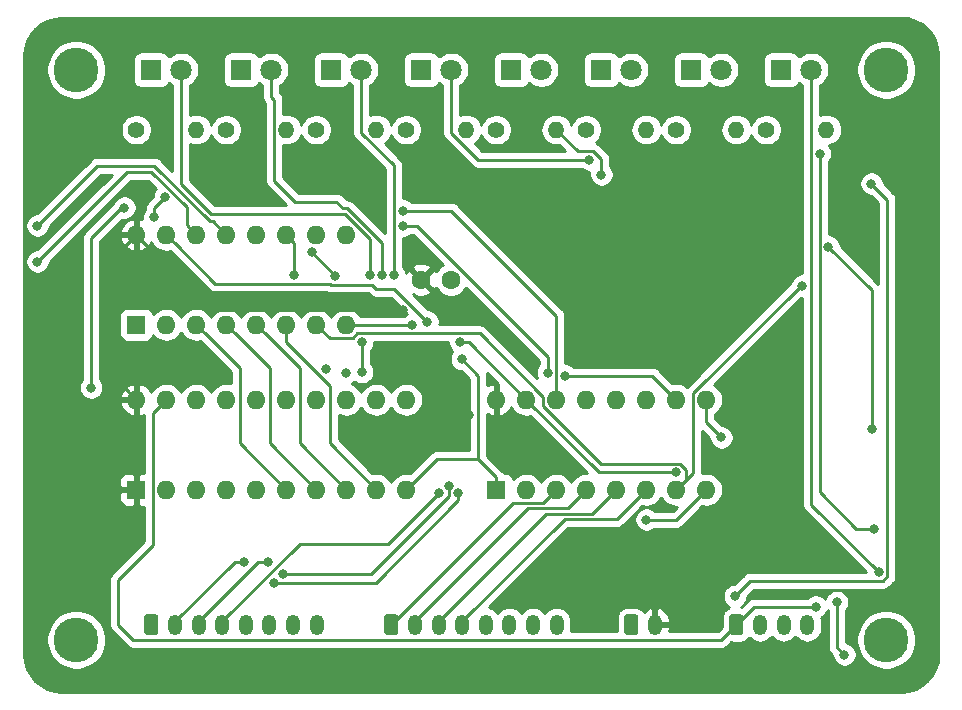
<source format=gbr>
G04 #@! TF.GenerationSoftware,KiCad,Pcbnew,(5.1.2-1)-1*
G04 #@! TF.CreationDate,2019-08-21T21:53:06+10:00*
G04 #@! TF.ProjectId,register-a,72656769-7374-4657-922d-612e6b696361,rev?*
G04 #@! TF.SameCoordinates,Original*
G04 #@! TF.FileFunction,Copper,L2,Bot*
G04 #@! TF.FilePolarity,Positive*
%FSLAX46Y46*%
G04 Gerber Fmt 4.6, Leading zero omitted, Abs format (unit mm)*
G04 Created by KiCad (PCBNEW (5.1.2-1)-1) date 2019-08-21 21:53:06*
%MOMM*%
%LPD*%
G04 APERTURE LIST*
%ADD10O,1.600000X1.600000*%
%ADD11R,1.600000X1.600000*%
%ADD12C,3.790000*%
%ADD13O,1.200000X1.750000*%
%ADD14C,0.100000*%
%ADD15C,1.200000*%
%ADD16C,1.600000*%
%ADD17C,1.800000*%
%ADD18R,1.800000X1.800000*%
%ADD19O,1.400000X1.400000*%
%ADD20C,1.400000*%
%ADD21C,0.800000*%
%ADD22C,0.250000*%
%ADD23C,0.254000*%
G04 APERTURE END LIST*
D10*
X25400000Y-46990000D03*
X43180000Y-54610000D03*
X27940000Y-46990000D03*
X40640000Y-54610000D03*
X30480000Y-46990000D03*
X38100000Y-54610000D03*
X33020000Y-46990000D03*
X35560000Y-54610000D03*
X35560000Y-46990000D03*
X33020000Y-54610000D03*
X38100000Y-46990000D03*
X30480000Y-54610000D03*
X40640000Y-46990000D03*
X27940000Y-54610000D03*
X43180000Y-46990000D03*
D11*
X25400000Y-54610000D03*
D12*
X88900000Y-81280000D03*
X20320000Y-81280000D03*
X88900000Y-33020000D03*
X20320000Y-33020000D03*
D13*
X60990000Y-80010000D03*
X58990000Y-80010000D03*
X56990000Y-80010000D03*
X54990000Y-80010000D03*
X52990000Y-80010000D03*
X50990000Y-80010000D03*
X48990000Y-80010000D03*
D14*
G36*
X47364505Y-79136204D02*
G01*
X47388773Y-79139804D01*
X47412572Y-79145765D01*
X47435671Y-79154030D01*
X47457850Y-79164520D01*
X47478893Y-79177132D01*
X47498599Y-79191747D01*
X47516777Y-79208223D01*
X47533253Y-79226401D01*
X47547868Y-79246107D01*
X47560480Y-79267150D01*
X47570970Y-79289329D01*
X47579235Y-79312428D01*
X47585196Y-79336227D01*
X47588796Y-79360495D01*
X47590000Y-79384999D01*
X47590000Y-80635001D01*
X47588796Y-80659505D01*
X47585196Y-80683773D01*
X47579235Y-80707572D01*
X47570970Y-80730671D01*
X47560480Y-80752850D01*
X47547868Y-80773893D01*
X47533253Y-80793599D01*
X47516777Y-80811777D01*
X47498599Y-80828253D01*
X47478893Y-80842868D01*
X47457850Y-80855480D01*
X47435671Y-80865970D01*
X47412572Y-80874235D01*
X47388773Y-80880196D01*
X47364505Y-80883796D01*
X47340001Y-80885000D01*
X46639999Y-80885000D01*
X46615495Y-80883796D01*
X46591227Y-80880196D01*
X46567428Y-80874235D01*
X46544329Y-80865970D01*
X46522150Y-80855480D01*
X46501107Y-80842868D01*
X46481401Y-80828253D01*
X46463223Y-80811777D01*
X46446747Y-80793599D01*
X46432132Y-80773893D01*
X46419520Y-80752850D01*
X46409030Y-80730671D01*
X46400765Y-80707572D01*
X46394804Y-80683773D01*
X46391204Y-80659505D01*
X46390000Y-80635001D01*
X46390000Y-79384999D01*
X46391204Y-79360495D01*
X46394804Y-79336227D01*
X46400765Y-79312428D01*
X46409030Y-79289329D01*
X46419520Y-79267150D01*
X46432132Y-79246107D01*
X46446747Y-79226401D01*
X46463223Y-79208223D01*
X46481401Y-79191747D01*
X46501107Y-79177132D01*
X46522150Y-79164520D01*
X46544329Y-79154030D01*
X46567428Y-79145765D01*
X46591227Y-79139804D01*
X46615495Y-79136204D01*
X46639999Y-79135000D01*
X47340001Y-79135000D01*
X47364505Y-79136204D01*
X47364505Y-79136204D01*
G37*
D15*
X46990000Y-80010000D03*
D16*
X49530000Y-50800000D03*
X52030000Y-50800000D03*
D17*
X29210000Y-33020000D03*
D18*
X26670000Y-33020000D03*
X34290000Y-33020000D03*
D17*
X36830000Y-33020000D03*
X44450000Y-33020000D03*
D18*
X41910000Y-33020000D03*
X49530000Y-33020000D03*
D17*
X52070000Y-33020000D03*
X59690000Y-33020000D03*
D18*
X57150000Y-33020000D03*
X64770000Y-33020000D03*
D17*
X67310000Y-33020000D03*
X74930000Y-33020000D03*
D18*
X72390000Y-33020000D03*
X80010000Y-33020000D03*
D17*
X82550000Y-33020000D03*
D14*
G36*
X27044505Y-79136204D02*
G01*
X27068773Y-79139804D01*
X27092572Y-79145765D01*
X27115671Y-79154030D01*
X27137850Y-79164520D01*
X27158893Y-79177132D01*
X27178599Y-79191747D01*
X27196777Y-79208223D01*
X27213253Y-79226401D01*
X27227868Y-79246107D01*
X27240480Y-79267150D01*
X27250970Y-79289329D01*
X27259235Y-79312428D01*
X27265196Y-79336227D01*
X27268796Y-79360495D01*
X27270000Y-79384999D01*
X27270000Y-80635001D01*
X27268796Y-80659505D01*
X27265196Y-80683773D01*
X27259235Y-80707572D01*
X27250970Y-80730671D01*
X27240480Y-80752850D01*
X27227868Y-80773893D01*
X27213253Y-80793599D01*
X27196777Y-80811777D01*
X27178599Y-80828253D01*
X27158893Y-80842868D01*
X27137850Y-80855480D01*
X27115671Y-80865970D01*
X27092572Y-80874235D01*
X27068773Y-80880196D01*
X27044505Y-80883796D01*
X27020001Y-80885000D01*
X26319999Y-80885000D01*
X26295495Y-80883796D01*
X26271227Y-80880196D01*
X26247428Y-80874235D01*
X26224329Y-80865970D01*
X26202150Y-80855480D01*
X26181107Y-80842868D01*
X26161401Y-80828253D01*
X26143223Y-80811777D01*
X26126747Y-80793599D01*
X26112132Y-80773893D01*
X26099520Y-80752850D01*
X26089030Y-80730671D01*
X26080765Y-80707572D01*
X26074804Y-80683773D01*
X26071204Y-80659505D01*
X26070000Y-80635001D01*
X26070000Y-79384999D01*
X26071204Y-79360495D01*
X26074804Y-79336227D01*
X26080765Y-79312428D01*
X26089030Y-79289329D01*
X26099520Y-79267150D01*
X26112132Y-79246107D01*
X26126747Y-79226401D01*
X26143223Y-79208223D01*
X26161401Y-79191747D01*
X26181107Y-79177132D01*
X26202150Y-79164520D01*
X26224329Y-79154030D01*
X26247428Y-79145765D01*
X26271227Y-79139804D01*
X26295495Y-79136204D01*
X26319999Y-79135000D01*
X27020001Y-79135000D01*
X27044505Y-79136204D01*
X27044505Y-79136204D01*
G37*
D15*
X26670000Y-80010000D03*
D13*
X28670000Y-80010000D03*
X30670000Y-80010000D03*
X32670000Y-80010000D03*
X34670000Y-80010000D03*
X36670000Y-80010000D03*
X38670000Y-80010000D03*
X40670000Y-80010000D03*
D14*
G36*
X76574505Y-79136204D02*
G01*
X76598773Y-79139804D01*
X76622572Y-79145765D01*
X76645671Y-79154030D01*
X76667850Y-79164520D01*
X76688893Y-79177132D01*
X76708599Y-79191747D01*
X76726777Y-79208223D01*
X76743253Y-79226401D01*
X76757868Y-79246107D01*
X76770480Y-79267150D01*
X76780970Y-79289329D01*
X76789235Y-79312428D01*
X76795196Y-79336227D01*
X76798796Y-79360495D01*
X76800000Y-79384999D01*
X76800000Y-80635001D01*
X76798796Y-80659505D01*
X76795196Y-80683773D01*
X76789235Y-80707572D01*
X76780970Y-80730671D01*
X76770480Y-80752850D01*
X76757868Y-80773893D01*
X76743253Y-80793599D01*
X76726777Y-80811777D01*
X76708599Y-80828253D01*
X76688893Y-80842868D01*
X76667850Y-80855480D01*
X76645671Y-80865970D01*
X76622572Y-80874235D01*
X76598773Y-80880196D01*
X76574505Y-80883796D01*
X76550001Y-80885000D01*
X75849999Y-80885000D01*
X75825495Y-80883796D01*
X75801227Y-80880196D01*
X75777428Y-80874235D01*
X75754329Y-80865970D01*
X75732150Y-80855480D01*
X75711107Y-80842868D01*
X75691401Y-80828253D01*
X75673223Y-80811777D01*
X75656747Y-80793599D01*
X75642132Y-80773893D01*
X75629520Y-80752850D01*
X75619030Y-80730671D01*
X75610765Y-80707572D01*
X75604804Y-80683773D01*
X75601204Y-80659505D01*
X75600000Y-80635001D01*
X75600000Y-79384999D01*
X75601204Y-79360495D01*
X75604804Y-79336227D01*
X75610765Y-79312428D01*
X75619030Y-79289329D01*
X75629520Y-79267150D01*
X75642132Y-79246107D01*
X75656747Y-79226401D01*
X75673223Y-79208223D01*
X75691401Y-79191747D01*
X75711107Y-79177132D01*
X75732150Y-79164520D01*
X75754329Y-79154030D01*
X75777428Y-79145765D01*
X75801227Y-79139804D01*
X75825495Y-79136204D01*
X75849999Y-79135000D01*
X76550001Y-79135000D01*
X76574505Y-79136204D01*
X76574505Y-79136204D01*
G37*
D15*
X76200000Y-80010000D03*
D13*
X78200000Y-80010000D03*
X80200000Y-80010000D03*
X82200000Y-80010000D03*
D14*
G36*
X67684505Y-79136204D02*
G01*
X67708773Y-79139804D01*
X67732572Y-79145765D01*
X67755671Y-79154030D01*
X67777850Y-79164520D01*
X67798893Y-79177132D01*
X67818599Y-79191747D01*
X67836777Y-79208223D01*
X67853253Y-79226401D01*
X67867868Y-79246107D01*
X67880480Y-79267150D01*
X67890970Y-79289329D01*
X67899235Y-79312428D01*
X67905196Y-79336227D01*
X67908796Y-79360495D01*
X67910000Y-79384999D01*
X67910000Y-80635001D01*
X67908796Y-80659505D01*
X67905196Y-80683773D01*
X67899235Y-80707572D01*
X67890970Y-80730671D01*
X67880480Y-80752850D01*
X67867868Y-80773893D01*
X67853253Y-80793599D01*
X67836777Y-80811777D01*
X67818599Y-80828253D01*
X67798893Y-80842868D01*
X67777850Y-80855480D01*
X67755671Y-80865970D01*
X67732572Y-80874235D01*
X67708773Y-80880196D01*
X67684505Y-80883796D01*
X67660001Y-80885000D01*
X66959999Y-80885000D01*
X66935495Y-80883796D01*
X66911227Y-80880196D01*
X66887428Y-80874235D01*
X66864329Y-80865970D01*
X66842150Y-80855480D01*
X66821107Y-80842868D01*
X66801401Y-80828253D01*
X66783223Y-80811777D01*
X66766747Y-80793599D01*
X66752132Y-80773893D01*
X66739520Y-80752850D01*
X66729030Y-80730671D01*
X66720765Y-80707572D01*
X66714804Y-80683773D01*
X66711204Y-80659505D01*
X66710000Y-80635001D01*
X66710000Y-79384999D01*
X66711204Y-79360495D01*
X66714804Y-79336227D01*
X66720765Y-79312428D01*
X66729030Y-79289329D01*
X66739520Y-79267150D01*
X66752132Y-79246107D01*
X66766747Y-79226401D01*
X66783223Y-79208223D01*
X66801401Y-79191747D01*
X66821107Y-79177132D01*
X66842150Y-79164520D01*
X66864329Y-79154030D01*
X66887428Y-79145765D01*
X66911227Y-79139804D01*
X66935495Y-79136204D01*
X66959999Y-79135000D01*
X67660001Y-79135000D01*
X67684505Y-79136204D01*
X67684505Y-79136204D01*
G37*
D15*
X67310000Y-80010000D03*
D13*
X69310000Y-80010000D03*
D19*
X30480000Y-38100000D03*
D20*
X25400000Y-38100000D03*
X33020000Y-38100000D03*
D19*
X38100000Y-38100000D03*
X45720000Y-38100000D03*
D20*
X40640000Y-38100000D03*
X48260000Y-38100000D03*
D19*
X53340000Y-38100000D03*
X60960000Y-38100000D03*
D20*
X55880000Y-38100000D03*
X63500000Y-38100000D03*
D19*
X68580000Y-38100000D03*
X76200000Y-38100000D03*
D20*
X71120000Y-38100000D03*
X78740000Y-38100000D03*
D19*
X83820000Y-38100000D03*
D11*
X25400000Y-68580000D03*
D10*
X48260000Y-60960000D03*
X27940000Y-68580000D03*
X45720000Y-60960000D03*
X30480000Y-68580000D03*
X43180000Y-60960000D03*
X33020000Y-68580000D03*
X40640000Y-60960000D03*
X35560000Y-68580000D03*
X38100000Y-60960000D03*
X38100000Y-68580000D03*
X35560000Y-60960000D03*
X40640000Y-68580000D03*
X33020000Y-60960000D03*
X43180000Y-68580000D03*
X30480000Y-60960000D03*
X45720000Y-68580000D03*
X27940000Y-60960000D03*
X48260000Y-68580000D03*
X25400000Y-60960000D03*
D11*
X55880000Y-68580000D03*
D10*
X73660000Y-60960000D03*
X58420000Y-68580000D03*
X71120000Y-60960000D03*
X60960000Y-68580000D03*
X68580000Y-60960000D03*
X63500000Y-68580000D03*
X66040000Y-60960000D03*
X66040000Y-68580000D03*
X63500000Y-60960000D03*
X68580000Y-68580000D03*
X60960000Y-60960000D03*
X71120000Y-68580000D03*
X58420000Y-60960000D03*
X73660000Y-68580000D03*
X55880000Y-60960000D03*
D21*
X19812000Y-66040000D03*
X51816000Y-56896000D03*
X48001347Y-53344653D03*
X53594000Y-62230000D03*
X68580000Y-71120000D03*
X52954347Y-57526347D03*
X48768000Y-54610000D03*
X26924000Y-45466000D03*
X27808347Y-43819653D03*
X64770000Y-41910000D03*
X45212000Y-50399999D03*
X46212003Y-50399999D03*
X47212006Y-50399999D03*
X87694969Y-63435031D03*
X84000000Y-48006000D03*
X63754000Y-40640000D03*
X85344000Y-82550000D03*
X84704347Y-78100347D03*
X87884000Y-71882000D03*
X83275000Y-40132000D03*
X88265000Y-75565000D03*
X21582000Y-59936000D03*
X48006000Y-44958000D03*
X24384000Y-44704000D03*
X52666293Y-68904780D03*
X37084000Y-76454000D03*
X34544000Y-74676000D03*
X51886051Y-68279299D03*
X37846000Y-75692000D03*
X36576000Y-74676000D03*
X51054000Y-68834000D03*
X41439999Y-58382001D03*
X17018000Y-49276000D03*
X43180000Y-58674000D03*
X17018000Y-46228000D03*
X44507685Y-58616315D03*
X40239999Y-48499989D03*
X42225005Y-50484995D03*
X44507685Y-56076315D03*
X38789999Y-50399999D03*
X82925000Y-78486000D03*
X71070094Y-67115212D03*
X87630000Y-42672000D03*
X76067500Y-77602500D03*
X52832000Y-56076314D03*
X50038000Y-54356000D03*
X81788000Y-51308000D03*
X74930000Y-64160031D03*
X48006000Y-46228000D03*
X60235000Y-58674000D03*
X61722000Y-58928000D03*
D22*
X22352000Y-68580000D02*
X19812000Y-66040000D01*
X25400000Y-68580000D02*
X22352000Y-68580000D01*
X24600001Y-60160001D02*
X25400000Y-60960000D01*
X23114000Y-49276000D02*
X23114000Y-58674000D01*
X23114000Y-58674000D02*
X24600001Y-60160001D01*
X25400000Y-46990000D02*
X23114000Y-49276000D01*
X31754653Y-53344653D02*
X48001347Y-53344653D01*
X25400000Y-46990000D02*
X31754653Y-53344653D01*
X51816000Y-60452000D02*
X53594000Y-62230000D01*
X51816000Y-56896000D02*
X51816000Y-60452000D01*
X71120000Y-71120000D02*
X73660000Y-68580000D01*
X68580000Y-71120000D02*
X71120000Y-71120000D01*
X55880000Y-68580000D02*
X55880000Y-67530000D01*
X43180000Y-54610000D02*
X48768000Y-54610000D01*
X26924000Y-44704000D02*
X27808347Y-43819653D01*
X26924000Y-45466000D02*
X26924000Y-44704000D01*
X55880000Y-67530000D02*
X54356000Y-66006000D01*
X54356000Y-58928000D02*
X52954347Y-57526347D01*
X54356000Y-66006000D02*
X54356000Y-58928000D01*
X50834000Y-66006000D02*
X48260000Y-68580000D01*
X54356000Y-66006000D02*
X50834000Y-66006000D01*
X64770000Y-40582998D02*
X64770000Y-41910000D01*
X64102001Y-39914999D02*
X64770000Y-40582998D01*
X62774999Y-39914999D02*
X64102001Y-39914999D01*
X60960000Y-38100000D02*
X62774999Y-39914999D01*
X59834999Y-69705001D02*
X60160001Y-69379999D01*
X57294999Y-69705001D02*
X59834999Y-69705001D01*
X60160001Y-69379999D02*
X60960000Y-68580000D01*
X46990000Y-80010000D02*
X57294999Y-69705001D01*
X45212000Y-47356998D02*
X43067002Y-45212000D01*
X45212000Y-50399999D02*
X45212000Y-47356998D01*
X43067002Y-45212000D02*
X31750000Y-45212000D01*
X29210000Y-42672000D02*
X29210000Y-33020000D01*
X31750000Y-45212000D02*
X29210000Y-42672000D01*
X62700001Y-69379999D02*
X63500000Y-68580000D01*
X61924989Y-70155011D02*
X62700001Y-69379999D01*
X58569989Y-70155011D02*
X61924989Y-70155011D01*
X48990000Y-79735000D02*
X58569989Y-70155011D01*
X48990000Y-80010000D02*
X48990000Y-79735000D01*
X36830000Y-34292792D02*
X36830000Y-33020000D01*
X46212003Y-47720591D02*
X43253402Y-44761990D01*
X46212003Y-50399999D02*
X46212003Y-47720591D01*
X42898576Y-44761990D02*
X42332586Y-44196000D01*
X43253402Y-44761990D02*
X42898576Y-44761990D01*
X42332586Y-44196000D02*
X38862000Y-44196000D01*
X37074999Y-42408999D02*
X37074999Y-35550999D01*
X37074999Y-35550999D02*
X36830000Y-35306000D01*
X38862000Y-44196000D02*
X37074999Y-42408999D01*
X36830000Y-35306000D02*
X36830000Y-34292792D01*
X65240001Y-69379999D02*
X66040000Y-68580000D01*
X64014979Y-70605021D02*
X65240001Y-69379999D01*
X60119979Y-70605021D02*
X64014979Y-70605021D01*
X50990000Y-79735000D02*
X60119979Y-70605021D01*
X50990000Y-80010000D02*
X50990000Y-79735000D01*
X44450000Y-34292792D02*
X44450000Y-33020000D01*
X44450000Y-38347002D02*
X44450000Y-34292792D01*
X47212006Y-41109008D02*
X44450000Y-38347002D01*
X47212006Y-50399999D02*
X47212006Y-41109008D01*
X66104969Y-71055031D02*
X67780001Y-69379999D01*
X61669969Y-71055031D02*
X66104969Y-71055031D01*
X52990000Y-79735000D02*
X61669969Y-71055031D01*
X67780001Y-69379999D02*
X68580000Y-68580000D01*
X52990000Y-80010000D02*
X52990000Y-79735000D01*
X87694969Y-51700969D02*
X84000000Y-48006000D01*
X87694969Y-63435031D02*
X87694969Y-51700969D01*
X52070000Y-34292792D02*
X52070000Y-33020000D01*
X52070000Y-38347002D02*
X52070000Y-34292792D01*
X54362998Y-40640000D02*
X52070000Y-38347002D01*
X63754000Y-40640000D02*
X54362998Y-40640000D01*
X84704347Y-81910347D02*
X84704347Y-78100347D01*
X85344000Y-82550000D02*
X84704347Y-81910347D01*
X31279999Y-55409999D02*
X30480000Y-54610000D01*
X34145001Y-64625001D02*
X34145001Y-58275001D01*
X34145001Y-58275001D02*
X31279999Y-55409999D01*
X38100000Y-68580000D02*
X34145001Y-64625001D01*
X33819999Y-55409999D02*
X33020000Y-54610000D01*
X36685001Y-58275001D02*
X33819999Y-55409999D01*
X36685001Y-64625001D02*
X36685001Y-58275001D01*
X40640000Y-68580000D02*
X36685001Y-64625001D01*
X87884000Y-71882000D02*
X86360000Y-71882000D01*
X83275000Y-68797000D02*
X83275000Y-40132000D01*
X86360000Y-71882000D02*
X83275000Y-68797000D01*
X36359999Y-55409999D02*
X35560000Y-54610000D01*
X39225001Y-58275001D02*
X36359999Y-55409999D01*
X39225001Y-64625001D02*
X39225001Y-58275001D01*
X43180000Y-68580000D02*
X39225001Y-64625001D01*
X82550000Y-68834000D02*
X82550000Y-33020000D01*
X88265000Y-75565000D02*
X82550000Y-69850000D01*
X82550000Y-69850000D02*
X82550000Y-68834000D01*
X41765001Y-59780005D02*
X38100000Y-56115004D01*
X41765001Y-64625001D02*
X41765001Y-59780005D01*
X38100000Y-55741370D02*
X38100000Y-54610000D01*
X38100000Y-56115004D02*
X38100000Y-55741370D01*
X45720000Y-68580000D02*
X41765001Y-64625001D01*
X21582000Y-59936000D02*
X21582000Y-47252000D01*
X24130000Y-44704000D02*
X24384000Y-44704000D01*
X21582000Y-47252000D02*
X24130000Y-44704000D01*
X48006000Y-44958000D02*
X52070000Y-44958000D01*
X60960000Y-53848000D02*
X60960000Y-60960000D01*
X52070000Y-44958000D02*
X60960000Y-53848000D01*
X45682758Y-76454000D02*
X37084000Y-76454000D01*
X52666293Y-69470465D02*
X45682758Y-76454000D01*
X52666293Y-68904780D02*
X52666293Y-69470465D01*
X28670000Y-79735000D02*
X28670000Y-80010000D01*
X33729000Y-74676000D02*
X28670000Y-79735000D01*
X34544000Y-74676000D02*
X33729000Y-74676000D01*
X45269002Y-75692000D02*
X37846000Y-75692000D01*
X51886051Y-69074951D02*
X45269002Y-75692000D01*
X51886051Y-68279299D02*
X51886051Y-69074951D01*
X30670000Y-79735000D02*
X30670000Y-80010000D01*
X35729000Y-74676000D02*
X30670000Y-79735000D01*
X36576000Y-74676000D02*
X35729000Y-74676000D01*
X51054000Y-68834000D02*
X46736000Y-73152000D01*
X32670000Y-79735000D02*
X32670000Y-80010000D01*
X39253000Y-73152000D02*
X32670000Y-79735000D01*
X46736000Y-73152000D02*
X39253000Y-73152000D01*
X29680001Y-46190001D02*
X29680001Y-44666001D01*
X30480000Y-46990000D02*
X29680001Y-46190001D01*
X29680001Y-44666001D02*
X26670000Y-41656000D01*
X24638000Y-41656000D02*
X17018000Y-49276000D01*
X26670000Y-41656000D02*
X24638000Y-41656000D01*
X31894999Y-45864999D02*
X31640999Y-45864999D01*
X33020000Y-46990000D02*
X31894999Y-45864999D01*
X31640999Y-45864999D02*
X26924000Y-41148000D01*
X22098000Y-41148000D02*
X17018000Y-46228000D01*
X26924000Y-41148000D02*
X22098000Y-41148000D01*
X44507685Y-58616315D02*
X44507685Y-56076315D01*
X42225005Y-50484995D02*
X40239999Y-48499989D01*
X38789999Y-47679999D02*
X38100000Y-46990000D01*
X38789999Y-50399999D02*
X38789999Y-47679999D01*
X77724000Y-78486000D02*
X82925000Y-78486000D01*
X76200000Y-80010000D02*
X77724000Y-78486000D01*
X76200000Y-80010000D02*
X74930000Y-81280000D01*
X74930000Y-81280000D02*
X25146000Y-81280000D01*
X25146000Y-81280000D02*
X23876000Y-80010000D01*
X23876000Y-80010000D02*
X23876000Y-76200000D01*
X23876000Y-76200000D02*
X26814999Y-73261001D01*
X26814999Y-62085001D02*
X27940000Y-60960000D01*
X26814999Y-73261001D02*
X26814999Y-62085001D01*
X64575212Y-67115212D02*
X58420000Y-60960000D01*
X71070094Y-67115212D02*
X64575212Y-67115212D01*
X77379999Y-76290001D02*
X76067500Y-77602500D01*
X88613001Y-76290001D02*
X77379999Y-76290001D01*
X87630000Y-42672000D02*
X88990001Y-44032001D01*
X88990001Y-75913001D02*
X88613001Y-76290001D01*
X88990001Y-44032001D02*
X88990001Y-75913001D01*
X53536314Y-56076314D02*
X52832000Y-56076314D01*
X58420000Y-60960000D02*
X53536314Y-56076314D01*
X32075000Y-51125000D02*
X28739999Y-47789999D01*
X41792008Y-51125000D02*
X32075000Y-51125000D01*
X28739999Y-47789999D02*
X27940000Y-46990000D01*
X50038000Y-54356000D02*
X47244000Y-51562000D01*
X41877004Y-51209996D02*
X41792008Y-51125000D01*
X45367996Y-51209996D02*
X41877004Y-51209996D01*
X45720000Y-51562000D02*
X45367996Y-51209996D01*
X47244000Y-51562000D02*
X45720000Y-51562000D01*
X81646998Y-51308000D02*
X81788000Y-51308000D01*
X72534999Y-60419999D02*
X81646998Y-51308000D01*
X72534999Y-67165001D02*
X72534999Y-60419999D01*
X71120000Y-68580000D02*
X72534999Y-67165001D01*
X71919999Y-67780001D02*
X71120000Y-68580000D01*
X71919999Y-66892115D02*
X71919999Y-67780001D01*
X71418095Y-66390211D02*
X71919999Y-66892115D01*
X44103688Y-55351314D02*
X54476316Y-55351314D01*
X59834999Y-61500001D02*
X64725209Y-66390211D01*
X59834999Y-60709997D02*
X59834999Y-61500001D01*
X43720001Y-55735001D02*
X44103688Y-55351314D01*
X64725209Y-66390211D02*
X71418095Y-66390211D01*
X41765001Y-55735001D02*
X43720001Y-55735001D01*
X54476316Y-55351314D02*
X59834999Y-60709997D01*
X40640000Y-54610000D02*
X41765001Y-55735001D01*
X73660000Y-62890031D02*
X74930000Y-64160031D01*
X73660000Y-60960000D02*
X73660000Y-62890031D01*
X60235000Y-57339998D02*
X60235000Y-58674000D01*
X49123002Y-46228000D02*
X60235000Y-57339998D01*
X48006000Y-46228000D02*
X49123002Y-46228000D01*
X69088000Y-58928000D02*
X71120000Y-60960000D01*
X61722000Y-58928000D02*
X69088000Y-58928000D01*
D23*
G36*
X90776344Y-28687738D02*
G01*
X91359595Y-28863832D01*
X91897529Y-29149856D01*
X92369667Y-29534922D01*
X92758019Y-30004359D01*
X93047794Y-30540286D01*
X93227955Y-31122291D01*
X93295000Y-31760189D01*
X93295001Y-82516485D01*
X93232262Y-83156343D01*
X93056168Y-83739595D01*
X92770143Y-84277531D01*
X92385078Y-84749667D01*
X91915641Y-85138019D01*
X91379714Y-85427794D01*
X90797705Y-85607956D01*
X90159811Y-85675000D01*
X19083505Y-85675000D01*
X18443657Y-85612262D01*
X17860405Y-85436168D01*
X17322469Y-85150143D01*
X16850333Y-84765078D01*
X16461981Y-84295641D01*
X16172206Y-83759714D01*
X15992044Y-83177705D01*
X15925000Y-82539811D01*
X15925000Y-81030817D01*
X17790000Y-81030817D01*
X17790000Y-81529183D01*
X17887226Y-82017974D01*
X18077943Y-82478405D01*
X18354820Y-82892781D01*
X18707219Y-83245180D01*
X19121595Y-83522057D01*
X19582026Y-83712774D01*
X20070817Y-83810000D01*
X20569183Y-83810000D01*
X21057974Y-83712774D01*
X21518405Y-83522057D01*
X21932781Y-83245180D01*
X22285180Y-82892781D01*
X22562057Y-82478405D01*
X22752774Y-82017974D01*
X22850000Y-81529183D01*
X22850000Y-81030817D01*
X22752774Y-80542026D01*
X22562057Y-80081595D01*
X22285180Y-79667219D01*
X21932781Y-79314820D01*
X21518405Y-79037943D01*
X21057974Y-78847226D01*
X20569183Y-78750000D01*
X20070817Y-78750000D01*
X19582026Y-78847226D01*
X19121595Y-79037943D01*
X18707219Y-79314820D01*
X18354820Y-79667219D01*
X18077943Y-80081595D01*
X17887226Y-80542026D01*
X17790000Y-81030817D01*
X15925000Y-81030817D01*
X15925000Y-69380000D01*
X23961928Y-69380000D01*
X23974188Y-69504482D01*
X24010498Y-69624180D01*
X24069463Y-69734494D01*
X24148815Y-69831185D01*
X24245506Y-69910537D01*
X24355820Y-69969502D01*
X24475518Y-70005812D01*
X24600000Y-70018072D01*
X25114250Y-70015000D01*
X25273000Y-69856250D01*
X25273000Y-68707000D01*
X24123750Y-68707000D01*
X23965000Y-68865750D01*
X23961928Y-69380000D01*
X15925000Y-69380000D01*
X15925000Y-67780000D01*
X23961928Y-67780000D01*
X23965000Y-68294250D01*
X24123750Y-68453000D01*
X25273000Y-68453000D01*
X25273000Y-67303750D01*
X25114250Y-67145000D01*
X24600000Y-67141928D01*
X24475518Y-67154188D01*
X24355820Y-67190498D01*
X24245506Y-67249463D01*
X24148815Y-67328815D01*
X24069463Y-67425506D01*
X24010498Y-67535820D01*
X23974188Y-67655518D01*
X23961928Y-67780000D01*
X15925000Y-67780000D01*
X15925000Y-61309040D01*
X24008091Y-61309040D01*
X24102930Y-61573881D01*
X24247615Y-61815131D01*
X24436586Y-62023519D01*
X24662580Y-62191037D01*
X24916913Y-62311246D01*
X25050961Y-62351904D01*
X25273000Y-62229915D01*
X25273000Y-61087000D01*
X24129376Y-61087000D01*
X24008091Y-61309040D01*
X15925000Y-61309040D01*
X15925000Y-59834061D01*
X20547000Y-59834061D01*
X20547000Y-60037939D01*
X20586774Y-60237898D01*
X20664795Y-60426256D01*
X20778063Y-60595774D01*
X20922226Y-60739937D01*
X21091744Y-60853205D01*
X21280102Y-60931226D01*
X21480061Y-60971000D01*
X21683939Y-60971000D01*
X21883898Y-60931226D01*
X22072256Y-60853205D01*
X22241774Y-60739937D01*
X22370751Y-60610960D01*
X24008091Y-60610960D01*
X24129376Y-60833000D01*
X25273000Y-60833000D01*
X25273000Y-59690085D01*
X25050961Y-59568096D01*
X24916913Y-59608754D01*
X24662580Y-59728963D01*
X24436586Y-59896481D01*
X24247615Y-60104869D01*
X24102930Y-60346119D01*
X24008091Y-60610960D01*
X22370751Y-60610960D01*
X22385937Y-60595774D01*
X22499205Y-60426256D01*
X22577226Y-60237898D01*
X22617000Y-60037939D01*
X22617000Y-59834061D01*
X22577226Y-59634102D01*
X22499205Y-59445744D01*
X22385937Y-59276226D01*
X22342000Y-59232289D01*
X22342000Y-47566801D01*
X22569761Y-47339040D01*
X24008091Y-47339040D01*
X24102930Y-47603881D01*
X24247615Y-47845131D01*
X24436586Y-48053519D01*
X24662580Y-48221037D01*
X24916913Y-48341246D01*
X25050961Y-48381904D01*
X25273000Y-48259915D01*
X25273000Y-47117000D01*
X24129376Y-47117000D01*
X24008091Y-47339040D01*
X22569761Y-47339040D01*
X23267841Y-46640960D01*
X24008091Y-46640960D01*
X24129376Y-46863000D01*
X25273000Y-46863000D01*
X25273000Y-45720085D01*
X25050961Y-45598096D01*
X24916913Y-45638754D01*
X24662580Y-45758963D01*
X24436586Y-45926481D01*
X24247615Y-46134869D01*
X24102930Y-46376119D01*
X24008091Y-46640960D01*
X23267841Y-46640960D01*
X24188427Y-45720375D01*
X24282061Y-45739000D01*
X24485939Y-45739000D01*
X24685898Y-45699226D01*
X24874256Y-45621205D01*
X25043774Y-45507937D01*
X25187937Y-45363774D01*
X25301205Y-45194256D01*
X25379226Y-45005898D01*
X25419000Y-44805939D01*
X25419000Y-44602061D01*
X25379226Y-44402102D01*
X25301205Y-44213744D01*
X25187937Y-44044226D01*
X25043774Y-43900063D01*
X24874256Y-43786795D01*
X24685898Y-43708774D01*
X24485939Y-43669000D01*
X24282061Y-43669000D01*
X24082102Y-43708774D01*
X23893744Y-43786795D01*
X23724226Y-43900063D01*
X23580063Y-44044226D01*
X23466795Y-44213744D01*
X23411174Y-44348024D01*
X21070998Y-46688201D01*
X21042000Y-46711999D01*
X21018202Y-46740997D01*
X21018201Y-46740998D01*
X20947026Y-46827724D01*
X20876454Y-46959754D01*
X20851810Y-47040997D01*
X20832998Y-47103014D01*
X20822501Y-47209588D01*
X20818324Y-47252000D01*
X20822001Y-47289332D01*
X20822000Y-59232289D01*
X20778063Y-59276226D01*
X20664795Y-59445744D01*
X20586774Y-59634102D01*
X20547000Y-59834061D01*
X15925000Y-59834061D01*
X15925000Y-46126061D01*
X15983000Y-46126061D01*
X15983000Y-46329939D01*
X16022774Y-46529898D01*
X16100795Y-46718256D01*
X16214063Y-46887774D01*
X16358226Y-47031937D01*
X16527744Y-47145205D01*
X16716102Y-47223226D01*
X16916061Y-47263000D01*
X17119939Y-47263000D01*
X17319898Y-47223226D01*
X17508256Y-47145205D01*
X17677774Y-47031937D01*
X17821937Y-46887774D01*
X17935205Y-46718256D01*
X18013226Y-46529898D01*
X18053000Y-46329939D01*
X18053000Y-46267801D01*
X22412802Y-41908000D01*
X23311198Y-41908000D01*
X16978199Y-48241000D01*
X16916061Y-48241000D01*
X16716102Y-48280774D01*
X16527744Y-48358795D01*
X16358226Y-48472063D01*
X16214063Y-48616226D01*
X16100795Y-48785744D01*
X16022774Y-48974102D01*
X15983000Y-49174061D01*
X15983000Y-49377939D01*
X16022774Y-49577898D01*
X16100795Y-49766256D01*
X16214063Y-49935774D01*
X16358226Y-50079937D01*
X16527744Y-50193205D01*
X16716102Y-50271226D01*
X16916061Y-50311000D01*
X17119939Y-50311000D01*
X17319898Y-50271226D01*
X17508256Y-50193205D01*
X17677774Y-50079937D01*
X17821937Y-49935774D01*
X17935205Y-49766256D01*
X18013226Y-49577898D01*
X18053000Y-49377939D01*
X18053000Y-49315801D01*
X24952802Y-42416000D01*
X26355199Y-42416000D01*
X27051744Y-43112545D01*
X27004410Y-43159879D01*
X26891142Y-43329397D01*
X26813121Y-43517755D01*
X26773347Y-43717714D01*
X26773347Y-43779852D01*
X26412998Y-44140201D01*
X26384000Y-44163999D01*
X26360202Y-44192997D01*
X26360201Y-44192998D01*
X26289026Y-44279724D01*
X26218454Y-44411754D01*
X26216560Y-44417999D01*
X26174997Y-44555014D01*
X26164000Y-44666667D01*
X26164000Y-44666678D01*
X26160324Y-44704000D01*
X26164000Y-44741322D01*
X26164000Y-44762289D01*
X26120063Y-44806226D01*
X26006795Y-44975744D01*
X25928774Y-45164102D01*
X25889000Y-45364061D01*
X25889000Y-45567939D01*
X25905161Y-45649187D01*
X25883087Y-45638754D01*
X25749039Y-45598096D01*
X25527000Y-45720085D01*
X25527000Y-46863000D01*
X25547000Y-46863000D01*
X25547000Y-47117000D01*
X25527000Y-47117000D01*
X25527000Y-48259915D01*
X25749039Y-48381904D01*
X25883087Y-48341246D01*
X26137420Y-48221037D01*
X26363414Y-48053519D01*
X26552385Y-47845131D01*
X26667421Y-47653318D01*
X26741068Y-47791101D01*
X26920392Y-48009608D01*
X27138899Y-48188932D01*
X27388192Y-48322182D01*
X27658691Y-48404236D01*
X27869508Y-48425000D01*
X28010492Y-48425000D01*
X28221309Y-48404236D01*
X28265907Y-48390708D01*
X31511200Y-51636002D01*
X31534999Y-51665001D01*
X31650724Y-51759974D01*
X31782753Y-51830546D01*
X31926014Y-51874003D01*
X32037667Y-51885000D01*
X32037675Y-51885000D01*
X32075000Y-51888676D01*
X32112325Y-51885000D01*
X41527618Y-51885000D01*
X41584757Y-51915542D01*
X41728018Y-51958999D01*
X41839671Y-51969996D01*
X41839681Y-51969996D01*
X41877003Y-51973672D01*
X41914326Y-51969996D01*
X45053195Y-51969996D01*
X45156196Y-52072997D01*
X45179999Y-52102001D01*
X45295724Y-52196974D01*
X45427753Y-52267546D01*
X45571014Y-52311003D01*
X45682667Y-52322000D01*
X45682677Y-52322000D01*
X45720000Y-52325676D01*
X45757323Y-52322000D01*
X46929199Y-52322000D01*
X48293477Y-53686278D01*
X48277744Y-53692795D01*
X48108226Y-53806063D01*
X48064289Y-53850000D01*
X44400901Y-53850000D01*
X44378932Y-53808899D01*
X44199608Y-53590392D01*
X43981101Y-53411068D01*
X43731808Y-53277818D01*
X43461309Y-53195764D01*
X43250492Y-53175000D01*
X43109508Y-53175000D01*
X42898691Y-53195764D01*
X42628192Y-53277818D01*
X42378899Y-53411068D01*
X42160392Y-53590392D01*
X41981068Y-53808899D01*
X41910000Y-53941858D01*
X41838932Y-53808899D01*
X41659608Y-53590392D01*
X41441101Y-53411068D01*
X41191808Y-53277818D01*
X40921309Y-53195764D01*
X40710492Y-53175000D01*
X40569508Y-53175000D01*
X40358691Y-53195764D01*
X40088192Y-53277818D01*
X39838899Y-53411068D01*
X39620392Y-53590392D01*
X39441068Y-53808899D01*
X39370000Y-53941858D01*
X39298932Y-53808899D01*
X39119608Y-53590392D01*
X38901101Y-53411068D01*
X38651808Y-53277818D01*
X38381309Y-53195764D01*
X38170492Y-53175000D01*
X38029508Y-53175000D01*
X37818691Y-53195764D01*
X37548192Y-53277818D01*
X37298899Y-53411068D01*
X37080392Y-53590392D01*
X36901068Y-53808899D01*
X36830000Y-53941858D01*
X36758932Y-53808899D01*
X36579608Y-53590392D01*
X36361101Y-53411068D01*
X36111808Y-53277818D01*
X35841309Y-53195764D01*
X35630492Y-53175000D01*
X35489508Y-53175000D01*
X35278691Y-53195764D01*
X35008192Y-53277818D01*
X34758899Y-53411068D01*
X34540392Y-53590392D01*
X34361068Y-53808899D01*
X34290000Y-53941858D01*
X34218932Y-53808899D01*
X34039608Y-53590392D01*
X33821101Y-53411068D01*
X33571808Y-53277818D01*
X33301309Y-53195764D01*
X33090492Y-53175000D01*
X32949508Y-53175000D01*
X32738691Y-53195764D01*
X32468192Y-53277818D01*
X32218899Y-53411068D01*
X32000392Y-53590392D01*
X31821068Y-53808899D01*
X31750000Y-53941858D01*
X31678932Y-53808899D01*
X31499608Y-53590392D01*
X31281101Y-53411068D01*
X31031808Y-53277818D01*
X30761309Y-53195764D01*
X30550492Y-53175000D01*
X30409508Y-53175000D01*
X30198691Y-53195764D01*
X29928192Y-53277818D01*
X29678899Y-53411068D01*
X29460392Y-53590392D01*
X29281068Y-53808899D01*
X29210000Y-53941858D01*
X29138932Y-53808899D01*
X28959608Y-53590392D01*
X28741101Y-53411068D01*
X28491808Y-53277818D01*
X28221309Y-53195764D01*
X28010492Y-53175000D01*
X27869508Y-53175000D01*
X27658691Y-53195764D01*
X27388192Y-53277818D01*
X27138899Y-53411068D01*
X26920392Y-53590392D01*
X26827581Y-53703482D01*
X26825812Y-53685518D01*
X26789502Y-53565820D01*
X26730537Y-53455506D01*
X26651185Y-53358815D01*
X26554494Y-53279463D01*
X26444180Y-53220498D01*
X26324482Y-53184188D01*
X26200000Y-53171928D01*
X24600000Y-53171928D01*
X24475518Y-53184188D01*
X24355820Y-53220498D01*
X24245506Y-53279463D01*
X24148815Y-53358815D01*
X24069463Y-53455506D01*
X24010498Y-53565820D01*
X23974188Y-53685518D01*
X23961928Y-53810000D01*
X23961928Y-55410000D01*
X23974188Y-55534482D01*
X24010498Y-55654180D01*
X24069463Y-55764494D01*
X24148815Y-55861185D01*
X24245506Y-55940537D01*
X24355820Y-55999502D01*
X24475518Y-56035812D01*
X24600000Y-56048072D01*
X26200000Y-56048072D01*
X26324482Y-56035812D01*
X26444180Y-55999502D01*
X26554494Y-55940537D01*
X26651185Y-55861185D01*
X26730537Y-55764494D01*
X26789502Y-55654180D01*
X26825812Y-55534482D01*
X26827581Y-55516518D01*
X26920392Y-55629608D01*
X27138899Y-55808932D01*
X27388192Y-55942182D01*
X27658691Y-56024236D01*
X27869508Y-56045000D01*
X28010492Y-56045000D01*
X28221309Y-56024236D01*
X28491808Y-55942182D01*
X28741101Y-55808932D01*
X28959608Y-55629608D01*
X29138932Y-55411101D01*
X29210000Y-55278142D01*
X29281068Y-55411101D01*
X29460392Y-55629608D01*
X29678899Y-55808932D01*
X29928192Y-55942182D01*
X30198691Y-56024236D01*
X30409508Y-56045000D01*
X30550492Y-56045000D01*
X30761309Y-56024236D01*
X30805907Y-56010708D01*
X33385002Y-58589804D01*
X33385002Y-59571152D01*
X33301309Y-59545764D01*
X33090492Y-59525000D01*
X32949508Y-59525000D01*
X32738691Y-59545764D01*
X32468192Y-59627818D01*
X32218899Y-59761068D01*
X32000392Y-59940392D01*
X31821068Y-60158899D01*
X31750000Y-60291858D01*
X31678932Y-60158899D01*
X31499608Y-59940392D01*
X31281101Y-59761068D01*
X31031808Y-59627818D01*
X30761309Y-59545764D01*
X30550492Y-59525000D01*
X30409508Y-59525000D01*
X30198691Y-59545764D01*
X29928192Y-59627818D01*
X29678899Y-59761068D01*
X29460392Y-59940392D01*
X29281068Y-60158899D01*
X29210000Y-60291858D01*
X29138932Y-60158899D01*
X28959608Y-59940392D01*
X28741101Y-59761068D01*
X28491808Y-59627818D01*
X28221309Y-59545764D01*
X28010492Y-59525000D01*
X27869508Y-59525000D01*
X27658691Y-59545764D01*
X27388192Y-59627818D01*
X27138899Y-59761068D01*
X26920392Y-59940392D01*
X26741068Y-60158899D01*
X26667421Y-60296682D01*
X26552385Y-60104869D01*
X26363414Y-59896481D01*
X26137420Y-59728963D01*
X25883087Y-59608754D01*
X25749039Y-59568096D01*
X25527000Y-59690085D01*
X25527000Y-60833000D01*
X25547000Y-60833000D01*
X25547000Y-61087000D01*
X25527000Y-61087000D01*
X25527000Y-62229915D01*
X25749039Y-62351904D01*
X25883087Y-62311246D01*
X26055000Y-62229992D01*
X26055000Y-67142794D01*
X25685750Y-67145000D01*
X25527000Y-67303750D01*
X25527000Y-68453000D01*
X25547000Y-68453000D01*
X25547000Y-68707000D01*
X25527000Y-68707000D01*
X25527000Y-69856250D01*
X25685750Y-70015000D01*
X26054999Y-70017206D01*
X26054999Y-72946199D01*
X23364998Y-75636201D01*
X23336000Y-75659999D01*
X23312202Y-75688997D01*
X23312201Y-75688998D01*
X23241026Y-75775724D01*
X23170454Y-75907754D01*
X23147251Y-75984247D01*
X23126998Y-76051014D01*
X23117042Y-76152102D01*
X23112324Y-76200000D01*
X23116001Y-76237332D01*
X23116000Y-79972677D01*
X23112324Y-80010000D01*
X23116000Y-80047322D01*
X23116000Y-80047332D01*
X23126997Y-80158985D01*
X23169408Y-80298799D01*
X23170454Y-80302246D01*
X23241026Y-80434276D01*
X23246172Y-80440546D01*
X23335999Y-80550001D01*
X23365003Y-80573804D01*
X24582201Y-81791003D01*
X24605999Y-81820001D01*
X24721724Y-81914974D01*
X24853753Y-81985546D01*
X24997014Y-82029003D01*
X25108667Y-82040000D01*
X25108676Y-82040000D01*
X25145999Y-82043676D01*
X25183322Y-82040000D01*
X74892678Y-82040000D01*
X74930000Y-82043676D01*
X74967322Y-82040000D01*
X74967333Y-82040000D01*
X75078986Y-82029003D01*
X75222247Y-81985546D01*
X75354276Y-81914974D01*
X75470001Y-81820001D01*
X75493804Y-81790997D01*
X75769644Y-81515158D01*
X75849999Y-81523072D01*
X76550001Y-81523072D01*
X76723255Y-81506008D01*
X76889851Y-81455472D01*
X77043387Y-81373405D01*
X77177962Y-81262962D01*
X77288405Y-81128387D01*
X77290810Y-81123888D01*
X77322499Y-81162502D01*
X77510552Y-81316833D01*
X77725100Y-81431511D01*
X77957899Y-81502130D01*
X78200000Y-81525975D01*
X78442102Y-81502130D01*
X78674901Y-81431511D01*
X78889449Y-81316833D01*
X79077502Y-81162502D01*
X79200001Y-81013237D01*
X79322499Y-81162502D01*
X79510552Y-81316833D01*
X79725100Y-81431511D01*
X79957899Y-81502130D01*
X80200000Y-81525975D01*
X80442102Y-81502130D01*
X80674901Y-81431511D01*
X80889449Y-81316833D01*
X81077502Y-81162502D01*
X81200001Y-81013237D01*
X81322499Y-81162502D01*
X81510552Y-81316833D01*
X81725100Y-81431511D01*
X81957899Y-81502130D01*
X82200000Y-81525975D01*
X82442102Y-81502130D01*
X82674901Y-81431511D01*
X82889449Y-81316833D01*
X83077502Y-81162502D01*
X83231833Y-80974449D01*
X83346511Y-80759900D01*
X83417130Y-80527101D01*
X83435000Y-80345664D01*
X83435000Y-79674335D01*
X83417130Y-79492898D01*
X83392750Y-79412527D01*
X83415256Y-79403205D01*
X83584774Y-79289937D01*
X83728937Y-79145774D01*
X83842205Y-78976256D01*
X83920226Y-78787898D01*
X83921547Y-78781258D01*
X83944348Y-78804059D01*
X83944347Y-81873024D01*
X83940671Y-81910347D01*
X83944347Y-81947669D01*
X83944347Y-81947679D01*
X83955344Y-82059332D01*
X83979803Y-82139963D01*
X83998801Y-82202593D01*
X84069373Y-82334623D01*
X84083645Y-82352013D01*
X84164346Y-82450348D01*
X84193349Y-82474150D01*
X84309000Y-82589801D01*
X84309000Y-82651939D01*
X84348774Y-82851898D01*
X84426795Y-83040256D01*
X84540063Y-83209774D01*
X84684226Y-83353937D01*
X84853744Y-83467205D01*
X85042102Y-83545226D01*
X85242061Y-83585000D01*
X85445939Y-83585000D01*
X85645898Y-83545226D01*
X85834256Y-83467205D01*
X86003774Y-83353937D01*
X86147937Y-83209774D01*
X86261205Y-83040256D01*
X86339226Y-82851898D01*
X86379000Y-82651939D01*
X86379000Y-82448061D01*
X86339226Y-82248102D01*
X86261205Y-82059744D01*
X86147937Y-81890226D01*
X86003774Y-81746063D01*
X85834256Y-81632795D01*
X85645898Y-81554774D01*
X85464347Y-81518662D01*
X85464347Y-81030817D01*
X86370000Y-81030817D01*
X86370000Y-81529183D01*
X86467226Y-82017974D01*
X86657943Y-82478405D01*
X86934820Y-82892781D01*
X87287219Y-83245180D01*
X87701595Y-83522057D01*
X88162026Y-83712774D01*
X88650817Y-83810000D01*
X89149183Y-83810000D01*
X89637974Y-83712774D01*
X90098405Y-83522057D01*
X90512781Y-83245180D01*
X90865180Y-82892781D01*
X91142057Y-82478405D01*
X91332774Y-82017974D01*
X91430000Y-81529183D01*
X91430000Y-81030817D01*
X91332774Y-80542026D01*
X91142057Y-80081595D01*
X90865180Y-79667219D01*
X90512781Y-79314820D01*
X90098405Y-79037943D01*
X89637974Y-78847226D01*
X89149183Y-78750000D01*
X88650817Y-78750000D01*
X88162026Y-78847226D01*
X87701595Y-79037943D01*
X87287219Y-79314820D01*
X86934820Y-79667219D01*
X86657943Y-80081595D01*
X86467226Y-80542026D01*
X86370000Y-81030817D01*
X85464347Y-81030817D01*
X85464347Y-78804058D01*
X85508284Y-78760121D01*
X85621552Y-78590603D01*
X85699573Y-78402245D01*
X85739347Y-78202286D01*
X85739347Y-77998408D01*
X85699573Y-77798449D01*
X85621552Y-77610091D01*
X85508284Y-77440573D01*
X85364121Y-77296410D01*
X85194603Y-77183142D01*
X85006245Y-77105121D01*
X84806286Y-77065347D01*
X84602408Y-77065347D01*
X84402449Y-77105121D01*
X84214091Y-77183142D01*
X84044573Y-77296410D01*
X83900410Y-77440573D01*
X83787142Y-77610091D01*
X83709121Y-77798449D01*
X83707800Y-77805089D01*
X83584774Y-77682063D01*
X83415256Y-77568795D01*
X83226898Y-77490774D01*
X83026939Y-77451000D01*
X82823061Y-77451000D01*
X82623102Y-77490774D01*
X82434744Y-77568795D01*
X82265226Y-77682063D01*
X82221289Y-77726000D01*
X77761322Y-77726000D01*
X77723999Y-77722324D01*
X77686676Y-77726000D01*
X77686667Y-77726000D01*
X77575014Y-77736997D01*
X77431753Y-77780454D01*
X77299724Y-77851026D01*
X77299722Y-77851027D01*
X77299723Y-77851027D01*
X77212996Y-77922201D01*
X77212992Y-77922205D01*
X77183999Y-77945999D01*
X77160205Y-77974992D01*
X76630356Y-78504842D01*
X76586469Y-78500520D01*
X76727274Y-78406437D01*
X76871437Y-78262274D01*
X76984705Y-78092756D01*
X77062726Y-77904398D01*
X77102500Y-77704439D01*
X77102500Y-77642301D01*
X77694801Y-77050001D01*
X88575679Y-77050001D01*
X88613001Y-77053677D01*
X88650323Y-77050001D01*
X88650334Y-77050001D01*
X88761987Y-77039004D01*
X88905248Y-76995547D01*
X89037277Y-76924975D01*
X89153002Y-76830002D01*
X89176805Y-76800998D01*
X89500998Y-76476805D01*
X89530002Y-76453002D01*
X89624975Y-76337277D01*
X89695547Y-76205248D01*
X89739004Y-76061987D01*
X89750001Y-75950334D01*
X89753678Y-75913001D01*
X89750001Y-75875668D01*
X89750001Y-44069324D01*
X89753677Y-44032001D01*
X89750001Y-43994678D01*
X89750001Y-43994668D01*
X89739004Y-43883015D01*
X89695547Y-43739754D01*
X89624975Y-43607725D01*
X89530002Y-43492000D01*
X89501005Y-43468203D01*
X88665000Y-42632199D01*
X88665000Y-42570061D01*
X88625226Y-42370102D01*
X88547205Y-42181744D01*
X88433937Y-42012226D01*
X88289774Y-41868063D01*
X88120256Y-41754795D01*
X87931898Y-41676774D01*
X87731939Y-41637000D01*
X87528061Y-41637000D01*
X87328102Y-41676774D01*
X87139744Y-41754795D01*
X86970226Y-41868063D01*
X86826063Y-42012226D01*
X86712795Y-42181744D01*
X86634774Y-42370102D01*
X86595000Y-42570061D01*
X86595000Y-42773939D01*
X86634774Y-42973898D01*
X86712795Y-43162256D01*
X86826063Y-43331774D01*
X86970226Y-43475937D01*
X87139744Y-43589205D01*
X87328102Y-43667226D01*
X87528061Y-43707000D01*
X87590199Y-43707000D01*
X88230001Y-44346803D01*
X88230001Y-51156890D01*
X88205972Y-51137170D01*
X85035000Y-47966199D01*
X85035000Y-47904061D01*
X84995226Y-47704102D01*
X84917205Y-47515744D01*
X84803937Y-47346226D01*
X84659774Y-47202063D01*
X84490256Y-47088795D01*
X84301898Y-47010774D01*
X84101939Y-46971000D01*
X84035000Y-46971000D01*
X84035000Y-40835711D01*
X84078937Y-40791774D01*
X84192205Y-40622256D01*
X84270226Y-40433898D01*
X84310000Y-40233939D01*
X84310000Y-40030061D01*
X84270226Y-39830102D01*
X84192205Y-39641744D01*
X84078937Y-39472226D01*
X84027712Y-39421001D01*
X84081706Y-39415683D01*
X84333354Y-39339347D01*
X84565275Y-39215382D01*
X84768555Y-39048555D01*
X84935382Y-38845275D01*
X85059347Y-38613354D01*
X85135683Y-38361706D01*
X85161459Y-38100000D01*
X85135683Y-37838294D01*
X85059347Y-37586646D01*
X84935382Y-37354725D01*
X84768555Y-37151445D01*
X84565275Y-36984618D01*
X84333354Y-36860653D01*
X84081706Y-36784317D01*
X83885579Y-36765000D01*
X83754421Y-36765000D01*
X83558294Y-36784317D01*
X83310000Y-36859636D01*
X83310000Y-34358313D01*
X83528505Y-34212312D01*
X83742312Y-33998505D01*
X83910299Y-33747095D01*
X84026011Y-33467743D01*
X84085000Y-33171184D01*
X84085000Y-32868816D01*
X84065507Y-32770817D01*
X86370000Y-32770817D01*
X86370000Y-33269183D01*
X86467226Y-33757974D01*
X86657943Y-34218405D01*
X86934820Y-34632781D01*
X87287219Y-34985180D01*
X87701595Y-35262057D01*
X88162026Y-35452774D01*
X88650817Y-35550000D01*
X89149183Y-35550000D01*
X89637974Y-35452774D01*
X90098405Y-35262057D01*
X90512781Y-34985180D01*
X90865180Y-34632781D01*
X91142057Y-34218405D01*
X91332774Y-33757974D01*
X91430000Y-33269183D01*
X91430000Y-32770817D01*
X91332774Y-32282026D01*
X91142057Y-31821595D01*
X90865180Y-31407219D01*
X90512781Y-31054820D01*
X90098405Y-30777943D01*
X89637974Y-30587226D01*
X89149183Y-30490000D01*
X88650817Y-30490000D01*
X88162026Y-30587226D01*
X87701595Y-30777943D01*
X87287219Y-31054820D01*
X86934820Y-31407219D01*
X86657943Y-31821595D01*
X86467226Y-32282026D01*
X86370000Y-32770817D01*
X84065507Y-32770817D01*
X84026011Y-32572257D01*
X83910299Y-32292905D01*
X83742312Y-32041495D01*
X83528505Y-31827688D01*
X83277095Y-31659701D01*
X82997743Y-31543989D01*
X82701184Y-31485000D01*
X82398816Y-31485000D01*
X82102257Y-31543989D01*
X81822905Y-31659701D01*
X81571495Y-31827688D01*
X81505056Y-31894127D01*
X81499502Y-31875820D01*
X81440537Y-31765506D01*
X81361185Y-31668815D01*
X81264494Y-31589463D01*
X81154180Y-31530498D01*
X81034482Y-31494188D01*
X80910000Y-31481928D01*
X79110000Y-31481928D01*
X78985518Y-31494188D01*
X78865820Y-31530498D01*
X78755506Y-31589463D01*
X78658815Y-31668815D01*
X78579463Y-31765506D01*
X78520498Y-31875820D01*
X78484188Y-31995518D01*
X78471928Y-32120000D01*
X78471928Y-33920000D01*
X78484188Y-34044482D01*
X78520498Y-34164180D01*
X78579463Y-34274494D01*
X78658815Y-34371185D01*
X78755506Y-34450537D01*
X78865820Y-34509502D01*
X78985518Y-34545812D01*
X79110000Y-34558072D01*
X80910000Y-34558072D01*
X81034482Y-34545812D01*
X81154180Y-34509502D01*
X81264494Y-34450537D01*
X81361185Y-34371185D01*
X81440537Y-34274494D01*
X81499502Y-34164180D01*
X81505056Y-34145873D01*
X81571495Y-34212312D01*
X81790001Y-34358313D01*
X81790001Y-50273000D01*
X81686061Y-50273000D01*
X81486102Y-50312774D01*
X81297744Y-50390795D01*
X81128226Y-50504063D01*
X80984063Y-50648226D01*
X80870795Y-50817744D01*
X80792774Y-51006102D01*
X80772582Y-51107614D01*
X72029867Y-59850330D01*
X71921101Y-59761068D01*
X71671808Y-59627818D01*
X71401309Y-59545764D01*
X71190492Y-59525000D01*
X71049508Y-59525000D01*
X70838691Y-59545764D01*
X70794094Y-59559292D01*
X69651804Y-58417003D01*
X69628001Y-58387999D01*
X69512276Y-58293026D01*
X69380247Y-58222454D01*
X69236986Y-58178997D01*
X69125333Y-58168000D01*
X69125322Y-58168000D01*
X69088000Y-58164324D01*
X69050678Y-58168000D01*
X62425711Y-58168000D01*
X62381774Y-58124063D01*
X62212256Y-58010795D01*
X62023898Y-57932774D01*
X61823939Y-57893000D01*
X61720000Y-57893000D01*
X61720000Y-53885333D01*
X61723677Y-53848000D01*
X61709003Y-53699014D01*
X61665546Y-53555753D01*
X61594974Y-53423724D01*
X61523799Y-53336997D01*
X61500001Y-53307999D01*
X61471004Y-53284202D01*
X52633804Y-44447003D01*
X52610001Y-44417999D01*
X52494276Y-44323026D01*
X52362247Y-44252454D01*
X52218986Y-44208997D01*
X52107333Y-44198000D01*
X52107322Y-44198000D01*
X52070000Y-44194324D01*
X52032678Y-44198000D01*
X48709711Y-44198000D01*
X48665774Y-44154063D01*
X48496256Y-44040795D01*
X48307898Y-43962774D01*
X48107939Y-43923000D01*
X47972006Y-43923000D01*
X47972006Y-41146330D01*
X47975682Y-41109007D01*
X47972006Y-41071684D01*
X47972006Y-41071675D01*
X47961009Y-40960022D01*
X47917552Y-40816761D01*
X47846980Y-40684732D01*
X47752007Y-40569007D01*
X47723009Y-40545209D01*
X46418294Y-39240494D01*
X46465275Y-39215382D01*
X46668555Y-39048555D01*
X46835382Y-38845275D01*
X46959347Y-38613354D01*
X46988220Y-38518172D01*
X47076939Y-38732359D01*
X47223038Y-38951013D01*
X47408987Y-39136962D01*
X47627641Y-39283061D01*
X47870595Y-39383696D01*
X48128514Y-39435000D01*
X48391486Y-39435000D01*
X48649405Y-39383696D01*
X48892359Y-39283061D01*
X49111013Y-39136962D01*
X49296962Y-38951013D01*
X49443061Y-38732359D01*
X49543696Y-38489405D01*
X49595000Y-38231486D01*
X49595000Y-37968514D01*
X49543696Y-37710595D01*
X49443061Y-37467641D01*
X49296962Y-37248987D01*
X49111013Y-37063038D01*
X48892359Y-36916939D01*
X48649405Y-36816304D01*
X48391486Y-36765000D01*
X48128514Y-36765000D01*
X47870595Y-36816304D01*
X47627641Y-36916939D01*
X47408987Y-37063038D01*
X47223038Y-37248987D01*
X47076939Y-37467641D01*
X46988220Y-37681828D01*
X46959347Y-37586646D01*
X46835382Y-37354725D01*
X46668555Y-37151445D01*
X46465275Y-36984618D01*
X46233354Y-36860653D01*
X45981706Y-36784317D01*
X45785579Y-36765000D01*
X45654421Y-36765000D01*
X45458294Y-36784317D01*
X45210000Y-36859636D01*
X45210000Y-34358313D01*
X45428505Y-34212312D01*
X45642312Y-33998505D01*
X45810299Y-33747095D01*
X45926011Y-33467743D01*
X45985000Y-33171184D01*
X45985000Y-32868816D01*
X45926011Y-32572257D01*
X45810299Y-32292905D01*
X45694768Y-32120000D01*
X47991928Y-32120000D01*
X47991928Y-33920000D01*
X48004188Y-34044482D01*
X48040498Y-34164180D01*
X48099463Y-34274494D01*
X48178815Y-34371185D01*
X48275506Y-34450537D01*
X48385820Y-34509502D01*
X48505518Y-34545812D01*
X48630000Y-34558072D01*
X50430000Y-34558072D01*
X50554482Y-34545812D01*
X50674180Y-34509502D01*
X50784494Y-34450537D01*
X50881185Y-34371185D01*
X50960537Y-34274494D01*
X51019502Y-34164180D01*
X51025056Y-34145873D01*
X51091495Y-34212312D01*
X51310001Y-34358313D01*
X51310000Y-38309679D01*
X51306324Y-38347002D01*
X51310000Y-38384324D01*
X51310000Y-38384334D01*
X51320997Y-38495987D01*
X51355886Y-38611002D01*
X51364454Y-38639248D01*
X51435026Y-38771278D01*
X51474871Y-38819828D01*
X51529999Y-38887003D01*
X51559003Y-38910806D01*
X53799199Y-41151003D01*
X53822997Y-41180001D01*
X53938722Y-41274974D01*
X54070751Y-41345546D01*
X54214012Y-41389003D01*
X54325665Y-41400000D01*
X54325675Y-41400000D01*
X54362998Y-41403676D01*
X54400321Y-41400000D01*
X63050289Y-41400000D01*
X63094226Y-41443937D01*
X63263744Y-41557205D01*
X63452102Y-41635226D01*
X63652061Y-41675000D01*
X63761467Y-41675000D01*
X63735000Y-41808061D01*
X63735000Y-42011939D01*
X63774774Y-42211898D01*
X63852795Y-42400256D01*
X63966063Y-42569774D01*
X64110226Y-42713937D01*
X64279744Y-42827205D01*
X64468102Y-42905226D01*
X64668061Y-42945000D01*
X64871939Y-42945000D01*
X65071898Y-42905226D01*
X65260256Y-42827205D01*
X65429774Y-42713937D01*
X65573937Y-42569774D01*
X65687205Y-42400256D01*
X65765226Y-42211898D01*
X65805000Y-42011939D01*
X65805000Y-41808061D01*
X65765226Y-41608102D01*
X65687205Y-41419744D01*
X65573937Y-41250226D01*
X65530000Y-41206289D01*
X65530000Y-40620320D01*
X65533676Y-40582997D01*
X65530000Y-40545674D01*
X65530000Y-40545665D01*
X65519003Y-40434012D01*
X65475546Y-40290751D01*
X65404974Y-40158722D01*
X65310001Y-40042997D01*
X65281004Y-40019200D01*
X64665804Y-39404001D01*
X64642002Y-39374998D01*
X64526277Y-39280025D01*
X64394248Y-39209453D01*
X64289896Y-39177799D01*
X64351013Y-39136962D01*
X64536962Y-38951013D01*
X64683061Y-38732359D01*
X64783696Y-38489405D01*
X64835000Y-38231486D01*
X64835000Y-38100000D01*
X67238541Y-38100000D01*
X67264317Y-38361706D01*
X67340653Y-38613354D01*
X67464618Y-38845275D01*
X67631445Y-39048555D01*
X67834725Y-39215382D01*
X68066646Y-39339347D01*
X68318294Y-39415683D01*
X68514421Y-39435000D01*
X68645579Y-39435000D01*
X68841706Y-39415683D01*
X69093354Y-39339347D01*
X69325275Y-39215382D01*
X69528555Y-39048555D01*
X69695382Y-38845275D01*
X69819347Y-38613354D01*
X69848220Y-38518172D01*
X69936939Y-38732359D01*
X70083038Y-38951013D01*
X70268987Y-39136962D01*
X70487641Y-39283061D01*
X70730595Y-39383696D01*
X70988514Y-39435000D01*
X71251486Y-39435000D01*
X71509405Y-39383696D01*
X71752359Y-39283061D01*
X71971013Y-39136962D01*
X72156962Y-38951013D01*
X72303061Y-38732359D01*
X72403696Y-38489405D01*
X72455000Y-38231486D01*
X72455000Y-38100000D01*
X74858541Y-38100000D01*
X74884317Y-38361706D01*
X74960653Y-38613354D01*
X75084618Y-38845275D01*
X75251445Y-39048555D01*
X75454725Y-39215382D01*
X75686646Y-39339347D01*
X75938294Y-39415683D01*
X76134421Y-39435000D01*
X76265579Y-39435000D01*
X76461706Y-39415683D01*
X76713354Y-39339347D01*
X76945275Y-39215382D01*
X77148555Y-39048555D01*
X77315382Y-38845275D01*
X77439347Y-38613354D01*
X77468220Y-38518172D01*
X77556939Y-38732359D01*
X77703038Y-38951013D01*
X77888987Y-39136962D01*
X78107641Y-39283061D01*
X78350595Y-39383696D01*
X78608514Y-39435000D01*
X78871486Y-39435000D01*
X79129405Y-39383696D01*
X79372359Y-39283061D01*
X79591013Y-39136962D01*
X79776962Y-38951013D01*
X79923061Y-38732359D01*
X80023696Y-38489405D01*
X80075000Y-38231486D01*
X80075000Y-37968514D01*
X80023696Y-37710595D01*
X79923061Y-37467641D01*
X79776962Y-37248987D01*
X79591013Y-37063038D01*
X79372359Y-36916939D01*
X79129405Y-36816304D01*
X78871486Y-36765000D01*
X78608514Y-36765000D01*
X78350595Y-36816304D01*
X78107641Y-36916939D01*
X77888987Y-37063038D01*
X77703038Y-37248987D01*
X77556939Y-37467641D01*
X77468220Y-37681828D01*
X77439347Y-37586646D01*
X77315382Y-37354725D01*
X77148555Y-37151445D01*
X76945275Y-36984618D01*
X76713354Y-36860653D01*
X76461706Y-36784317D01*
X76265579Y-36765000D01*
X76134421Y-36765000D01*
X75938294Y-36784317D01*
X75686646Y-36860653D01*
X75454725Y-36984618D01*
X75251445Y-37151445D01*
X75084618Y-37354725D01*
X74960653Y-37586646D01*
X74884317Y-37838294D01*
X74858541Y-38100000D01*
X72455000Y-38100000D01*
X72455000Y-37968514D01*
X72403696Y-37710595D01*
X72303061Y-37467641D01*
X72156962Y-37248987D01*
X71971013Y-37063038D01*
X71752359Y-36916939D01*
X71509405Y-36816304D01*
X71251486Y-36765000D01*
X70988514Y-36765000D01*
X70730595Y-36816304D01*
X70487641Y-36916939D01*
X70268987Y-37063038D01*
X70083038Y-37248987D01*
X69936939Y-37467641D01*
X69848220Y-37681828D01*
X69819347Y-37586646D01*
X69695382Y-37354725D01*
X69528555Y-37151445D01*
X69325275Y-36984618D01*
X69093354Y-36860653D01*
X68841706Y-36784317D01*
X68645579Y-36765000D01*
X68514421Y-36765000D01*
X68318294Y-36784317D01*
X68066646Y-36860653D01*
X67834725Y-36984618D01*
X67631445Y-37151445D01*
X67464618Y-37354725D01*
X67340653Y-37586646D01*
X67264317Y-37838294D01*
X67238541Y-38100000D01*
X64835000Y-38100000D01*
X64835000Y-37968514D01*
X64783696Y-37710595D01*
X64683061Y-37467641D01*
X64536962Y-37248987D01*
X64351013Y-37063038D01*
X64132359Y-36916939D01*
X63889405Y-36816304D01*
X63631486Y-36765000D01*
X63368514Y-36765000D01*
X63110595Y-36816304D01*
X62867641Y-36916939D01*
X62648987Y-37063038D01*
X62463038Y-37248987D01*
X62316939Y-37467641D01*
X62228220Y-37681828D01*
X62199347Y-37586646D01*
X62075382Y-37354725D01*
X61908555Y-37151445D01*
X61705275Y-36984618D01*
X61473354Y-36860653D01*
X61221706Y-36784317D01*
X61025579Y-36765000D01*
X60894421Y-36765000D01*
X60698294Y-36784317D01*
X60446646Y-36860653D01*
X60214725Y-36984618D01*
X60011445Y-37151445D01*
X59844618Y-37354725D01*
X59720653Y-37586646D01*
X59644317Y-37838294D01*
X59618541Y-38100000D01*
X59644317Y-38361706D01*
X59720653Y-38613354D01*
X59844618Y-38845275D01*
X60011445Y-39048555D01*
X60214725Y-39215382D01*
X60446646Y-39339347D01*
X60698294Y-39415683D01*
X60894421Y-39435000D01*
X61025579Y-39435000D01*
X61202749Y-39417550D01*
X61665198Y-39880000D01*
X54677800Y-39880000D01*
X54038294Y-39240494D01*
X54085275Y-39215382D01*
X54288555Y-39048555D01*
X54455382Y-38845275D01*
X54579347Y-38613354D01*
X54608220Y-38518172D01*
X54696939Y-38732359D01*
X54843038Y-38951013D01*
X55028987Y-39136962D01*
X55247641Y-39283061D01*
X55490595Y-39383696D01*
X55748514Y-39435000D01*
X56011486Y-39435000D01*
X56269405Y-39383696D01*
X56512359Y-39283061D01*
X56731013Y-39136962D01*
X56916962Y-38951013D01*
X57063061Y-38732359D01*
X57163696Y-38489405D01*
X57215000Y-38231486D01*
X57215000Y-37968514D01*
X57163696Y-37710595D01*
X57063061Y-37467641D01*
X56916962Y-37248987D01*
X56731013Y-37063038D01*
X56512359Y-36916939D01*
X56269405Y-36816304D01*
X56011486Y-36765000D01*
X55748514Y-36765000D01*
X55490595Y-36816304D01*
X55247641Y-36916939D01*
X55028987Y-37063038D01*
X54843038Y-37248987D01*
X54696939Y-37467641D01*
X54608220Y-37681828D01*
X54579347Y-37586646D01*
X54455382Y-37354725D01*
X54288555Y-37151445D01*
X54085275Y-36984618D01*
X53853354Y-36860653D01*
X53601706Y-36784317D01*
X53405579Y-36765000D01*
X53274421Y-36765000D01*
X53078294Y-36784317D01*
X52830000Y-36859636D01*
X52830000Y-34358313D01*
X53048505Y-34212312D01*
X53262312Y-33998505D01*
X53430299Y-33747095D01*
X53546011Y-33467743D01*
X53605000Y-33171184D01*
X53605000Y-32868816D01*
X53546011Y-32572257D01*
X53430299Y-32292905D01*
X53314768Y-32120000D01*
X55611928Y-32120000D01*
X55611928Y-33920000D01*
X55624188Y-34044482D01*
X55660498Y-34164180D01*
X55719463Y-34274494D01*
X55798815Y-34371185D01*
X55895506Y-34450537D01*
X56005820Y-34509502D01*
X56125518Y-34545812D01*
X56250000Y-34558072D01*
X58050000Y-34558072D01*
X58174482Y-34545812D01*
X58294180Y-34509502D01*
X58404494Y-34450537D01*
X58501185Y-34371185D01*
X58580537Y-34274494D01*
X58639502Y-34164180D01*
X58645056Y-34145873D01*
X58711495Y-34212312D01*
X58962905Y-34380299D01*
X59242257Y-34496011D01*
X59538816Y-34555000D01*
X59841184Y-34555000D01*
X60137743Y-34496011D01*
X60417095Y-34380299D01*
X60668505Y-34212312D01*
X60882312Y-33998505D01*
X61050299Y-33747095D01*
X61166011Y-33467743D01*
X61225000Y-33171184D01*
X61225000Y-32868816D01*
X61166011Y-32572257D01*
X61050299Y-32292905D01*
X60934768Y-32120000D01*
X63231928Y-32120000D01*
X63231928Y-33920000D01*
X63244188Y-34044482D01*
X63280498Y-34164180D01*
X63339463Y-34274494D01*
X63418815Y-34371185D01*
X63515506Y-34450537D01*
X63625820Y-34509502D01*
X63745518Y-34545812D01*
X63870000Y-34558072D01*
X65670000Y-34558072D01*
X65794482Y-34545812D01*
X65914180Y-34509502D01*
X66024494Y-34450537D01*
X66121185Y-34371185D01*
X66200537Y-34274494D01*
X66259502Y-34164180D01*
X66265056Y-34145873D01*
X66331495Y-34212312D01*
X66582905Y-34380299D01*
X66862257Y-34496011D01*
X67158816Y-34555000D01*
X67461184Y-34555000D01*
X67757743Y-34496011D01*
X68037095Y-34380299D01*
X68288505Y-34212312D01*
X68502312Y-33998505D01*
X68670299Y-33747095D01*
X68786011Y-33467743D01*
X68845000Y-33171184D01*
X68845000Y-32868816D01*
X68786011Y-32572257D01*
X68670299Y-32292905D01*
X68554768Y-32120000D01*
X70851928Y-32120000D01*
X70851928Y-33920000D01*
X70864188Y-34044482D01*
X70900498Y-34164180D01*
X70959463Y-34274494D01*
X71038815Y-34371185D01*
X71135506Y-34450537D01*
X71245820Y-34509502D01*
X71365518Y-34545812D01*
X71490000Y-34558072D01*
X73290000Y-34558072D01*
X73414482Y-34545812D01*
X73534180Y-34509502D01*
X73644494Y-34450537D01*
X73741185Y-34371185D01*
X73820537Y-34274494D01*
X73879502Y-34164180D01*
X73885056Y-34145873D01*
X73951495Y-34212312D01*
X74202905Y-34380299D01*
X74482257Y-34496011D01*
X74778816Y-34555000D01*
X75081184Y-34555000D01*
X75377743Y-34496011D01*
X75657095Y-34380299D01*
X75908505Y-34212312D01*
X76122312Y-33998505D01*
X76290299Y-33747095D01*
X76406011Y-33467743D01*
X76465000Y-33171184D01*
X76465000Y-32868816D01*
X76406011Y-32572257D01*
X76290299Y-32292905D01*
X76122312Y-32041495D01*
X75908505Y-31827688D01*
X75657095Y-31659701D01*
X75377743Y-31543989D01*
X75081184Y-31485000D01*
X74778816Y-31485000D01*
X74482257Y-31543989D01*
X74202905Y-31659701D01*
X73951495Y-31827688D01*
X73885056Y-31894127D01*
X73879502Y-31875820D01*
X73820537Y-31765506D01*
X73741185Y-31668815D01*
X73644494Y-31589463D01*
X73534180Y-31530498D01*
X73414482Y-31494188D01*
X73290000Y-31481928D01*
X71490000Y-31481928D01*
X71365518Y-31494188D01*
X71245820Y-31530498D01*
X71135506Y-31589463D01*
X71038815Y-31668815D01*
X70959463Y-31765506D01*
X70900498Y-31875820D01*
X70864188Y-31995518D01*
X70851928Y-32120000D01*
X68554768Y-32120000D01*
X68502312Y-32041495D01*
X68288505Y-31827688D01*
X68037095Y-31659701D01*
X67757743Y-31543989D01*
X67461184Y-31485000D01*
X67158816Y-31485000D01*
X66862257Y-31543989D01*
X66582905Y-31659701D01*
X66331495Y-31827688D01*
X66265056Y-31894127D01*
X66259502Y-31875820D01*
X66200537Y-31765506D01*
X66121185Y-31668815D01*
X66024494Y-31589463D01*
X65914180Y-31530498D01*
X65794482Y-31494188D01*
X65670000Y-31481928D01*
X63870000Y-31481928D01*
X63745518Y-31494188D01*
X63625820Y-31530498D01*
X63515506Y-31589463D01*
X63418815Y-31668815D01*
X63339463Y-31765506D01*
X63280498Y-31875820D01*
X63244188Y-31995518D01*
X63231928Y-32120000D01*
X60934768Y-32120000D01*
X60882312Y-32041495D01*
X60668505Y-31827688D01*
X60417095Y-31659701D01*
X60137743Y-31543989D01*
X59841184Y-31485000D01*
X59538816Y-31485000D01*
X59242257Y-31543989D01*
X58962905Y-31659701D01*
X58711495Y-31827688D01*
X58645056Y-31894127D01*
X58639502Y-31875820D01*
X58580537Y-31765506D01*
X58501185Y-31668815D01*
X58404494Y-31589463D01*
X58294180Y-31530498D01*
X58174482Y-31494188D01*
X58050000Y-31481928D01*
X56250000Y-31481928D01*
X56125518Y-31494188D01*
X56005820Y-31530498D01*
X55895506Y-31589463D01*
X55798815Y-31668815D01*
X55719463Y-31765506D01*
X55660498Y-31875820D01*
X55624188Y-31995518D01*
X55611928Y-32120000D01*
X53314768Y-32120000D01*
X53262312Y-32041495D01*
X53048505Y-31827688D01*
X52797095Y-31659701D01*
X52517743Y-31543989D01*
X52221184Y-31485000D01*
X51918816Y-31485000D01*
X51622257Y-31543989D01*
X51342905Y-31659701D01*
X51091495Y-31827688D01*
X51025056Y-31894127D01*
X51019502Y-31875820D01*
X50960537Y-31765506D01*
X50881185Y-31668815D01*
X50784494Y-31589463D01*
X50674180Y-31530498D01*
X50554482Y-31494188D01*
X50430000Y-31481928D01*
X48630000Y-31481928D01*
X48505518Y-31494188D01*
X48385820Y-31530498D01*
X48275506Y-31589463D01*
X48178815Y-31668815D01*
X48099463Y-31765506D01*
X48040498Y-31875820D01*
X48004188Y-31995518D01*
X47991928Y-32120000D01*
X45694768Y-32120000D01*
X45642312Y-32041495D01*
X45428505Y-31827688D01*
X45177095Y-31659701D01*
X44897743Y-31543989D01*
X44601184Y-31485000D01*
X44298816Y-31485000D01*
X44002257Y-31543989D01*
X43722905Y-31659701D01*
X43471495Y-31827688D01*
X43405056Y-31894127D01*
X43399502Y-31875820D01*
X43340537Y-31765506D01*
X43261185Y-31668815D01*
X43164494Y-31589463D01*
X43054180Y-31530498D01*
X42934482Y-31494188D01*
X42810000Y-31481928D01*
X41010000Y-31481928D01*
X40885518Y-31494188D01*
X40765820Y-31530498D01*
X40655506Y-31589463D01*
X40558815Y-31668815D01*
X40479463Y-31765506D01*
X40420498Y-31875820D01*
X40384188Y-31995518D01*
X40371928Y-32120000D01*
X40371928Y-33920000D01*
X40384188Y-34044482D01*
X40420498Y-34164180D01*
X40479463Y-34274494D01*
X40558815Y-34371185D01*
X40655506Y-34450537D01*
X40765820Y-34509502D01*
X40885518Y-34545812D01*
X41010000Y-34558072D01*
X42810000Y-34558072D01*
X42934482Y-34545812D01*
X43054180Y-34509502D01*
X43164494Y-34450537D01*
X43261185Y-34371185D01*
X43340537Y-34274494D01*
X43399502Y-34164180D01*
X43405056Y-34145873D01*
X43471495Y-34212312D01*
X43690001Y-34358313D01*
X43690000Y-38309679D01*
X43686324Y-38347002D01*
X43690000Y-38384324D01*
X43690000Y-38384334D01*
X43700997Y-38495987D01*
X43735886Y-38611002D01*
X43744454Y-38639248D01*
X43815026Y-38771278D01*
X43854871Y-38819828D01*
X43909999Y-38887003D01*
X43939003Y-38910806D01*
X46452007Y-41423811D01*
X46452006Y-46885792D01*
X43817206Y-44250993D01*
X43793403Y-44221989D01*
X43677678Y-44127016D01*
X43545649Y-44056444D01*
X43402388Y-44012987D01*
X43290735Y-44001990D01*
X43290724Y-44001990D01*
X43253402Y-43998314D01*
X43216080Y-44001990D01*
X43213378Y-44001990D01*
X42896389Y-43685002D01*
X42872587Y-43655999D01*
X42756862Y-43561026D01*
X42624833Y-43490454D01*
X42481572Y-43446997D01*
X42369919Y-43436000D01*
X42369908Y-43436000D01*
X42332586Y-43432324D01*
X42295264Y-43436000D01*
X39176802Y-43436000D01*
X37834999Y-42094198D01*
X37834999Y-39414683D01*
X37838294Y-39415683D01*
X38034421Y-39435000D01*
X38165579Y-39435000D01*
X38361706Y-39415683D01*
X38613354Y-39339347D01*
X38845275Y-39215382D01*
X39048555Y-39048555D01*
X39215382Y-38845275D01*
X39339347Y-38613354D01*
X39368220Y-38518172D01*
X39456939Y-38732359D01*
X39603038Y-38951013D01*
X39788987Y-39136962D01*
X40007641Y-39283061D01*
X40250595Y-39383696D01*
X40508514Y-39435000D01*
X40771486Y-39435000D01*
X41029405Y-39383696D01*
X41272359Y-39283061D01*
X41491013Y-39136962D01*
X41676962Y-38951013D01*
X41823061Y-38732359D01*
X41923696Y-38489405D01*
X41975000Y-38231486D01*
X41975000Y-37968514D01*
X41923696Y-37710595D01*
X41823061Y-37467641D01*
X41676962Y-37248987D01*
X41491013Y-37063038D01*
X41272359Y-36916939D01*
X41029405Y-36816304D01*
X40771486Y-36765000D01*
X40508514Y-36765000D01*
X40250595Y-36816304D01*
X40007641Y-36916939D01*
X39788987Y-37063038D01*
X39603038Y-37248987D01*
X39456939Y-37467641D01*
X39368220Y-37681828D01*
X39339347Y-37586646D01*
X39215382Y-37354725D01*
X39048555Y-37151445D01*
X38845275Y-36984618D01*
X38613354Y-36860653D01*
X38361706Y-36784317D01*
X38165579Y-36765000D01*
X38034421Y-36765000D01*
X37838294Y-36784317D01*
X37834999Y-36785317D01*
X37834999Y-35588322D01*
X37838675Y-35550999D01*
X37834999Y-35513676D01*
X37834999Y-35513666D01*
X37824002Y-35402013D01*
X37780545Y-35258752D01*
X37709973Y-35126723D01*
X37615000Y-35010998D01*
X37590000Y-34990481D01*
X37590000Y-34358313D01*
X37808505Y-34212312D01*
X38022312Y-33998505D01*
X38190299Y-33747095D01*
X38306011Y-33467743D01*
X38365000Y-33171184D01*
X38365000Y-32868816D01*
X38306011Y-32572257D01*
X38190299Y-32292905D01*
X38022312Y-32041495D01*
X37808505Y-31827688D01*
X37557095Y-31659701D01*
X37277743Y-31543989D01*
X36981184Y-31485000D01*
X36678816Y-31485000D01*
X36382257Y-31543989D01*
X36102905Y-31659701D01*
X35851495Y-31827688D01*
X35785056Y-31894127D01*
X35779502Y-31875820D01*
X35720537Y-31765506D01*
X35641185Y-31668815D01*
X35544494Y-31589463D01*
X35434180Y-31530498D01*
X35314482Y-31494188D01*
X35190000Y-31481928D01*
X33390000Y-31481928D01*
X33265518Y-31494188D01*
X33145820Y-31530498D01*
X33035506Y-31589463D01*
X32938815Y-31668815D01*
X32859463Y-31765506D01*
X32800498Y-31875820D01*
X32764188Y-31995518D01*
X32751928Y-32120000D01*
X32751928Y-33920000D01*
X32764188Y-34044482D01*
X32800498Y-34164180D01*
X32859463Y-34274494D01*
X32938815Y-34371185D01*
X33035506Y-34450537D01*
X33145820Y-34509502D01*
X33265518Y-34545812D01*
X33390000Y-34558072D01*
X35190000Y-34558072D01*
X35314482Y-34545812D01*
X35434180Y-34509502D01*
X35544494Y-34450537D01*
X35641185Y-34371185D01*
X35720537Y-34274494D01*
X35779502Y-34164180D01*
X35785056Y-34145873D01*
X35851495Y-34212312D01*
X36070001Y-34358313D01*
X36070000Y-35268677D01*
X36066324Y-35306000D01*
X36070000Y-35343322D01*
X36070000Y-35343332D01*
X36080997Y-35454985D01*
X36109819Y-35550000D01*
X36124454Y-35598246D01*
X36195026Y-35730276D01*
X36234871Y-35778826D01*
X36289999Y-35846001D01*
X36315000Y-35866519D01*
X36314999Y-42371676D01*
X36311323Y-42408999D01*
X36314999Y-42446321D01*
X36314999Y-42446331D01*
X36325996Y-42557984D01*
X36369453Y-42701245D01*
X36440025Y-42833275D01*
X36479870Y-42881825D01*
X36534998Y-42949000D01*
X36564002Y-42972803D01*
X38043198Y-44452000D01*
X32064803Y-44452000D01*
X29970000Y-42357199D01*
X29970000Y-39340364D01*
X30218294Y-39415683D01*
X30414421Y-39435000D01*
X30545579Y-39435000D01*
X30741706Y-39415683D01*
X30993354Y-39339347D01*
X31225275Y-39215382D01*
X31428555Y-39048555D01*
X31595382Y-38845275D01*
X31719347Y-38613354D01*
X31748220Y-38518172D01*
X31836939Y-38732359D01*
X31983038Y-38951013D01*
X32168987Y-39136962D01*
X32387641Y-39283061D01*
X32630595Y-39383696D01*
X32888514Y-39435000D01*
X33151486Y-39435000D01*
X33409405Y-39383696D01*
X33652359Y-39283061D01*
X33871013Y-39136962D01*
X34056962Y-38951013D01*
X34203061Y-38732359D01*
X34303696Y-38489405D01*
X34355000Y-38231486D01*
X34355000Y-37968514D01*
X34303696Y-37710595D01*
X34203061Y-37467641D01*
X34056962Y-37248987D01*
X33871013Y-37063038D01*
X33652359Y-36916939D01*
X33409405Y-36816304D01*
X33151486Y-36765000D01*
X32888514Y-36765000D01*
X32630595Y-36816304D01*
X32387641Y-36916939D01*
X32168987Y-37063038D01*
X31983038Y-37248987D01*
X31836939Y-37467641D01*
X31748220Y-37681828D01*
X31719347Y-37586646D01*
X31595382Y-37354725D01*
X31428555Y-37151445D01*
X31225275Y-36984618D01*
X30993354Y-36860653D01*
X30741706Y-36784317D01*
X30545579Y-36765000D01*
X30414421Y-36765000D01*
X30218294Y-36784317D01*
X29970000Y-36859636D01*
X29970000Y-34358313D01*
X30188505Y-34212312D01*
X30402312Y-33998505D01*
X30570299Y-33747095D01*
X30686011Y-33467743D01*
X30745000Y-33171184D01*
X30745000Y-32868816D01*
X30686011Y-32572257D01*
X30570299Y-32292905D01*
X30402312Y-32041495D01*
X30188505Y-31827688D01*
X29937095Y-31659701D01*
X29657743Y-31543989D01*
X29361184Y-31485000D01*
X29058816Y-31485000D01*
X28762257Y-31543989D01*
X28482905Y-31659701D01*
X28231495Y-31827688D01*
X28165056Y-31894127D01*
X28159502Y-31875820D01*
X28100537Y-31765506D01*
X28021185Y-31668815D01*
X27924494Y-31589463D01*
X27814180Y-31530498D01*
X27694482Y-31494188D01*
X27570000Y-31481928D01*
X25770000Y-31481928D01*
X25645518Y-31494188D01*
X25525820Y-31530498D01*
X25415506Y-31589463D01*
X25318815Y-31668815D01*
X25239463Y-31765506D01*
X25180498Y-31875820D01*
X25144188Y-31995518D01*
X25131928Y-32120000D01*
X25131928Y-33920000D01*
X25144188Y-34044482D01*
X25180498Y-34164180D01*
X25239463Y-34274494D01*
X25318815Y-34371185D01*
X25415506Y-34450537D01*
X25525820Y-34509502D01*
X25645518Y-34545812D01*
X25770000Y-34558072D01*
X27570000Y-34558072D01*
X27694482Y-34545812D01*
X27814180Y-34509502D01*
X27924494Y-34450537D01*
X28021185Y-34371185D01*
X28100537Y-34274494D01*
X28159502Y-34164180D01*
X28165056Y-34145873D01*
X28231495Y-34212312D01*
X28450001Y-34358313D01*
X28450000Y-41599199D01*
X27487804Y-40637003D01*
X27464001Y-40607999D01*
X27348276Y-40513026D01*
X27216247Y-40442454D01*
X27072986Y-40398997D01*
X26961333Y-40388000D01*
X26961322Y-40388000D01*
X26924000Y-40384324D01*
X26886678Y-40388000D01*
X22135323Y-40388000D01*
X22098000Y-40384324D01*
X22060677Y-40388000D01*
X22060667Y-40388000D01*
X21949014Y-40398997D01*
X21833580Y-40434013D01*
X21805753Y-40442454D01*
X21673723Y-40513026D01*
X21605511Y-40569007D01*
X21557999Y-40607999D01*
X21534201Y-40636997D01*
X16978199Y-45193000D01*
X16916061Y-45193000D01*
X16716102Y-45232774D01*
X16527744Y-45310795D01*
X16358226Y-45424063D01*
X16214063Y-45568226D01*
X16100795Y-45737744D01*
X16022774Y-45926102D01*
X15983000Y-46126061D01*
X15925000Y-46126061D01*
X15925000Y-37968514D01*
X24065000Y-37968514D01*
X24065000Y-38231486D01*
X24116304Y-38489405D01*
X24216939Y-38732359D01*
X24363038Y-38951013D01*
X24548987Y-39136962D01*
X24767641Y-39283061D01*
X25010595Y-39383696D01*
X25268514Y-39435000D01*
X25531486Y-39435000D01*
X25789405Y-39383696D01*
X26032359Y-39283061D01*
X26251013Y-39136962D01*
X26436962Y-38951013D01*
X26583061Y-38732359D01*
X26683696Y-38489405D01*
X26735000Y-38231486D01*
X26735000Y-37968514D01*
X26683696Y-37710595D01*
X26583061Y-37467641D01*
X26436962Y-37248987D01*
X26251013Y-37063038D01*
X26032359Y-36916939D01*
X25789405Y-36816304D01*
X25531486Y-36765000D01*
X25268514Y-36765000D01*
X25010595Y-36816304D01*
X24767641Y-36916939D01*
X24548987Y-37063038D01*
X24363038Y-37248987D01*
X24216939Y-37467641D01*
X24116304Y-37710595D01*
X24065000Y-37968514D01*
X15925000Y-37968514D01*
X15925000Y-32770817D01*
X17790000Y-32770817D01*
X17790000Y-33269183D01*
X17887226Y-33757974D01*
X18077943Y-34218405D01*
X18354820Y-34632781D01*
X18707219Y-34985180D01*
X19121595Y-35262057D01*
X19582026Y-35452774D01*
X20070817Y-35550000D01*
X20569183Y-35550000D01*
X21057974Y-35452774D01*
X21518405Y-35262057D01*
X21932781Y-34985180D01*
X22285180Y-34632781D01*
X22562057Y-34218405D01*
X22752774Y-33757974D01*
X22850000Y-33269183D01*
X22850000Y-32770817D01*
X22752774Y-32282026D01*
X22562057Y-31821595D01*
X22285180Y-31407219D01*
X21932781Y-31054820D01*
X21518405Y-30777943D01*
X21057974Y-30587226D01*
X20569183Y-30490000D01*
X20070817Y-30490000D01*
X19582026Y-30587226D01*
X19121595Y-30777943D01*
X18707219Y-31054820D01*
X18354820Y-31407219D01*
X18077943Y-31821595D01*
X17887226Y-32282026D01*
X17790000Y-32770817D01*
X15925000Y-32770817D01*
X15925000Y-31783504D01*
X15987738Y-31143656D01*
X16163832Y-30560405D01*
X16449856Y-30022471D01*
X16834922Y-29550333D01*
X17304359Y-29161981D01*
X17840286Y-28872206D01*
X18422291Y-28692045D01*
X19060189Y-28625000D01*
X90136496Y-28625000D01*
X90776344Y-28687738D01*
X90776344Y-28687738D01*
G37*
X90776344Y-28687738D02*
X91359595Y-28863832D01*
X91897529Y-29149856D01*
X92369667Y-29534922D01*
X92758019Y-30004359D01*
X93047794Y-30540286D01*
X93227955Y-31122291D01*
X93295000Y-31760189D01*
X93295001Y-82516485D01*
X93232262Y-83156343D01*
X93056168Y-83739595D01*
X92770143Y-84277531D01*
X92385078Y-84749667D01*
X91915641Y-85138019D01*
X91379714Y-85427794D01*
X90797705Y-85607956D01*
X90159811Y-85675000D01*
X19083505Y-85675000D01*
X18443657Y-85612262D01*
X17860405Y-85436168D01*
X17322469Y-85150143D01*
X16850333Y-84765078D01*
X16461981Y-84295641D01*
X16172206Y-83759714D01*
X15992044Y-83177705D01*
X15925000Y-82539811D01*
X15925000Y-81030817D01*
X17790000Y-81030817D01*
X17790000Y-81529183D01*
X17887226Y-82017974D01*
X18077943Y-82478405D01*
X18354820Y-82892781D01*
X18707219Y-83245180D01*
X19121595Y-83522057D01*
X19582026Y-83712774D01*
X20070817Y-83810000D01*
X20569183Y-83810000D01*
X21057974Y-83712774D01*
X21518405Y-83522057D01*
X21932781Y-83245180D01*
X22285180Y-82892781D01*
X22562057Y-82478405D01*
X22752774Y-82017974D01*
X22850000Y-81529183D01*
X22850000Y-81030817D01*
X22752774Y-80542026D01*
X22562057Y-80081595D01*
X22285180Y-79667219D01*
X21932781Y-79314820D01*
X21518405Y-79037943D01*
X21057974Y-78847226D01*
X20569183Y-78750000D01*
X20070817Y-78750000D01*
X19582026Y-78847226D01*
X19121595Y-79037943D01*
X18707219Y-79314820D01*
X18354820Y-79667219D01*
X18077943Y-80081595D01*
X17887226Y-80542026D01*
X17790000Y-81030817D01*
X15925000Y-81030817D01*
X15925000Y-69380000D01*
X23961928Y-69380000D01*
X23974188Y-69504482D01*
X24010498Y-69624180D01*
X24069463Y-69734494D01*
X24148815Y-69831185D01*
X24245506Y-69910537D01*
X24355820Y-69969502D01*
X24475518Y-70005812D01*
X24600000Y-70018072D01*
X25114250Y-70015000D01*
X25273000Y-69856250D01*
X25273000Y-68707000D01*
X24123750Y-68707000D01*
X23965000Y-68865750D01*
X23961928Y-69380000D01*
X15925000Y-69380000D01*
X15925000Y-67780000D01*
X23961928Y-67780000D01*
X23965000Y-68294250D01*
X24123750Y-68453000D01*
X25273000Y-68453000D01*
X25273000Y-67303750D01*
X25114250Y-67145000D01*
X24600000Y-67141928D01*
X24475518Y-67154188D01*
X24355820Y-67190498D01*
X24245506Y-67249463D01*
X24148815Y-67328815D01*
X24069463Y-67425506D01*
X24010498Y-67535820D01*
X23974188Y-67655518D01*
X23961928Y-67780000D01*
X15925000Y-67780000D01*
X15925000Y-61309040D01*
X24008091Y-61309040D01*
X24102930Y-61573881D01*
X24247615Y-61815131D01*
X24436586Y-62023519D01*
X24662580Y-62191037D01*
X24916913Y-62311246D01*
X25050961Y-62351904D01*
X25273000Y-62229915D01*
X25273000Y-61087000D01*
X24129376Y-61087000D01*
X24008091Y-61309040D01*
X15925000Y-61309040D01*
X15925000Y-59834061D01*
X20547000Y-59834061D01*
X20547000Y-60037939D01*
X20586774Y-60237898D01*
X20664795Y-60426256D01*
X20778063Y-60595774D01*
X20922226Y-60739937D01*
X21091744Y-60853205D01*
X21280102Y-60931226D01*
X21480061Y-60971000D01*
X21683939Y-60971000D01*
X21883898Y-60931226D01*
X22072256Y-60853205D01*
X22241774Y-60739937D01*
X22370751Y-60610960D01*
X24008091Y-60610960D01*
X24129376Y-60833000D01*
X25273000Y-60833000D01*
X25273000Y-59690085D01*
X25050961Y-59568096D01*
X24916913Y-59608754D01*
X24662580Y-59728963D01*
X24436586Y-59896481D01*
X24247615Y-60104869D01*
X24102930Y-60346119D01*
X24008091Y-60610960D01*
X22370751Y-60610960D01*
X22385937Y-60595774D01*
X22499205Y-60426256D01*
X22577226Y-60237898D01*
X22617000Y-60037939D01*
X22617000Y-59834061D01*
X22577226Y-59634102D01*
X22499205Y-59445744D01*
X22385937Y-59276226D01*
X22342000Y-59232289D01*
X22342000Y-47566801D01*
X22569761Y-47339040D01*
X24008091Y-47339040D01*
X24102930Y-47603881D01*
X24247615Y-47845131D01*
X24436586Y-48053519D01*
X24662580Y-48221037D01*
X24916913Y-48341246D01*
X25050961Y-48381904D01*
X25273000Y-48259915D01*
X25273000Y-47117000D01*
X24129376Y-47117000D01*
X24008091Y-47339040D01*
X22569761Y-47339040D01*
X23267841Y-46640960D01*
X24008091Y-46640960D01*
X24129376Y-46863000D01*
X25273000Y-46863000D01*
X25273000Y-45720085D01*
X25050961Y-45598096D01*
X24916913Y-45638754D01*
X24662580Y-45758963D01*
X24436586Y-45926481D01*
X24247615Y-46134869D01*
X24102930Y-46376119D01*
X24008091Y-46640960D01*
X23267841Y-46640960D01*
X24188427Y-45720375D01*
X24282061Y-45739000D01*
X24485939Y-45739000D01*
X24685898Y-45699226D01*
X24874256Y-45621205D01*
X25043774Y-45507937D01*
X25187937Y-45363774D01*
X25301205Y-45194256D01*
X25379226Y-45005898D01*
X25419000Y-44805939D01*
X25419000Y-44602061D01*
X25379226Y-44402102D01*
X25301205Y-44213744D01*
X25187937Y-44044226D01*
X25043774Y-43900063D01*
X24874256Y-43786795D01*
X24685898Y-43708774D01*
X24485939Y-43669000D01*
X24282061Y-43669000D01*
X24082102Y-43708774D01*
X23893744Y-43786795D01*
X23724226Y-43900063D01*
X23580063Y-44044226D01*
X23466795Y-44213744D01*
X23411174Y-44348024D01*
X21070998Y-46688201D01*
X21042000Y-46711999D01*
X21018202Y-46740997D01*
X21018201Y-46740998D01*
X20947026Y-46827724D01*
X20876454Y-46959754D01*
X20851810Y-47040997D01*
X20832998Y-47103014D01*
X20822501Y-47209588D01*
X20818324Y-47252000D01*
X20822001Y-47289332D01*
X20822000Y-59232289D01*
X20778063Y-59276226D01*
X20664795Y-59445744D01*
X20586774Y-59634102D01*
X20547000Y-59834061D01*
X15925000Y-59834061D01*
X15925000Y-46126061D01*
X15983000Y-46126061D01*
X15983000Y-46329939D01*
X16022774Y-46529898D01*
X16100795Y-46718256D01*
X16214063Y-46887774D01*
X16358226Y-47031937D01*
X16527744Y-47145205D01*
X16716102Y-47223226D01*
X16916061Y-47263000D01*
X17119939Y-47263000D01*
X17319898Y-47223226D01*
X17508256Y-47145205D01*
X17677774Y-47031937D01*
X17821937Y-46887774D01*
X17935205Y-46718256D01*
X18013226Y-46529898D01*
X18053000Y-46329939D01*
X18053000Y-46267801D01*
X22412802Y-41908000D01*
X23311198Y-41908000D01*
X16978199Y-48241000D01*
X16916061Y-48241000D01*
X16716102Y-48280774D01*
X16527744Y-48358795D01*
X16358226Y-48472063D01*
X16214063Y-48616226D01*
X16100795Y-48785744D01*
X16022774Y-48974102D01*
X15983000Y-49174061D01*
X15983000Y-49377939D01*
X16022774Y-49577898D01*
X16100795Y-49766256D01*
X16214063Y-49935774D01*
X16358226Y-50079937D01*
X16527744Y-50193205D01*
X16716102Y-50271226D01*
X16916061Y-50311000D01*
X17119939Y-50311000D01*
X17319898Y-50271226D01*
X17508256Y-50193205D01*
X17677774Y-50079937D01*
X17821937Y-49935774D01*
X17935205Y-49766256D01*
X18013226Y-49577898D01*
X18053000Y-49377939D01*
X18053000Y-49315801D01*
X24952802Y-42416000D01*
X26355199Y-42416000D01*
X27051744Y-43112545D01*
X27004410Y-43159879D01*
X26891142Y-43329397D01*
X26813121Y-43517755D01*
X26773347Y-43717714D01*
X26773347Y-43779852D01*
X26412998Y-44140201D01*
X26384000Y-44163999D01*
X26360202Y-44192997D01*
X26360201Y-44192998D01*
X26289026Y-44279724D01*
X26218454Y-44411754D01*
X26216560Y-44417999D01*
X26174997Y-44555014D01*
X26164000Y-44666667D01*
X26164000Y-44666678D01*
X26160324Y-44704000D01*
X26164000Y-44741322D01*
X26164000Y-44762289D01*
X26120063Y-44806226D01*
X26006795Y-44975744D01*
X25928774Y-45164102D01*
X25889000Y-45364061D01*
X25889000Y-45567939D01*
X25905161Y-45649187D01*
X25883087Y-45638754D01*
X25749039Y-45598096D01*
X25527000Y-45720085D01*
X25527000Y-46863000D01*
X25547000Y-46863000D01*
X25547000Y-47117000D01*
X25527000Y-47117000D01*
X25527000Y-48259915D01*
X25749039Y-48381904D01*
X25883087Y-48341246D01*
X26137420Y-48221037D01*
X26363414Y-48053519D01*
X26552385Y-47845131D01*
X26667421Y-47653318D01*
X26741068Y-47791101D01*
X26920392Y-48009608D01*
X27138899Y-48188932D01*
X27388192Y-48322182D01*
X27658691Y-48404236D01*
X27869508Y-48425000D01*
X28010492Y-48425000D01*
X28221309Y-48404236D01*
X28265907Y-48390708D01*
X31511200Y-51636002D01*
X31534999Y-51665001D01*
X31650724Y-51759974D01*
X31782753Y-51830546D01*
X31926014Y-51874003D01*
X32037667Y-51885000D01*
X32037675Y-51885000D01*
X32075000Y-51888676D01*
X32112325Y-51885000D01*
X41527618Y-51885000D01*
X41584757Y-51915542D01*
X41728018Y-51958999D01*
X41839671Y-51969996D01*
X41839681Y-51969996D01*
X41877003Y-51973672D01*
X41914326Y-51969996D01*
X45053195Y-51969996D01*
X45156196Y-52072997D01*
X45179999Y-52102001D01*
X45295724Y-52196974D01*
X45427753Y-52267546D01*
X45571014Y-52311003D01*
X45682667Y-52322000D01*
X45682677Y-52322000D01*
X45720000Y-52325676D01*
X45757323Y-52322000D01*
X46929199Y-52322000D01*
X48293477Y-53686278D01*
X48277744Y-53692795D01*
X48108226Y-53806063D01*
X48064289Y-53850000D01*
X44400901Y-53850000D01*
X44378932Y-53808899D01*
X44199608Y-53590392D01*
X43981101Y-53411068D01*
X43731808Y-53277818D01*
X43461309Y-53195764D01*
X43250492Y-53175000D01*
X43109508Y-53175000D01*
X42898691Y-53195764D01*
X42628192Y-53277818D01*
X42378899Y-53411068D01*
X42160392Y-53590392D01*
X41981068Y-53808899D01*
X41910000Y-53941858D01*
X41838932Y-53808899D01*
X41659608Y-53590392D01*
X41441101Y-53411068D01*
X41191808Y-53277818D01*
X40921309Y-53195764D01*
X40710492Y-53175000D01*
X40569508Y-53175000D01*
X40358691Y-53195764D01*
X40088192Y-53277818D01*
X39838899Y-53411068D01*
X39620392Y-53590392D01*
X39441068Y-53808899D01*
X39370000Y-53941858D01*
X39298932Y-53808899D01*
X39119608Y-53590392D01*
X38901101Y-53411068D01*
X38651808Y-53277818D01*
X38381309Y-53195764D01*
X38170492Y-53175000D01*
X38029508Y-53175000D01*
X37818691Y-53195764D01*
X37548192Y-53277818D01*
X37298899Y-53411068D01*
X37080392Y-53590392D01*
X36901068Y-53808899D01*
X36830000Y-53941858D01*
X36758932Y-53808899D01*
X36579608Y-53590392D01*
X36361101Y-53411068D01*
X36111808Y-53277818D01*
X35841309Y-53195764D01*
X35630492Y-53175000D01*
X35489508Y-53175000D01*
X35278691Y-53195764D01*
X35008192Y-53277818D01*
X34758899Y-53411068D01*
X34540392Y-53590392D01*
X34361068Y-53808899D01*
X34290000Y-53941858D01*
X34218932Y-53808899D01*
X34039608Y-53590392D01*
X33821101Y-53411068D01*
X33571808Y-53277818D01*
X33301309Y-53195764D01*
X33090492Y-53175000D01*
X32949508Y-53175000D01*
X32738691Y-53195764D01*
X32468192Y-53277818D01*
X32218899Y-53411068D01*
X32000392Y-53590392D01*
X31821068Y-53808899D01*
X31750000Y-53941858D01*
X31678932Y-53808899D01*
X31499608Y-53590392D01*
X31281101Y-53411068D01*
X31031808Y-53277818D01*
X30761309Y-53195764D01*
X30550492Y-53175000D01*
X30409508Y-53175000D01*
X30198691Y-53195764D01*
X29928192Y-53277818D01*
X29678899Y-53411068D01*
X29460392Y-53590392D01*
X29281068Y-53808899D01*
X29210000Y-53941858D01*
X29138932Y-53808899D01*
X28959608Y-53590392D01*
X28741101Y-53411068D01*
X28491808Y-53277818D01*
X28221309Y-53195764D01*
X28010492Y-53175000D01*
X27869508Y-53175000D01*
X27658691Y-53195764D01*
X27388192Y-53277818D01*
X27138899Y-53411068D01*
X26920392Y-53590392D01*
X26827581Y-53703482D01*
X26825812Y-53685518D01*
X26789502Y-53565820D01*
X26730537Y-53455506D01*
X26651185Y-53358815D01*
X26554494Y-53279463D01*
X26444180Y-53220498D01*
X26324482Y-53184188D01*
X26200000Y-53171928D01*
X24600000Y-53171928D01*
X24475518Y-53184188D01*
X24355820Y-53220498D01*
X24245506Y-53279463D01*
X24148815Y-53358815D01*
X24069463Y-53455506D01*
X24010498Y-53565820D01*
X23974188Y-53685518D01*
X23961928Y-53810000D01*
X23961928Y-55410000D01*
X23974188Y-55534482D01*
X24010498Y-55654180D01*
X24069463Y-55764494D01*
X24148815Y-55861185D01*
X24245506Y-55940537D01*
X24355820Y-55999502D01*
X24475518Y-56035812D01*
X24600000Y-56048072D01*
X26200000Y-56048072D01*
X26324482Y-56035812D01*
X26444180Y-55999502D01*
X26554494Y-55940537D01*
X26651185Y-55861185D01*
X26730537Y-55764494D01*
X26789502Y-55654180D01*
X26825812Y-55534482D01*
X26827581Y-55516518D01*
X26920392Y-55629608D01*
X27138899Y-55808932D01*
X27388192Y-55942182D01*
X27658691Y-56024236D01*
X27869508Y-56045000D01*
X28010492Y-56045000D01*
X28221309Y-56024236D01*
X28491808Y-55942182D01*
X28741101Y-55808932D01*
X28959608Y-55629608D01*
X29138932Y-55411101D01*
X29210000Y-55278142D01*
X29281068Y-55411101D01*
X29460392Y-55629608D01*
X29678899Y-55808932D01*
X29928192Y-55942182D01*
X30198691Y-56024236D01*
X30409508Y-56045000D01*
X30550492Y-56045000D01*
X30761309Y-56024236D01*
X30805907Y-56010708D01*
X33385002Y-58589804D01*
X33385002Y-59571152D01*
X33301309Y-59545764D01*
X33090492Y-59525000D01*
X32949508Y-59525000D01*
X32738691Y-59545764D01*
X32468192Y-59627818D01*
X32218899Y-59761068D01*
X32000392Y-59940392D01*
X31821068Y-60158899D01*
X31750000Y-60291858D01*
X31678932Y-60158899D01*
X31499608Y-59940392D01*
X31281101Y-59761068D01*
X31031808Y-59627818D01*
X30761309Y-59545764D01*
X30550492Y-59525000D01*
X30409508Y-59525000D01*
X30198691Y-59545764D01*
X29928192Y-59627818D01*
X29678899Y-59761068D01*
X29460392Y-59940392D01*
X29281068Y-60158899D01*
X29210000Y-60291858D01*
X29138932Y-60158899D01*
X28959608Y-59940392D01*
X28741101Y-59761068D01*
X28491808Y-59627818D01*
X28221309Y-59545764D01*
X28010492Y-59525000D01*
X27869508Y-59525000D01*
X27658691Y-59545764D01*
X27388192Y-59627818D01*
X27138899Y-59761068D01*
X26920392Y-59940392D01*
X26741068Y-60158899D01*
X26667421Y-60296682D01*
X26552385Y-60104869D01*
X26363414Y-59896481D01*
X26137420Y-59728963D01*
X25883087Y-59608754D01*
X25749039Y-59568096D01*
X25527000Y-59690085D01*
X25527000Y-60833000D01*
X25547000Y-60833000D01*
X25547000Y-61087000D01*
X25527000Y-61087000D01*
X25527000Y-62229915D01*
X25749039Y-62351904D01*
X25883087Y-62311246D01*
X26055000Y-62229992D01*
X26055000Y-67142794D01*
X25685750Y-67145000D01*
X25527000Y-67303750D01*
X25527000Y-68453000D01*
X25547000Y-68453000D01*
X25547000Y-68707000D01*
X25527000Y-68707000D01*
X25527000Y-69856250D01*
X25685750Y-70015000D01*
X26054999Y-70017206D01*
X26054999Y-72946199D01*
X23364998Y-75636201D01*
X23336000Y-75659999D01*
X23312202Y-75688997D01*
X23312201Y-75688998D01*
X23241026Y-75775724D01*
X23170454Y-75907754D01*
X23147251Y-75984247D01*
X23126998Y-76051014D01*
X23117042Y-76152102D01*
X23112324Y-76200000D01*
X23116001Y-76237332D01*
X23116000Y-79972677D01*
X23112324Y-80010000D01*
X23116000Y-80047322D01*
X23116000Y-80047332D01*
X23126997Y-80158985D01*
X23169408Y-80298799D01*
X23170454Y-80302246D01*
X23241026Y-80434276D01*
X23246172Y-80440546D01*
X23335999Y-80550001D01*
X23365003Y-80573804D01*
X24582201Y-81791003D01*
X24605999Y-81820001D01*
X24721724Y-81914974D01*
X24853753Y-81985546D01*
X24997014Y-82029003D01*
X25108667Y-82040000D01*
X25108676Y-82040000D01*
X25145999Y-82043676D01*
X25183322Y-82040000D01*
X74892678Y-82040000D01*
X74930000Y-82043676D01*
X74967322Y-82040000D01*
X74967333Y-82040000D01*
X75078986Y-82029003D01*
X75222247Y-81985546D01*
X75354276Y-81914974D01*
X75470001Y-81820001D01*
X75493804Y-81790997D01*
X75769644Y-81515158D01*
X75849999Y-81523072D01*
X76550001Y-81523072D01*
X76723255Y-81506008D01*
X76889851Y-81455472D01*
X77043387Y-81373405D01*
X77177962Y-81262962D01*
X77288405Y-81128387D01*
X77290810Y-81123888D01*
X77322499Y-81162502D01*
X77510552Y-81316833D01*
X77725100Y-81431511D01*
X77957899Y-81502130D01*
X78200000Y-81525975D01*
X78442102Y-81502130D01*
X78674901Y-81431511D01*
X78889449Y-81316833D01*
X79077502Y-81162502D01*
X79200001Y-81013237D01*
X79322499Y-81162502D01*
X79510552Y-81316833D01*
X79725100Y-81431511D01*
X79957899Y-81502130D01*
X80200000Y-81525975D01*
X80442102Y-81502130D01*
X80674901Y-81431511D01*
X80889449Y-81316833D01*
X81077502Y-81162502D01*
X81200001Y-81013237D01*
X81322499Y-81162502D01*
X81510552Y-81316833D01*
X81725100Y-81431511D01*
X81957899Y-81502130D01*
X82200000Y-81525975D01*
X82442102Y-81502130D01*
X82674901Y-81431511D01*
X82889449Y-81316833D01*
X83077502Y-81162502D01*
X83231833Y-80974449D01*
X83346511Y-80759900D01*
X83417130Y-80527101D01*
X83435000Y-80345664D01*
X83435000Y-79674335D01*
X83417130Y-79492898D01*
X83392750Y-79412527D01*
X83415256Y-79403205D01*
X83584774Y-79289937D01*
X83728937Y-79145774D01*
X83842205Y-78976256D01*
X83920226Y-78787898D01*
X83921547Y-78781258D01*
X83944348Y-78804059D01*
X83944347Y-81873024D01*
X83940671Y-81910347D01*
X83944347Y-81947669D01*
X83944347Y-81947679D01*
X83955344Y-82059332D01*
X83979803Y-82139963D01*
X83998801Y-82202593D01*
X84069373Y-82334623D01*
X84083645Y-82352013D01*
X84164346Y-82450348D01*
X84193349Y-82474150D01*
X84309000Y-82589801D01*
X84309000Y-82651939D01*
X84348774Y-82851898D01*
X84426795Y-83040256D01*
X84540063Y-83209774D01*
X84684226Y-83353937D01*
X84853744Y-83467205D01*
X85042102Y-83545226D01*
X85242061Y-83585000D01*
X85445939Y-83585000D01*
X85645898Y-83545226D01*
X85834256Y-83467205D01*
X86003774Y-83353937D01*
X86147937Y-83209774D01*
X86261205Y-83040256D01*
X86339226Y-82851898D01*
X86379000Y-82651939D01*
X86379000Y-82448061D01*
X86339226Y-82248102D01*
X86261205Y-82059744D01*
X86147937Y-81890226D01*
X86003774Y-81746063D01*
X85834256Y-81632795D01*
X85645898Y-81554774D01*
X85464347Y-81518662D01*
X85464347Y-81030817D01*
X86370000Y-81030817D01*
X86370000Y-81529183D01*
X86467226Y-82017974D01*
X86657943Y-82478405D01*
X86934820Y-82892781D01*
X87287219Y-83245180D01*
X87701595Y-83522057D01*
X88162026Y-83712774D01*
X88650817Y-83810000D01*
X89149183Y-83810000D01*
X89637974Y-83712774D01*
X90098405Y-83522057D01*
X90512781Y-83245180D01*
X90865180Y-82892781D01*
X91142057Y-82478405D01*
X91332774Y-82017974D01*
X91430000Y-81529183D01*
X91430000Y-81030817D01*
X91332774Y-80542026D01*
X91142057Y-80081595D01*
X90865180Y-79667219D01*
X90512781Y-79314820D01*
X90098405Y-79037943D01*
X89637974Y-78847226D01*
X89149183Y-78750000D01*
X88650817Y-78750000D01*
X88162026Y-78847226D01*
X87701595Y-79037943D01*
X87287219Y-79314820D01*
X86934820Y-79667219D01*
X86657943Y-80081595D01*
X86467226Y-80542026D01*
X86370000Y-81030817D01*
X85464347Y-81030817D01*
X85464347Y-78804058D01*
X85508284Y-78760121D01*
X85621552Y-78590603D01*
X85699573Y-78402245D01*
X85739347Y-78202286D01*
X85739347Y-77998408D01*
X85699573Y-77798449D01*
X85621552Y-77610091D01*
X85508284Y-77440573D01*
X85364121Y-77296410D01*
X85194603Y-77183142D01*
X85006245Y-77105121D01*
X84806286Y-77065347D01*
X84602408Y-77065347D01*
X84402449Y-77105121D01*
X84214091Y-77183142D01*
X84044573Y-77296410D01*
X83900410Y-77440573D01*
X83787142Y-77610091D01*
X83709121Y-77798449D01*
X83707800Y-77805089D01*
X83584774Y-77682063D01*
X83415256Y-77568795D01*
X83226898Y-77490774D01*
X83026939Y-77451000D01*
X82823061Y-77451000D01*
X82623102Y-77490774D01*
X82434744Y-77568795D01*
X82265226Y-77682063D01*
X82221289Y-77726000D01*
X77761322Y-77726000D01*
X77723999Y-77722324D01*
X77686676Y-77726000D01*
X77686667Y-77726000D01*
X77575014Y-77736997D01*
X77431753Y-77780454D01*
X77299724Y-77851026D01*
X77299722Y-77851027D01*
X77299723Y-77851027D01*
X77212996Y-77922201D01*
X77212992Y-77922205D01*
X77183999Y-77945999D01*
X77160205Y-77974992D01*
X76630356Y-78504842D01*
X76586469Y-78500520D01*
X76727274Y-78406437D01*
X76871437Y-78262274D01*
X76984705Y-78092756D01*
X77062726Y-77904398D01*
X77102500Y-77704439D01*
X77102500Y-77642301D01*
X77694801Y-77050001D01*
X88575679Y-77050001D01*
X88613001Y-77053677D01*
X88650323Y-77050001D01*
X88650334Y-77050001D01*
X88761987Y-77039004D01*
X88905248Y-76995547D01*
X89037277Y-76924975D01*
X89153002Y-76830002D01*
X89176805Y-76800998D01*
X89500998Y-76476805D01*
X89530002Y-76453002D01*
X89624975Y-76337277D01*
X89695547Y-76205248D01*
X89739004Y-76061987D01*
X89750001Y-75950334D01*
X89753678Y-75913001D01*
X89750001Y-75875668D01*
X89750001Y-44069324D01*
X89753677Y-44032001D01*
X89750001Y-43994678D01*
X89750001Y-43994668D01*
X89739004Y-43883015D01*
X89695547Y-43739754D01*
X89624975Y-43607725D01*
X89530002Y-43492000D01*
X89501005Y-43468203D01*
X88665000Y-42632199D01*
X88665000Y-42570061D01*
X88625226Y-42370102D01*
X88547205Y-42181744D01*
X88433937Y-42012226D01*
X88289774Y-41868063D01*
X88120256Y-41754795D01*
X87931898Y-41676774D01*
X87731939Y-41637000D01*
X87528061Y-41637000D01*
X87328102Y-41676774D01*
X87139744Y-41754795D01*
X86970226Y-41868063D01*
X86826063Y-42012226D01*
X86712795Y-42181744D01*
X86634774Y-42370102D01*
X86595000Y-42570061D01*
X86595000Y-42773939D01*
X86634774Y-42973898D01*
X86712795Y-43162256D01*
X86826063Y-43331774D01*
X86970226Y-43475937D01*
X87139744Y-43589205D01*
X87328102Y-43667226D01*
X87528061Y-43707000D01*
X87590199Y-43707000D01*
X88230001Y-44346803D01*
X88230001Y-51156890D01*
X88205972Y-51137170D01*
X85035000Y-47966199D01*
X85035000Y-47904061D01*
X84995226Y-47704102D01*
X84917205Y-47515744D01*
X84803937Y-47346226D01*
X84659774Y-47202063D01*
X84490256Y-47088795D01*
X84301898Y-47010774D01*
X84101939Y-46971000D01*
X84035000Y-46971000D01*
X84035000Y-40835711D01*
X84078937Y-40791774D01*
X84192205Y-40622256D01*
X84270226Y-40433898D01*
X84310000Y-40233939D01*
X84310000Y-40030061D01*
X84270226Y-39830102D01*
X84192205Y-39641744D01*
X84078937Y-39472226D01*
X84027712Y-39421001D01*
X84081706Y-39415683D01*
X84333354Y-39339347D01*
X84565275Y-39215382D01*
X84768555Y-39048555D01*
X84935382Y-38845275D01*
X85059347Y-38613354D01*
X85135683Y-38361706D01*
X85161459Y-38100000D01*
X85135683Y-37838294D01*
X85059347Y-37586646D01*
X84935382Y-37354725D01*
X84768555Y-37151445D01*
X84565275Y-36984618D01*
X84333354Y-36860653D01*
X84081706Y-36784317D01*
X83885579Y-36765000D01*
X83754421Y-36765000D01*
X83558294Y-36784317D01*
X83310000Y-36859636D01*
X83310000Y-34358313D01*
X83528505Y-34212312D01*
X83742312Y-33998505D01*
X83910299Y-33747095D01*
X84026011Y-33467743D01*
X84085000Y-33171184D01*
X84085000Y-32868816D01*
X84065507Y-32770817D01*
X86370000Y-32770817D01*
X86370000Y-33269183D01*
X86467226Y-33757974D01*
X86657943Y-34218405D01*
X86934820Y-34632781D01*
X87287219Y-34985180D01*
X87701595Y-35262057D01*
X88162026Y-35452774D01*
X88650817Y-35550000D01*
X89149183Y-35550000D01*
X89637974Y-35452774D01*
X90098405Y-35262057D01*
X90512781Y-34985180D01*
X90865180Y-34632781D01*
X91142057Y-34218405D01*
X91332774Y-33757974D01*
X91430000Y-33269183D01*
X91430000Y-32770817D01*
X91332774Y-32282026D01*
X91142057Y-31821595D01*
X90865180Y-31407219D01*
X90512781Y-31054820D01*
X90098405Y-30777943D01*
X89637974Y-30587226D01*
X89149183Y-30490000D01*
X88650817Y-30490000D01*
X88162026Y-30587226D01*
X87701595Y-30777943D01*
X87287219Y-31054820D01*
X86934820Y-31407219D01*
X86657943Y-31821595D01*
X86467226Y-32282026D01*
X86370000Y-32770817D01*
X84065507Y-32770817D01*
X84026011Y-32572257D01*
X83910299Y-32292905D01*
X83742312Y-32041495D01*
X83528505Y-31827688D01*
X83277095Y-31659701D01*
X82997743Y-31543989D01*
X82701184Y-31485000D01*
X82398816Y-31485000D01*
X82102257Y-31543989D01*
X81822905Y-31659701D01*
X81571495Y-31827688D01*
X81505056Y-31894127D01*
X81499502Y-31875820D01*
X81440537Y-31765506D01*
X81361185Y-31668815D01*
X81264494Y-31589463D01*
X81154180Y-31530498D01*
X81034482Y-31494188D01*
X80910000Y-31481928D01*
X79110000Y-31481928D01*
X78985518Y-31494188D01*
X78865820Y-31530498D01*
X78755506Y-31589463D01*
X78658815Y-31668815D01*
X78579463Y-31765506D01*
X78520498Y-31875820D01*
X78484188Y-31995518D01*
X78471928Y-32120000D01*
X78471928Y-33920000D01*
X78484188Y-34044482D01*
X78520498Y-34164180D01*
X78579463Y-34274494D01*
X78658815Y-34371185D01*
X78755506Y-34450537D01*
X78865820Y-34509502D01*
X78985518Y-34545812D01*
X79110000Y-34558072D01*
X80910000Y-34558072D01*
X81034482Y-34545812D01*
X81154180Y-34509502D01*
X81264494Y-34450537D01*
X81361185Y-34371185D01*
X81440537Y-34274494D01*
X81499502Y-34164180D01*
X81505056Y-34145873D01*
X81571495Y-34212312D01*
X81790001Y-34358313D01*
X81790001Y-50273000D01*
X81686061Y-50273000D01*
X81486102Y-50312774D01*
X81297744Y-50390795D01*
X81128226Y-50504063D01*
X80984063Y-50648226D01*
X80870795Y-50817744D01*
X80792774Y-51006102D01*
X80772582Y-51107614D01*
X72029867Y-59850330D01*
X71921101Y-59761068D01*
X71671808Y-59627818D01*
X71401309Y-59545764D01*
X71190492Y-59525000D01*
X71049508Y-59525000D01*
X70838691Y-59545764D01*
X70794094Y-59559292D01*
X69651804Y-58417003D01*
X69628001Y-58387999D01*
X69512276Y-58293026D01*
X69380247Y-58222454D01*
X69236986Y-58178997D01*
X69125333Y-58168000D01*
X69125322Y-58168000D01*
X69088000Y-58164324D01*
X69050678Y-58168000D01*
X62425711Y-58168000D01*
X62381774Y-58124063D01*
X62212256Y-58010795D01*
X62023898Y-57932774D01*
X61823939Y-57893000D01*
X61720000Y-57893000D01*
X61720000Y-53885333D01*
X61723677Y-53848000D01*
X61709003Y-53699014D01*
X61665546Y-53555753D01*
X61594974Y-53423724D01*
X61523799Y-53336997D01*
X61500001Y-53307999D01*
X61471004Y-53284202D01*
X52633804Y-44447003D01*
X52610001Y-44417999D01*
X52494276Y-44323026D01*
X52362247Y-44252454D01*
X52218986Y-44208997D01*
X52107333Y-44198000D01*
X52107322Y-44198000D01*
X52070000Y-44194324D01*
X52032678Y-44198000D01*
X48709711Y-44198000D01*
X48665774Y-44154063D01*
X48496256Y-44040795D01*
X48307898Y-43962774D01*
X48107939Y-43923000D01*
X47972006Y-43923000D01*
X47972006Y-41146330D01*
X47975682Y-41109007D01*
X47972006Y-41071684D01*
X47972006Y-41071675D01*
X47961009Y-40960022D01*
X47917552Y-40816761D01*
X47846980Y-40684732D01*
X47752007Y-40569007D01*
X47723009Y-40545209D01*
X46418294Y-39240494D01*
X46465275Y-39215382D01*
X46668555Y-39048555D01*
X46835382Y-38845275D01*
X46959347Y-38613354D01*
X46988220Y-38518172D01*
X47076939Y-38732359D01*
X47223038Y-38951013D01*
X47408987Y-39136962D01*
X47627641Y-39283061D01*
X47870595Y-39383696D01*
X48128514Y-39435000D01*
X48391486Y-39435000D01*
X48649405Y-39383696D01*
X48892359Y-39283061D01*
X49111013Y-39136962D01*
X49296962Y-38951013D01*
X49443061Y-38732359D01*
X49543696Y-38489405D01*
X49595000Y-38231486D01*
X49595000Y-37968514D01*
X49543696Y-37710595D01*
X49443061Y-37467641D01*
X49296962Y-37248987D01*
X49111013Y-37063038D01*
X48892359Y-36916939D01*
X48649405Y-36816304D01*
X48391486Y-36765000D01*
X48128514Y-36765000D01*
X47870595Y-36816304D01*
X47627641Y-36916939D01*
X47408987Y-37063038D01*
X47223038Y-37248987D01*
X47076939Y-37467641D01*
X46988220Y-37681828D01*
X46959347Y-37586646D01*
X46835382Y-37354725D01*
X46668555Y-37151445D01*
X46465275Y-36984618D01*
X46233354Y-36860653D01*
X45981706Y-36784317D01*
X45785579Y-36765000D01*
X45654421Y-36765000D01*
X45458294Y-36784317D01*
X45210000Y-36859636D01*
X45210000Y-34358313D01*
X45428505Y-34212312D01*
X45642312Y-33998505D01*
X45810299Y-33747095D01*
X45926011Y-33467743D01*
X45985000Y-33171184D01*
X45985000Y-32868816D01*
X45926011Y-32572257D01*
X45810299Y-32292905D01*
X45694768Y-32120000D01*
X47991928Y-32120000D01*
X47991928Y-33920000D01*
X48004188Y-34044482D01*
X48040498Y-34164180D01*
X48099463Y-34274494D01*
X48178815Y-34371185D01*
X48275506Y-34450537D01*
X48385820Y-34509502D01*
X48505518Y-34545812D01*
X48630000Y-34558072D01*
X50430000Y-34558072D01*
X50554482Y-34545812D01*
X50674180Y-34509502D01*
X50784494Y-34450537D01*
X50881185Y-34371185D01*
X50960537Y-34274494D01*
X51019502Y-34164180D01*
X51025056Y-34145873D01*
X51091495Y-34212312D01*
X51310001Y-34358313D01*
X51310000Y-38309679D01*
X51306324Y-38347002D01*
X51310000Y-38384324D01*
X51310000Y-38384334D01*
X51320997Y-38495987D01*
X51355886Y-38611002D01*
X51364454Y-38639248D01*
X51435026Y-38771278D01*
X51474871Y-38819828D01*
X51529999Y-38887003D01*
X51559003Y-38910806D01*
X53799199Y-41151003D01*
X53822997Y-41180001D01*
X53938722Y-41274974D01*
X54070751Y-41345546D01*
X54214012Y-41389003D01*
X54325665Y-41400000D01*
X54325675Y-41400000D01*
X54362998Y-41403676D01*
X54400321Y-41400000D01*
X63050289Y-41400000D01*
X63094226Y-41443937D01*
X63263744Y-41557205D01*
X63452102Y-41635226D01*
X63652061Y-41675000D01*
X63761467Y-41675000D01*
X63735000Y-41808061D01*
X63735000Y-42011939D01*
X63774774Y-42211898D01*
X63852795Y-42400256D01*
X63966063Y-42569774D01*
X64110226Y-42713937D01*
X64279744Y-42827205D01*
X64468102Y-42905226D01*
X64668061Y-42945000D01*
X64871939Y-42945000D01*
X65071898Y-42905226D01*
X65260256Y-42827205D01*
X65429774Y-42713937D01*
X65573937Y-42569774D01*
X65687205Y-42400256D01*
X65765226Y-42211898D01*
X65805000Y-42011939D01*
X65805000Y-41808061D01*
X65765226Y-41608102D01*
X65687205Y-41419744D01*
X65573937Y-41250226D01*
X65530000Y-41206289D01*
X65530000Y-40620320D01*
X65533676Y-40582997D01*
X65530000Y-40545674D01*
X65530000Y-40545665D01*
X65519003Y-40434012D01*
X65475546Y-40290751D01*
X65404974Y-40158722D01*
X65310001Y-40042997D01*
X65281004Y-40019200D01*
X64665804Y-39404001D01*
X64642002Y-39374998D01*
X64526277Y-39280025D01*
X64394248Y-39209453D01*
X64289896Y-39177799D01*
X64351013Y-39136962D01*
X64536962Y-38951013D01*
X64683061Y-38732359D01*
X64783696Y-38489405D01*
X64835000Y-38231486D01*
X64835000Y-38100000D01*
X67238541Y-38100000D01*
X67264317Y-38361706D01*
X67340653Y-38613354D01*
X67464618Y-38845275D01*
X67631445Y-39048555D01*
X67834725Y-39215382D01*
X68066646Y-39339347D01*
X68318294Y-39415683D01*
X68514421Y-39435000D01*
X68645579Y-39435000D01*
X68841706Y-39415683D01*
X69093354Y-39339347D01*
X69325275Y-39215382D01*
X69528555Y-39048555D01*
X69695382Y-38845275D01*
X69819347Y-38613354D01*
X69848220Y-38518172D01*
X69936939Y-38732359D01*
X70083038Y-38951013D01*
X70268987Y-39136962D01*
X70487641Y-39283061D01*
X70730595Y-39383696D01*
X70988514Y-39435000D01*
X71251486Y-39435000D01*
X71509405Y-39383696D01*
X71752359Y-39283061D01*
X71971013Y-39136962D01*
X72156962Y-38951013D01*
X72303061Y-38732359D01*
X72403696Y-38489405D01*
X72455000Y-38231486D01*
X72455000Y-38100000D01*
X74858541Y-38100000D01*
X74884317Y-38361706D01*
X74960653Y-38613354D01*
X75084618Y-38845275D01*
X75251445Y-39048555D01*
X75454725Y-39215382D01*
X75686646Y-39339347D01*
X75938294Y-39415683D01*
X76134421Y-39435000D01*
X76265579Y-39435000D01*
X76461706Y-39415683D01*
X76713354Y-39339347D01*
X76945275Y-39215382D01*
X77148555Y-39048555D01*
X77315382Y-38845275D01*
X77439347Y-38613354D01*
X77468220Y-38518172D01*
X77556939Y-38732359D01*
X77703038Y-38951013D01*
X77888987Y-39136962D01*
X78107641Y-39283061D01*
X78350595Y-39383696D01*
X78608514Y-39435000D01*
X78871486Y-39435000D01*
X79129405Y-39383696D01*
X79372359Y-39283061D01*
X79591013Y-39136962D01*
X79776962Y-38951013D01*
X79923061Y-38732359D01*
X80023696Y-38489405D01*
X80075000Y-38231486D01*
X80075000Y-37968514D01*
X80023696Y-37710595D01*
X79923061Y-37467641D01*
X79776962Y-37248987D01*
X79591013Y-37063038D01*
X79372359Y-36916939D01*
X79129405Y-36816304D01*
X78871486Y-36765000D01*
X78608514Y-36765000D01*
X78350595Y-36816304D01*
X78107641Y-36916939D01*
X77888987Y-37063038D01*
X77703038Y-37248987D01*
X77556939Y-37467641D01*
X77468220Y-37681828D01*
X77439347Y-37586646D01*
X77315382Y-37354725D01*
X77148555Y-37151445D01*
X76945275Y-36984618D01*
X76713354Y-36860653D01*
X76461706Y-36784317D01*
X76265579Y-36765000D01*
X76134421Y-36765000D01*
X75938294Y-36784317D01*
X75686646Y-36860653D01*
X75454725Y-36984618D01*
X75251445Y-37151445D01*
X75084618Y-37354725D01*
X74960653Y-37586646D01*
X74884317Y-37838294D01*
X74858541Y-38100000D01*
X72455000Y-38100000D01*
X72455000Y-37968514D01*
X72403696Y-37710595D01*
X72303061Y-37467641D01*
X72156962Y-37248987D01*
X71971013Y-37063038D01*
X71752359Y-36916939D01*
X71509405Y-36816304D01*
X71251486Y-36765000D01*
X70988514Y-36765000D01*
X70730595Y-36816304D01*
X70487641Y-36916939D01*
X70268987Y-37063038D01*
X70083038Y-37248987D01*
X69936939Y-37467641D01*
X69848220Y-37681828D01*
X69819347Y-37586646D01*
X69695382Y-37354725D01*
X69528555Y-37151445D01*
X69325275Y-36984618D01*
X69093354Y-36860653D01*
X68841706Y-36784317D01*
X68645579Y-36765000D01*
X68514421Y-36765000D01*
X68318294Y-36784317D01*
X68066646Y-36860653D01*
X67834725Y-36984618D01*
X67631445Y-37151445D01*
X67464618Y-37354725D01*
X67340653Y-37586646D01*
X67264317Y-37838294D01*
X67238541Y-38100000D01*
X64835000Y-38100000D01*
X64835000Y-37968514D01*
X64783696Y-37710595D01*
X64683061Y-37467641D01*
X64536962Y-37248987D01*
X64351013Y-37063038D01*
X64132359Y-36916939D01*
X63889405Y-36816304D01*
X63631486Y-36765000D01*
X63368514Y-36765000D01*
X63110595Y-36816304D01*
X62867641Y-36916939D01*
X62648987Y-37063038D01*
X62463038Y-37248987D01*
X62316939Y-37467641D01*
X62228220Y-37681828D01*
X62199347Y-37586646D01*
X62075382Y-37354725D01*
X61908555Y-37151445D01*
X61705275Y-36984618D01*
X61473354Y-36860653D01*
X61221706Y-36784317D01*
X61025579Y-36765000D01*
X60894421Y-36765000D01*
X60698294Y-36784317D01*
X60446646Y-36860653D01*
X60214725Y-36984618D01*
X60011445Y-37151445D01*
X59844618Y-37354725D01*
X59720653Y-37586646D01*
X59644317Y-37838294D01*
X59618541Y-38100000D01*
X59644317Y-38361706D01*
X59720653Y-38613354D01*
X59844618Y-38845275D01*
X60011445Y-39048555D01*
X60214725Y-39215382D01*
X60446646Y-39339347D01*
X60698294Y-39415683D01*
X60894421Y-39435000D01*
X61025579Y-39435000D01*
X61202749Y-39417550D01*
X61665198Y-39880000D01*
X54677800Y-39880000D01*
X54038294Y-39240494D01*
X54085275Y-39215382D01*
X54288555Y-39048555D01*
X54455382Y-38845275D01*
X54579347Y-38613354D01*
X54608220Y-38518172D01*
X54696939Y-38732359D01*
X54843038Y-38951013D01*
X55028987Y-39136962D01*
X55247641Y-39283061D01*
X55490595Y-39383696D01*
X55748514Y-39435000D01*
X56011486Y-39435000D01*
X56269405Y-39383696D01*
X56512359Y-39283061D01*
X56731013Y-39136962D01*
X56916962Y-38951013D01*
X57063061Y-38732359D01*
X57163696Y-38489405D01*
X57215000Y-38231486D01*
X57215000Y-37968514D01*
X57163696Y-37710595D01*
X57063061Y-37467641D01*
X56916962Y-37248987D01*
X56731013Y-37063038D01*
X56512359Y-36916939D01*
X56269405Y-36816304D01*
X56011486Y-36765000D01*
X55748514Y-36765000D01*
X55490595Y-36816304D01*
X55247641Y-36916939D01*
X55028987Y-37063038D01*
X54843038Y-37248987D01*
X54696939Y-37467641D01*
X54608220Y-37681828D01*
X54579347Y-37586646D01*
X54455382Y-37354725D01*
X54288555Y-37151445D01*
X54085275Y-36984618D01*
X53853354Y-36860653D01*
X53601706Y-36784317D01*
X53405579Y-36765000D01*
X53274421Y-36765000D01*
X53078294Y-36784317D01*
X52830000Y-36859636D01*
X52830000Y-34358313D01*
X53048505Y-34212312D01*
X53262312Y-33998505D01*
X53430299Y-33747095D01*
X53546011Y-33467743D01*
X53605000Y-33171184D01*
X53605000Y-32868816D01*
X53546011Y-32572257D01*
X53430299Y-32292905D01*
X53314768Y-32120000D01*
X55611928Y-32120000D01*
X55611928Y-33920000D01*
X55624188Y-34044482D01*
X55660498Y-34164180D01*
X55719463Y-34274494D01*
X55798815Y-34371185D01*
X55895506Y-34450537D01*
X56005820Y-34509502D01*
X56125518Y-34545812D01*
X56250000Y-34558072D01*
X58050000Y-34558072D01*
X58174482Y-34545812D01*
X58294180Y-34509502D01*
X58404494Y-34450537D01*
X58501185Y-34371185D01*
X58580537Y-34274494D01*
X58639502Y-34164180D01*
X58645056Y-34145873D01*
X58711495Y-34212312D01*
X58962905Y-34380299D01*
X59242257Y-34496011D01*
X59538816Y-34555000D01*
X59841184Y-34555000D01*
X60137743Y-34496011D01*
X60417095Y-34380299D01*
X60668505Y-34212312D01*
X60882312Y-33998505D01*
X61050299Y-33747095D01*
X61166011Y-33467743D01*
X61225000Y-33171184D01*
X61225000Y-32868816D01*
X61166011Y-32572257D01*
X61050299Y-32292905D01*
X60934768Y-32120000D01*
X63231928Y-32120000D01*
X63231928Y-33920000D01*
X63244188Y-34044482D01*
X63280498Y-34164180D01*
X63339463Y-34274494D01*
X63418815Y-34371185D01*
X63515506Y-34450537D01*
X63625820Y-34509502D01*
X63745518Y-34545812D01*
X63870000Y-34558072D01*
X65670000Y-34558072D01*
X65794482Y-34545812D01*
X65914180Y-34509502D01*
X66024494Y-34450537D01*
X66121185Y-34371185D01*
X66200537Y-34274494D01*
X66259502Y-34164180D01*
X66265056Y-34145873D01*
X66331495Y-34212312D01*
X66582905Y-34380299D01*
X66862257Y-34496011D01*
X67158816Y-34555000D01*
X67461184Y-34555000D01*
X67757743Y-34496011D01*
X68037095Y-34380299D01*
X68288505Y-34212312D01*
X68502312Y-33998505D01*
X68670299Y-33747095D01*
X68786011Y-33467743D01*
X68845000Y-33171184D01*
X68845000Y-32868816D01*
X68786011Y-32572257D01*
X68670299Y-32292905D01*
X68554768Y-32120000D01*
X70851928Y-32120000D01*
X70851928Y-33920000D01*
X70864188Y-34044482D01*
X70900498Y-34164180D01*
X70959463Y-34274494D01*
X71038815Y-34371185D01*
X71135506Y-34450537D01*
X71245820Y-34509502D01*
X71365518Y-34545812D01*
X71490000Y-34558072D01*
X73290000Y-34558072D01*
X73414482Y-34545812D01*
X73534180Y-34509502D01*
X73644494Y-34450537D01*
X73741185Y-34371185D01*
X73820537Y-34274494D01*
X73879502Y-34164180D01*
X73885056Y-34145873D01*
X73951495Y-34212312D01*
X74202905Y-34380299D01*
X74482257Y-34496011D01*
X74778816Y-34555000D01*
X75081184Y-34555000D01*
X75377743Y-34496011D01*
X75657095Y-34380299D01*
X75908505Y-34212312D01*
X76122312Y-33998505D01*
X76290299Y-33747095D01*
X76406011Y-33467743D01*
X76465000Y-33171184D01*
X76465000Y-32868816D01*
X76406011Y-32572257D01*
X76290299Y-32292905D01*
X76122312Y-32041495D01*
X75908505Y-31827688D01*
X75657095Y-31659701D01*
X75377743Y-31543989D01*
X75081184Y-31485000D01*
X74778816Y-31485000D01*
X74482257Y-31543989D01*
X74202905Y-31659701D01*
X73951495Y-31827688D01*
X73885056Y-31894127D01*
X73879502Y-31875820D01*
X73820537Y-31765506D01*
X73741185Y-31668815D01*
X73644494Y-31589463D01*
X73534180Y-31530498D01*
X73414482Y-31494188D01*
X73290000Y-31481928D01*
X71490000Y-31481928D01*
X71365518Y-31494188D01*
X71245820Y-31530498D01*
X71135506Y-31589463D01*
X71038815Y-31668815D01*
X70959463Y-31765506D01*
X70900498Y-31875820D01*
X70864188Y-31995518D01*
X70851928Y-32120000D01*
X68554768Y-32120000D01*
X68502312Y-32041495D01*
X68288505Y-31827688D01*
X68037095Y-31659701D01*
X67757743Y-31543989D01*
X67461184Y-31485000D01*
X67158816Y-31485000D01*
X66862257Y-31543989D01*
X66582905Y-31659701D01*
X66331495Y-31827688D01*
X66265056Y-31894127D01*
X66259502Y-31875820D01*
X66200537Y-31765506D01*
X66121185Y-31668815D01*
X66024494Y-31589463D01*
X65914180Y-31530498D01*
X65794482Y-31494188D01*
X65670000Y-31481928D01*
X63870000Y-31481928D01*
X63745518Y-31494188D01*
X63625820Y-31530498D01*
X63515506Y-31589463D01*
X63418815Y-31668815D01*
X63339463Y-31765506D01*
X63280498Y-31875820D01*
X63244188Y-31995518D01*
X63231928Y-32120000D01*
X60934768Y-32120000D01*
X60882312Y-32041495D01*
X60668505Y-31827688D01*
X60417095Y-31659701D01*
X60137743Y-31543989D01*
X59841184Y-31485000D01*
X59538816Y-31485000D01*
X59242257Y-31543989D01*
X58962905Y-31659701D01*
X58711495Y-31827688D01*
X58645056Y-31894127D01*
X58639502Y-31875820D01*
X58580537Y-31765506D01*
X58501185Y-31668815D01*
X58404494Y-31589463D01*
X58294180Y-31530498D01*
X58174482Y-31494188D01*
X58050000Y-31481928D01*
X56250000Y-31481928D01*
X56125518Y-31494188D01*
X56005820Y-31530498D01*
X55895506Y-31589463D01*
X55798815Y-31668815D01*
X55719463Y-31765506D01*
X55660498Y-31875820D01*
X55624188Y-31995518D01*
X55611928Y-32120000D01*
X53314768Y-32120000D01*
X53262312Y-32041495D01*
X53048505Y-31827688D01*
X52797095Y-31659701D01*
X52517743Y-31543989D01*
X52221184Y-31485000D01*
X51918816Y-31485000D01*
X51622257Y-31543989D01*
X51342905Y-31659701D01*
X51091495Y-31827688D01*
X51025056Y-31894127D01*
X51019502Y-31875820D01*
X50960537Y-31765506D01*
X50881185Y-31668815D01*
X50784494Y-31589463D01*
X50674180Y-31530498D01*
X50554482Y-31494188D01*
X50430000Y-31481928D01*
X48630000Y-31481928D01*
X48505518Y-31494188D01*
X48385820Y-31530498D01*
X48275506Y-31589463D01*
X48178815Y-31668815D01*
X48099463Y-31765506D01*
X48040498Y-31875820D01*
X48004188Y-31995518D01*
X47991928Y-32120000D01*
X45694768Y-32120000D01*
X45642312Y-32041495D01*
X45428505Y-31827688D01*
X45177095Y-31659701D01*
X44897743Y-31543989D01*
X44601184Y-31485000D01*
X44298816Y-31485000D01*
X44002257Y-31543989D01*
X43722905Y-31659701D01*
X43471495Y-31827688D01*
X43405056Y-31894127D01*
X43399502Y-31875820D01*
X43340537Y-31765506D01*
X43261185Y-31668815D01*
X43164494Y-31589463D01*
X43054180Y-31530498D01*
X42934482Y-31494188D01*
X42810000Y-31481928D01*
X41010000Y-31481928D01*
X40885518Y-31494188D01*
X40765820Y-31530498D01*
X40655506Y-31589463D01*
X40558815Y-31668815D01*
X40479463Y-31765506D01*
X40420498Y-31875820D01*
X40384188Y-31995518D01*
X40371928Y-32120000D01*
X40371928Y-33920000D01*
X40384188Y-34044482D01*
X40420498Y-34164180D01*
X40479463Y-34274494D01*
X40558815Y-34371185D01*
X40655506Y-34450537D01*
X40765820Y-34509502D01*
X40885518Y-34545812D01*
X41010000Y-34558072D01*
X42810000Y-34558072D01*
X42934482Y-34545812D01*
X43054180Y-34509502D01*
X43164494Y-34450537D01*
X43261185Y-34371185D01*
X43340537Y-34274494D01*
X43399502Y-34164180D01*
X43405056Y-34145873D01*
X43471495Y-34212312D01*
X43690001Y-34358313D01*
X43690000Y-38309679D01*
X43686324Y-38347002D01*
X43690000Y-38384324D01*
X43690000Y-38384334D01*
X43700997Y-38495987D01*
X43735886Y-38611002D01*
X43744454Y-38639248D01*
X43815026Y-38771278D01*
X43854871Y-38819828D01*
X43909999Y-38887003D01*
X43939003Y-38910806D01*
X46452007Y-41423811D01*
X46452006Y-46885792D01*
X43817206Y-44250993D01*
X43793403Y-44221989D01*
X43677678Y-44127016D01*
X43545649Y-44056444D01*
X43402388Y-44012987D01*
X43290735Y-44001990D01*
X43290724Y-44001990D01*
X43253402Y-43998314D01*
X43216080Y-44001990D01*
X43213378Y-44001990D01*
X42896389Y-43685002D01*
X42872587Y-43655999D01*
X42756862Y-43561026D01*
X42624833Y-43490454D01*
X42481572Y-43446997D01*
X42369919Y-43436000D01*
X42369908Y-43436000D01*
X42332586Y-43432324D01*
X42295264Y-43436000D01*
X39176802Y-43436000D01*
X37834999Y-42094198D01*
X37834999Y-39414683D01*
X37838294Y-39415683D01*
X38034421Y-39435000D01*
X38165579Y-39435000D01*
X38361706Y-39415683D01*
X38613354Y-39339347D01*
X38845275Y-39215382D01*
X39048555Y-39048555D01*
X39215382Y-38845275D01*
X39339347Y-38613354D01*
X39368220Y-38518172D01*
X39456939Y-38732359D01*
X39603038Y-38951013D01*
X39788987Y-39136962D01*
X40007641Y-39283061D01*
X40250595Y-39383696D01*
X40508514Y-39435000D01*
X40771486Y-39435000D01*
X41029405Y-39383696D01*
X41272359Y-39283061D01*
X41491013Y-39136962D01*
X41676962Y-38951013D01*
X41823061Y-38732359D01*
X41923696Y-38489405D01*
X41975000Y-38231486D01*
X41975000Y-37968514D01*
X41923696Y-37710595D01*
X41823061Y-37467641D01*
X41676962Y-37248987D01*
X41491013Y-37063038D01*
X41272359Y-36916939D01*
X41029405Y-36816304D01*
X40771486Y-36765000D01*
X40508514Y-36765000D01*
X40250595Y-36816304D01*
X40007641Y-36916939D01*
X39788987Y-37063038D01*
X39603038Y-37248987D01*
X39456939Y-37467641D01*
X39368220Y-37681828D01*
X39339347Y-37586646D01*
X39215382Y-37354725D01*
X39048555Y-37151445D01*
X38845275Y-36984618D01*
X38613354Y-36860653D01*
X38361706Y-36784317D01*
X38165579Y-36765000D01*
X38034421Y-36765000D01*
X37838294Y-36784317D01*
X37834999Y-36785317D01*
X37834999Y-35588322D01*
X37838675Y-35550999D01*
X37834999Y-35513676D01*
X37834999Y-35513666D01*
X37824002Y-35402013D01*
X37780545Y-35258752D01*
X37709973Y-35126723D01*
X37615000Y-35010998D01*
X37590000Y-34990481D01*
X37590000Y-34358313D01*
X37808505Y-34212312D01*
X38022312Y-33998505D01*
X38190299Y-33747095D01*
X38306011Y-33467743D01*
X38365000Y-33171184D01*
X38365000Y-32868816D01*
X38306011Y-32572257D01*
X38190299Y-32292905D01*
X38022312Y-32041495D01*
X37808505Y-31827688D01*
X37557095Y-31659701D01*
X37277743Y-31543989D01*
X36981184Y-31485000D01*
X36678816Y-31485000D01*
X36382257Y-31543989D01*
X36102905Y-31659701D01*
X35851495Y-31827688D01*
X35785056Y-31894127D01*
X35779502Y-31875820D01*
X35720537Y-31765506D01*
X35641185Y-31668815D01*
X35544494Y-31589463D01*
X35434180Y-31530498D01*
X35314482Y-31494188D01*
X35190000Y-31481928D01*
X33390000Y-31481928D01*
X33265518Y-31494188D01*
X33145820Y-31530498D01*
X33035506Y-31589463D01*
X32938815Y-31668815D01*
X32859463Y-31765506D01*
X32800498Y-31875820D01*
X32764188Y-31995518D01*
X32751928Y-32120000D01*
X32751928Y-33920000D01*
X32764188Y-34044482D01*
X32800498Y-34164180D01*
X32859463Y-34274494D01*
X32938815Y-34371185D01*
X33035506Y-34450537D01*
X33145820Y-34509502D01*
X33265518Y-34545812D01*
X33390000Y-34558072D01*
X35190000Y-34558072D01*
X35314482Y-34545812D01*
X35434180Y-34509502D01*
X35544494Y-34450537D01*
X35641185Y-34371185D01*
X35720537Y-34274494D01*
X35779502Y-34164180D01*
X35785056Y-34145873D01*
X35851495Y-34212312D01*
X36070001Y-34358313D01*
X36070000Y-35268677D01*
X36066324Y-35306000D01*
X36070000Y-35343322D01*
X36070000Y-35343332D01*
X36080997Y-35454985D01*
X36109819Y-35550000D01*
X36124454Y-35598246D01*
X36195026Y-35730276D01*
X36234871Y-35778826D01*
X36289999Y-35846001D01*
X36315000Y-35866519D01*
X36314999Y-42371676D01*
X36311323Y-42408999D01*
X36314999Y-42446321D01*
X36314999Y-42446331D01*
X36325996Y-42557984D01*
X36369453Y-42701245D01*
X36440025Y-42833275D01*
X36479870Y-42881825D01*
X36534998Y-42949000D01*
X36564002Y-42972803D01*
X38043198Y-44452000D01*
X32064803Y-44452000D01*
X29970000Y-42357199D01*
X29970000Y-39340364D01*
X30218294Y-39415683D01*
X30414421Y-39435000D01*
X30545579Y-39435000D01*
X30741706Y-39415683D01*
X30993354Y-39339347D01*
X31225275Y-39215382D01*
X31428555Y-39048555D01*
X31595382Y-38845275D01*
X31719347Y-38613354D01*
X31748220Y-38518172D01*
X31836939Y-38732359D01*
X31983038Y-38951013D01*
X32168987Y-39136962D01*
X32387641Y-39283061D01*
X32630595Y-39383696D01*
X32888514Y-39435000D01*
X33151486Y-39435000D01*
X33409405Y-39383696D01*
X33652359Y-39283061D01*
X33871013Y-39136962D01*
X34056962Y-38951013D01*
X34203061Y-38732359D01*
X34303696Y-38489405D01*
X34355000Y-38231486D01*
X34355000Y-37968514D01*
X34303696Y-37710595D01*
X34203061Y-37467641D01*
X34056962Y-37248987D01*
X33871013Y-37063038D01*
X33652359Y-36916939D01*
X33409405Y-36816304D01*
X33151486Y-36765000D01*
X32888514Y-36765000D01*
X32630595Y-36816304D01*
X32387641Y-36916939D01*
X32168987Y-37063038D01*
X31983038Y-37248987D01*
X31836939Y-37467641D01*
X31748220Y-37681828D01*
X31719347Y-37586646D01*
X31595382Y-37354725D01*
X31428555Y-37151445D01*
X31225275Y-36984618D01*
X30993354Y-36860653D01*
X30741706Y-36784317D01*
X30545579Y-36765000D01*
X30414421Y-36765000D01*
X30218294Y-36784317D01*
X29970000Y-36859636D01*
X29970000Y-34358313D01*
X30188505Y-34212312D01*
X30402312Y-33998505D01*
X30570299Y-33747095D01*
X30686011Y-33467743D01*
X30745000Y-33171184D01*
X30745000Y-32868816D01*
X30686011Y-32572257D01*
X30570299Y-32292905D01*
X30402312Y-32041495D01*
X30188505Y-31827688D01*
X29937095Y-31659701D01*
X29657743Y-31543989D01*
X29361184Y-31485000D01*
X29058816Y-31485000D01*
X28762257Y-31543989D01*
X28482905Y-31659701D01*
X28231495Y-31827688D01*
X28165056Y-31894127D01*
X28159502Y-31875820D01*
X28100537Y-31765506D01*
X28021185Y-31668815D01*
X27924494Y-31589463D01*
X27814180Y-31530498D01*
X27694482Y-31494188D01*
X27570000Y-31481928D01*
X25770000Y-31481928D01*
X25645518Y-31494188D01*
X25525820Y-31530498D01*
X25415506Y-31589463D01*
X25318815Y-31668815D01*
X25239463Y-31765506D01*
X25180498Y-31875820D01*
X25144188Y-31995518D01*
X25131928Y-32120000D01*
X25131928Y-33920000D01*
X25144188Y-34044482D01*
X25180498Y-34164180D01*
X25239463Y-34274494D01*
X25318815Y-34371185D01*
X25415506Y-34450537D01*
X25525820Y-34509502D01*
X25645518Y-34545812D01*
X25770000Y-34558072D01*
X27570000Y-34558072D01*
X27694482Y-34545812D01*
X27814180Y-34509502D01*
X27924494Y-34450537D01*
X28021185Y-34371185D01*
X28100537Y-34274494D01*
X28159502Y-34164180D01*
X28165056Y-34145873D01*
X28231495Y-34212312D01*
X28450001Y-34358313D01*
X28450000Y-41599199D01*
X27487804Y-40637003D01*
X27464001Y-40607999D01*
X27348276Y-40513026D01*
X27216247Y-40442454D01*
X27072986Y-40398997D01*
X26961333Y-40388000D01*
X26961322Y-40388000D01*
X26924000Y-40384324D01*
X26886678Y-40388000D01*
X22135323Y-40388000D01*
X22098000Y-40384324D01*
X22060677Y-40388000D01*
X22060667Y-40388000D01*
X21949014Y-40398997D01*
X21833580Y-40434013D01*
X21805753Y-40442454D01*
X21673723Y-40513026D01*
X21605511Y-40569007D01*
X21557999Y-40607999D01*
X21534201Y-40636997D01*
X16978199Y-45193000D01*
X16916061Y-45193000D01*
X16716102Y-45232774D01*
X16527744Y-45310795D01*
X16358226Y-45424063D01*
X16214063Y-45568226D01*
X16100795Y-45737744D01*
X16022774Y-45926102D01*
X15983000Y-46126061D01*
X15925000Y-46126061D01*
X15925000Y-37968514D01*
X24065000Y-37968514D01*
X24065000Y-38231486D01*
X24116304Y-38489405D01*
X24216939Y-38732359D01*
X24363038Y-38951013D01*
X24548987Y-39136962D01*
X24767641Y-39283061D01*
X25010595Y-39383696D01*
X25268514Y-39435000D01*
X25531486Y-39435000D01*
X25789405Y-39383696D01*
X26032359Y-39283061D01*
X26251013Y-39136962D01*
X26436962Y-38951013D01*
X26583061Y-38732359D01*
X26683696Y-38489405D01*
X26735000Y-38231486D01*
X26735000Y-37968514D01*
X26683696Y-37710595D01*
X26583061Y-37467641D01*
X26436962Y-37248987D01*
X26251013Y-37063038D01*
X26032359Y-36916939D01*
X25789405Y-36816304D01*
X25531486Y-36765000D01*
X25268514Y-36765000D01*
X25010595Y-36816304D01*
X24767641Y-36916939D01*
X24548987Y-37063038D01*
X24363038Y-37248987D01*
X24216939Y-37467641D01*
X24116304Y-37710595D01*
X24065000Y-37968514D01*
X15925000Y-37968514D01*
X15925000Y-32770817D01*
X17790000Y-32770817D01*
X17790000Y-33269183D01*
X17887226Y-33757974D01*
X18077943Y-34218405D01*
X18354820Y-34632781D01*
X18707219Y-34985180D01*
X19121595Y-35262057D01*
X19582026Y-35452774D01*
X20070817Y-35550000D01*
X20569183Y-35550000D01*
X21057974Y-35452774D01*
X21518405Y-35262057D01*
X21932781Y-34985180D01*
X22285180Y-34632781D01*
X22562057Y-34218405D01*
X22752774Y-33757974D01*
X22850000Y-33269183D01*
X22850000Y-32770817D01*
X22752774Y-32282026D01*
X22562057Y-31821595D01*
X22285180Y-31407219D01*
X21932781Y-31054820D01*
X21518405Y-30777943D01*
X21057974Y-30587226D01*
X20569183Y-30490000D01*
X20070817Y-30490000D01*
X19582026Y-30587226D01*
X19121595Y-30777943D01*
X18707219Y-31054820D01*
X18354820Y-31407219D01*
X18077943Y-31821595D01*
X17887226Y-32282026D01*
X17790000Y-32770817D01*
X15925000Y-32770817D01*
X15925000Y-31783504D01*
X15987738Y-31143656D01*
X16163832Y-30560405D01*
X16449856Y-30022471D01*
X16834922Y-29550333D01*
X17304359Y-29161981D01*
X17840286Y-28872206D01*
X18422291Y-28692045D01*
X19060189Y-28625000D01*
X90136496Y-28625000D01*
X90776344Y-28687738D01*
G36*
X81790000Y-68871332D02*
G01*
X81790001Y-68871341D01*
X81790000Y-69812677D01*
X81786324Y-69850000D01*
X81790000Y-69887322D01*
X81790000Y-69887332D01*
X81800997Y-69998985D01*
X81829825Y-70094019D01*
X81844454Y-70142246D01*
X81915026Y-70274276D01*
X81946621Y-70312774D01*
X82009999Y-70390001D01*
X82039003Y-70413804D01*
X87155199Y-75530001D01*
X77417322Y-75530001D01*
X77379999Y-75526325D01*
X77342676Y-75530001D01*
X77342666Y-75530001D01*
X77231013Y-75540998D01*
X77087752Y-75584455D01*
X76955722Y-75655027D01*
X76883881Y-75713986D01*
X76839998Y-75750000D01*
X76816200Y-75778998D01*
X76027699Y-76567500D01*
X75965561Y-76567500D01*
X75765602Y-76607274D01*
X75577244Y-76685295D01*
X75407726Y-76798563D01*
X75263563Y-76942726D01*
X75150295Y-77112244D01*
X75072274Y-77300602D01*
X75032500Y-77500561D01*
X75032500Y-77704439D01*
X75072274Y-77904398D01*
X75150295Y-78092756D01*
X75263563Y-78262274D01*
X75407726Y-78406437D01*
X75577244Y-78519705D01*
X75611346Y-78533831D01*
X75510149Y-78564528D01*
X75356613Y-78646595D01*
X75222038Y-78757038D01*
X75111595Y-78891613D01*
X75029528Y-79045149D01*
X74978992Y-79211745D01*
X74961928Y-79384999D01*
X74961928Y-80173271D01*
X74615199Y-80520000D01*
X70523034Y-80520000D01*
X70545000Y-80412000D01*
X70545000Y-80137000D01*
X69437000Y-80137000D01*
X69437000Y-80157000D01*
X69183000Y-80157000D01*
X69183000Y-80137000D01*
X69163000Y-80137000D01*
X69163000Y-79883000D01*
X69183000Y-79883000D01*
X69183000Y-78666269D01*
X69437000Y-78666269D01*
X69437000Y-79883000D01*
X70545000Y-79883000D01*
X70545000Y-79608000D01*
X70496493Y-79369504D01*
X70402390Y-79145054D01*
X70266307Y-78943275D01*
X70093474Y-78771922D01*
X69890533Y-78637579D01*
X69665282Y-78545409D01*
X69627609Y-78541538D01*
X69437000Y-78666269D01*
X69183000Y-78666269D01*
X68992391Y-78541538D01*
X68954718Y-78545409D01*
X68729467Y-78637579D01*
X68526526Y-78771922D01*
X68400967Y-78896406D01*
X68398405Y-78891613D01*
X68287962Y-78757038D01*
X68153387Y-78646595D01*
X67999851Y-78564528D01*
X67833255Y-78513992D01*
X67660001Y-78496928D01*
X66959999Y-78496928D01*
X66786745Y-78513992D01*
X66620149Y-78564528D01*
X66466613Y-78646595D01*
X66332038Y-78757038D01*
X66221595Y-78891613D01*
X66139528Y-79045149D01*
X66088992Y-79211745D01*
X66071928Y-79384999D01*
X66071928Y-80520000D01*
X62207829Y-80520000D01*
X62225000Y-80345664D01*
X62225000Y-79674335D01*
X62207130Y-79492898D01*
X62136511Y-79260099D01*
X62021833Y-79045551D01*
X61867502Y-78857498D01*
X61679448Y-78703167D01*
X61464900Y-78588489D01*
X61232101Y-78517870D01*
X60990000Y-78494025D01*
X60747898Y-78517870D01*
X60515099Y-78588489D01*
X60300551Y-78703167D01*
X60112498Y-78857498D01*
X59990000Y-79006763D01*
X59867502Y-78857498D01*
X59679448Y-78703167D01*
X59464900Y-78588489D01*
X59232101Y-78517870D01*
X58990000Y-78494025D01*
X58747898Y-78517870D01*
X58515099Y-78588489D01*
X58300551Y-78703167D01*
X58112498Y-78857498D01*
X57990000Y-79006763D01*
X57867502Y-78857498D01*
X57679448Y-78703167D01*
X57464900Y-78588489D01*
X57232101Y-78517870D01*
X56990000Y-78494025D01*
X56747898Y-78517870D01*
X56515099Y-78588489D01*
X56300551Y-78703167D01*
X56112498Y-78857498D01*
X55990000Y-79006763D01*
X55867502Y-78857498D01*
X55679448Y-78703167D01*
X55464900Y-78588489D01*
X55270333Y-78529468D01*
X61984771Y-71815031D01*
X66067647Y-71815031D01*
X66104969Y-71818707D01*
X66142291Y-71815031D01*
X66142302Y-71815031D01*
X66253955Y-71804034D01*
X66397216Y-71760577D01*
X66529245Y-71690005D01*
X66644970Y-71595032D01*
X66668773Y-71566028D01*
X68254094Y-69980708D01*
X68298691Y-69994236D01*
X68509508Y-70015000D01*
X68650492Y-70015000D01*
X68861309Y-69994236D01*
X69131808Y-69912182D01*
X69381101Y-69778932D01*
X69599608Y-69599608D01*
X69778932Y-69381101D01*
X69850000Y-69248142D01*
X69921068Y-69381101D01*
X70100392Y-69599608D01*
X70318899Y-69778932D01*
X70568192Y-69912182D01*
X70838691Y-69994236D01*
X71049508Y-70015000D01*
X71150199Y-70015000D01*
X70805199Y-70360000D01*
X69283711Y-70360000D01*
X69239774Y-70316063D01*
X69070256Y-70202795D01*
X68881898Y-70124774D01*
X68681939Y-70085000D01*
X68478061Y-70085000D01*
X68278102Y-70124774D01*
X68089744Y-70202795D01*
X67920226Y-70316063D01*
X67776063Y-70460226D01*
X67662795Y-70629744D01*
X67584774Y-70818102D01*
X67545000Y-71018061D01*
X67545000Y-71221939D01*
X67584774Y-71421898D01*
X67662795Y-71610256D01*
X67776063Y-71779774D01*
X67920226Y-71923937D01*
X68089744Y-72037205D01*
X68278102Y-72115226D01*
X68478061Y-72155000D01*
X68681939Y-72155000D01*
X68881898Y-72115226D01*
X69070256Y-72037205D01*
X69239774Y-71923937D01*
X69283711Y-71880000D01*
X71082678Y-71880000D01*
X71120000Y-71883676D01*
X71157322Y-71880000D01*
X71157333Y-71880000D01*
X71268986Y-71869003D01*
X71412247Y-71825546D01*
X71544276Y-71754974D01*
X71660001Y-71660001D01*
X71683804Y-71630997D01*
X73334094Y-69980708D01*
X73378691Y-69994236D01*
X73589508Y-70015000D01*
X73730492Y-70015000D01*
X73941309Y-69994236D01*
X74211808Y-69912182D01*
X74461101Y-69778932D01*
X74679608Y-69599608D01*
X74858932Y-69381101D01*
X74992182Y-69131808D01*
X75074236Y-68861309D01*
X75101943Y-68580000D01*
X75074236Y-68298691D01*
X74992182Y-68028192D01*
X74858932Y-67778899D01*
X74679608Y-67560392D01*
X74461101Y-67381068D01*
X74211808Y-67247818D01*
X73941309Y-67165764D01*
X73730492Y-67145000D01*
X73589508Y-67145000D01*
X73378691Y-67165764D01*
X73296133Y-67190807D01*
X73298675Y-67165001D01*
X73294999Y-67127676D01*
X73294999Y-63599831D01*
X73895000Y-64199833D01*
X73895000Y-64261970D01*
X73934774Y-64461929D01*
X74012795Y-64650287D01*
X74126063Y-64819805D01*
X74270226Y-64963968D01*
X74439744Y-65077236D01*
X74628102Y-65155257D01*
X74828061Y-65195031D01*
X75031939Y-65195031D01*
X75231898Y-65155257D01*
X75420256Y-65077236D01*
X75589774Y-64963968D01*
X75733937Y-64819805D01*
X75847205Y-64650287D01*
X75925226Y-64461929D01*
X75965000Y-64261970D01*
X75965000Y-64058092D01*
X75925226Y-63858133D01*
X75847205Y-63669775D01*
X75733937Y-63500257D01*
X75589774Y-63356094D01*
X75420256Y-63242826D01*
X75231898Y-63164805D01*
X75031939Y-63125031D01*
X74969802Y-63125031D01*
X74420000Y-62575230D01*
X74420000Y-62180901D01*
X74461101Y-62158932D01*
X74679608Y-61979608D01*
X74858932Y-61761101D01*
X74992182Y-61511808D01*
X75074236Y-61241309D01*
X75101943Y-60960000D01*
X75074236Y-60678691D01*
X74992182Y-60408192D01*
X74858932Y-60158899D01*
X74679608Y-59940392D01*
X74461101Y-59761068D01*
X74335739Y-59694060D01*
X81686800Y-52343000D01*
X81790000Y-52343000D01*
X81790000Y-68871332D01*
X81790000Y-68871332D01*
G37*
X81790000Y-68871332D02*
X81790001Y-68871341D01*
X81790000Y-69812677D01*
X81786324Y-69850000D01*
X81790000Y-69887322D01*
X81790000Y-69887332D01*
X81800997Y-69998985D01*
X81829825Y-70094019D01*
X81844454Y-70142246D01*
X81915026Y-70274276D01*
X81946621Y-70312774D01*
X82009999Y-70390001D01*
X82039003Y-70413804D01*
X87155199Y-75530001D01*
X77417322Y-75530001D01*
X77379999Y-75526325D01*
X77342676Y-75530001D01*
X77342666Y-75530001D01*
X77231013Y-75540998D01*
X77087752Y-75584455D01*
X76955722Y-75655027D01*
X76883881Y-75713986D01*
X76839998Y-75750000D01*
X76816200Y-75778998D01*
X76027699Y-76567500D01*
X75965561Y-76567500D01*
X75765602Y-76607274D01*
X75577244Y-76685295D01*
X75407726Y-76798563D01*
X75263563Y-76942726D01*
X75150295Y-77112244D01*
X75072274Y-77300602D01*
X75032500Y-77500561D01*
X75032500Y-77704439D01*
X75072274Y-77904398D01*
X75150295Y-78092756D01*
X75263563Y-78262274D01*
X75407726Y-78406437D01*
X75577244Y-78519705D01*
X75611346Y-78533831D01*
X75510149Y-78564528D01*
X75356613Y-78646595D01*
X75222038Y-78757038D01*
X75111595Y-78891613D01*
X75029528Y-79045149D01*
X74978992Y-79211745D01*
X74961928Y-79384999D01*
X74961928Y-80173271D01*
X74615199Y-80520000D01*
X70523034Y-80520000D01*
X70545000Y-80412000D01*
X70545000Y-80137000D01*
X69437000Y-80137000D01*
X69437000Y-80157000D01*
X69183000Y-80157000D01*
X69183000Y-80137000D01*
X69163000Y-80137000D01*
X69163000Y-79883000D01*
X69183000Y-79883000D01*
X69183000Y-78666269D01*
X69437000Y-78666269D01*
X69437000Y-79883000D01*
X70545000Y-79883000D01*
X70545000Y-79608000D01*
X70496493Y-79369504D01*
X70402390Y-79145054D01*
X70266307Y-78943275D01*
X70093474Y-78771922D01*
X69890533Y-78637579D01*
X69665282Y-78545409D01*
X69627609Y-78541538D01*
X69437000Y-78666269D01*
X69183000Y-78666269D01*
X68992391Y-78541538D01*
X68954718Y-78545409D01*
X68729467Y-78637579D01*
X68526526Y-78771922D01*
X68400967Y-78896406D01*
X68398405Y-78891613D01*
X68287962Y-78757038D01*
X68153387Y-78646595D01*
X67999851Y-78564528D01*
X67833255Y-78513992D01*
X67660001Y-78496928D01*
X66959999Y-78496928D01*
X66786745Y-78513992D01*
X66620149Y-78564528D01*
X66466613Y-78646595D01*
X66332038Y-78757038D01*
X66221595Y-78891613D01*
X66139528Y-79045149D01*
X66088992Y-79211745D01*
X66071928Y-79384999D01*
X66071928Y-80520000D01*
X62207829Y-80520000D01*
X62225000Y-80345664D01*
X62225000Y-79674335D01*
X62207130Y-79492898D01*
X62136511Y-79260099D01*
X62021833Y-79045551D01*
X61867502Y-78857498D01*
X61679448Y-78703167D01*
X61464900Y-78588489D01*
X61232101Y-78517870D01*
X60990000Y-78494025D01*
X60747898Y-78517870D01*
X60515099Y-78588489D01*
X60300551Y-78703167D01*
X60112498Y-78857498D01*
X59990000Y-79006763D01*
X59867502Y-78857498D01*
X59679448Y-78703167D01*
X59464900Y-78588489D01*
X59232101Y-78517870D01*
X58990000Y-78494025D01*
X58747898Y-78517870D01*
X58515099Y-78588489D01*
X58300551Y-78703167D01*
X58112498Y-78857498D01*
X57990000Y-79006763D01*
X57867502Y-78857498D01*
X57679448Y-78703167D01*
X57464900Y-78588489D01*
X57232101Y-78517870D01*
X56990000Y-78494025D01*
X56747898Y-78517870D01*
X56515099Y-78588489D01*
X56300551Y-78703167D01*
X56112498Y-78857498D01*
X55990000Y-79006763D01*
X55867502Y-78857498D01*
X55679448Y-78703167D01*
X55464900Y-78588489D01*
X55270333Y-78529468D01*
X61984771Y-71815031D01*
X66067647Y-71815031D01*
X66104969Y-71818707D01*
X66142291Y-71815031D01*
X66142302Y-71815031D01*
X66253955Y-71804034D01*
X66397216Y-71760577D01*
X66529245Y-71690005D01*
X66644970Y-71595032D01*
X66668773Y-71566028D01*
X68254094Y-69980708D01*
X68298691Y-69994236D01*
X68509508Y-70015000D01*
X68650492Y-70015000D01*
X68861309Y-69994236D01*
X69131808Y-69912182D01*
X69381101Y-69778932D01*
X69599608Y-69599608D01*
X69778932Y-69381101D01*
X69850000Y-69248142D01*
X69921068Y-69381101D01*
X70100392Y-69599608D01*
X70318899Y-69778932D01*
X70568192Y-69912182D01*
X70838691Y-69994236D01*
X71049508Y-70015000D01*
X71150199Y-70015000D01*
X70805199Y-70360000D01*
X69283711Y-70360000D01*
X69239774Y-70316063D01*
X69070256Y-70202795D01*
X68881898Y-70124774D01*
X68681939Y-70085000D01*
X68478061Y-70085000D01*
X68278102Y-70124774D01*
X68089744Y-70202795D01*
X67920226Y-70316063D01*
X67776063Y-70460226D01*
X67662795Y-70629744D01*
X67584774Y-70818102D01*
X67545000Y-71018061D01*
X67545000Y-71221939D01*
X67584774Y-71421898D01*
X67662795Y-71610256D01*
X67776063Y-71779774D01*
X67920226Y-71923937D01*
X68089744Y-72037205D01*
X68278102Y-72115226D01*
X68478061Y-72155000D01*
X68681939Y-72155000D01*
X68881898Y-72115226D01*
X69070256Y-72037205D01*
X69239774Y-71923937D01*
X69283711Y-71880000D01*
X71082678Y-71880000D01*
X71120000Y-71883676D01*
X71157322Y-71880000D01*
X71157333Y-71880000D01*
X71268986Y-71869003D01*
X71412247Y-71825546D01*
X71544276Y-71754974D01*
X71660001Y-71660001D01*
X71683804Y-71630997D01*
X73334094Y-69980708D01*
X73378691Y-69994236D01*
X73589508Y-70015000D01*
X73730492Y-70015000D01*
X73941309Y-69994236D01*
X74211808Y-69912182D01*
X74461101Y-69778932D01*
X74679608Y-69599608D01*
X74858932Y-69381101D01*
X74992182Y-69131808D01*
X75074236Y-68861309D01*
X75101943Y-68580000D01*
X75074236Y-68298691D01*
X74992182Y-68028192D01*
X74858932Y-67778899D01*
X74679608Y-67560392D01*
X74461101Y-67381068D01*
X74211808Y-67247818D01*
X73941309Y-67165764D01*
X73730492Y-67145000D01*
X73589508Y-67145000D01*
X73378691Y-67165764D01*
X73296133Y-67190807D01*
X73298675Y-67165001D01*
X73294999Y-67127676D01*
X73294999Y-63599831D01*
X73895000Y-64199833D01*
X73895000Y-64261970D01*
X73934774Y-64461929D01*
X74012795Y-64650287D01*
X74126063Y-64819805D01*
X74270226Y-64963968D01*
X74439744Y-65077236D01*
X74628102Y-65155257D01*
X74828061Y-65195031D01*
X75031939Y-65195031D01*
X75231898Y-65155257D01*
X75420256Y-65077236D01*
X75589774Y-64963968D01*
X75733937Y-64819805D01*
X75847205Y-64650287D01*
X75925226Y-64461929D01*
X75965000Y-64261970D01*
X75965000Y-64058092D01*
X75925226Y-63858133D01*
X75847205Y-63669775D01*
X75733937Y-63500257D01*
X75589774Y-63356094D01*
X75420256Y-63242826D01*
X75231898Y-63164805D01*
X75031939Y-63125031D01*
X74969802Y-63125031D01*
X74420000Y-62575230D01*
X74420000Y-62180901D01*
X74461101Y-62158932D01*
X74679608Y-61979608D01*
X74858932Y-61761101D01*
X74992182Y-61511808D01*
X75074236Y-61241309D01*
X75101943Y-60960000D01*
X75074236Y-60678691D01*
X74992182Y-60408192D01*
X74858932Y-60158899D01*
X74679608Y-59940392D01*
X74461101Y-59761068D01*
X74335739Y-59694060D01*
X81686800Y-52343000D01*
X81790000Y-52343000D01*
X81790000Y-68871332D01*
G36*
X51797000Y-56178253D02*
G01*
X51836774Y-56378212D01*
X51914795Y-56566570D01*
X52028063Y-56736088D01*
X52154479Y-56862504D01*
X52150410Y-56866573D01*
X52037142Y-57036091D01*
X51959121Y-57224449D01*
X51919347Y-57424408D01*
X51919347Y-57628286D01*
X51959121Y-57828245D01*
X52037142Y-58016603D01*
X52150410Y-58186121D01*
X52294573Y-58330284D01*
X52464091Y-58443552D01*
X52652449Y-58521573D01*
X52852408Y-58561347D01*
X52914546Y-58561347D01*
X53596001Y-59242803D01*
X53596000Y-65246000D01*
X50871325Y-65246000D01*
X50834000Y-65242324D01*
X50796675Y-65246000D01*
X50796667Y-65246000D01*
X50685014Y-65256997D01*
X50541753Y-65300454D01*
X50409724Y-65371026D01*
X50293999Y-65465999D01*
X50270201Y-65494997D01*
X48585906Y-67179292D01*
X48541309Y-67165764D01*
X48330492Y-67145000D01*
X48189508Y-67145000D01*
X47978691Y-67165764D01*
X47708192Y-67247818D01*
X47458899Y-67381068D01*
X47240392Y-67560392D01*
X47061068Y-67778899D01*
X46990000Y-67911858D01*
X46918932Y-67778899D01*
X46739608Y-67560392D01*
X46521101Y-67381068D01*
X46271808Y-67247818D01*
X46001309Y-67165764D01*
X45790492Y-67145000D01*
X45649508Y-67145000D01*
X45438691Y-67165764D01*
X45394094Y-67179292D01*
X42525001Y-64310200D01*
X42525001Y-62237025D01*
X42628192Y-62292182D01*
X42898691Y-62374236D01*
X43109508Y-62395000D01*
X43250492Y-62395000D01*
X43461309Y-62374236D01*
X43731808Y-62292182D01*
X43981101Y-62158932D01*
X44199608Y-61979608D01*
X44378932Y-61761101D01*
X44450000Y-61628142D01*
X44521068Y-61761101D01*
X44700392Y-61979608D01*
X44918899Y-62158932D01*
X45168192Y-62292182D01*
X45438691Y-62374236D01*
X45649508Y-62395000D01*
X45790492Y-62395000D01*
X46001309Y-62374236D01*
X46271808Y-62292182D01*
X46521101Y-62158932D01*
X46739608Y-61979608D01*
X46918932Y-61761101D01*
X46990000Y-61628142D01*
X47061068Y-61761101D01*
X47240392Y-61979608D01*
X47458899Y-62158932D01*
X47708192Y-62292182D01*
X47978691Y-62374236D01*
X48189508Y-62395000D01*
X48330492Y-62395000D01*
X48541309Y-62374236D01*
X48811808Y-62292182D01*
X49061101Y-62158932D01*
X49279608Y-61979608D01*
X49458932Y-61761101D01*
X49592182Y-61511808D01*
X49674236Y-61241309D01*
X49701943Y-60960000D01*
X49674236Y-60678691D01*
X49592182Y-60408192D01*
X49458932Y-60158899D01*
X49279608Y-59940392D01*
X49061101Y-59761068D01*
X48811808Y-59627818D01*
X48541309Y-59545764D01*
X48330492Y-59525000D01*
X48189508Y-59525000D01*
X47978691Y-59545764D01*
X47708192Y-59627818D01*
X47458899Y-59761068D01*
X47240392Y-59940392D01*
X47061068Y-60158899D01*
X46990000Y-60291858D01*
X46918932Y-60158899D01*
X46739608Y-59940392D01*
X46521101Y-59761068D01*
X46271808Y-59627818D01*
X46001309Y-59545764D01*
X45790492Y-59525000D01*
X45649508Y-59525000D01*
X45438691Y-59545764D01*
X45168192Y-59627818D01*
X44918899Y-59761068D01*
X44700392Y-59940392D01*
X44521068Y-60158899D01*
X44450000Y-60291858D01*
X44378932Y-60158899D01*
X44199608Y-59940392D01*
X43981101Y-59761068D01*
X43731808Y-59627818D01*
X43645252Y-59601562D01*
X43670256Y-59591205D01*
X43839774Y-59477937D01*
X43877613Y-59440098D01*
X44017429Y-59533520D01*
X44205787Y-59611541D01*
X44405746Y-59651315D01*
X44609624Y-59651315D01*
X44809583Y-59611541D01*
X44997941Y-59533520D01*
X45167459Y-59420252D01*
X45311622Y-59276089D01*
X45424890Y-59106571D01*
X45502911Y-58918213D01*
X45542685Y-58718254D01*
X45542685Y-58514376D01*
X45502911Y-58314417D01*
X45424890Y-58126059D01*
X45311622Y-57956541D01*
X45267685Y-57912604D01*
X45267685Y-56780026D01*
X45311622Y-56736089D01*
X45424890Y-56566571D01*
X45502911Y-56378213D01*
X45542685Y-56178254D01*
X45542685Y-56111314D01*
X51797000Y-56111314D01*
X51797000Y-56178253D01*
X51797000Y-56178253D01*
G37*
X51797000Y-56178253D02*
X51836774Y-56378212D01*
X51914795Y-56566570D01*
X52028063Y-56736088D01*
X52154479Y-56862504D01*
X52150410Y-56866573D01*
X52037142Y-57036091D01*
X51959121Y-57224449D01*
X51919347Y-57424408D01*
X51919347Y-57628286D01*
X51959121Y-57828245D01*
X52037142Y-58016603D01*
X52150410Y-58186121D01*
X52294573Y-58330284D01*
X52464091Y-58443552D01*
X52652449Y-58521573D01*
X52852408Y-58561347D01*
X52914546Y-58561347D01*
X53596001Y-59242803D01*
X53596000Y-65246000D01*
X50871325Y-65246000D01*
X50834000Y-65242324D01*
X50796675Y-65246000D01*
X50796667Y-65246000D01*
X50685014Y-65256997D01*
X50541753Y-65300454D01*
X50409724Y-65371026D01*
X50293999Y-65465999D01*
X50270201Y-65494997D01*
X48585906Y-67179292D01*
X48541309Y-67165764D01*
X48330492Y-67145000D01*
X48189508Y-67145000D01*
X47978691Y-67165764D01*
X47708192Y-67247818D01*
X47458899Y-67381068D01*
X47240392Y-67560392D01*
X47061068Y-67778899D01*
X46990000Y-67911858D01*
X46918932Y-67778899D01*
X46739608Y-67560392D01*
X46521101Y-67381068D01*
X46271808Y-67247818D01*
X46001309Y-67165764D01*
X45790492Y-67145000D01*
X45649508Y-67145000D01*
X45438691Y-67165764D01*
X45394094Y-67179292D01*
X42525001Y-64310200D01*
X42525001Y-62237025D01*
X42628192Y-62292182D01*
X42898691Y-62374236D01*
X43109508Y-62395000D01*
X43250492Y-62395000D01*
X43461309Y-62374236D01*
X43731808Y-62292182D01*
X43981101Y-62158932D01*
X44199608Y-61979608D01*
X44378932Y-61761101D01*
X44450000Y-61628142D01*
X44521068Y-61761101D01*
X44700392Y-61979608D01*
X44918899Y-62158932D01*
X45168192Y-62292182D01*
X45438691Y-62374236D01*
X45649508Y-62395000D01*
X45790492Y-62395000D01*
X46001309Y-62374236D01*
X46271808Y-62292182D01*
X46521101Y-62158932D01*
X46739608Y-61979608D01*
X46918932Y-61761101D01*
X46990000Y-61628142D01*
X47061068Y-61761101D01*
X47240392Y-61979608D01*
X47458899Y-62158932D01*
X47708192Y-62292182D01*
X47978691Y-62374236D01*
X48189508Y-62395000D01*
X48330492Y-62395000D01*
X48541309Y-62374236D01*
X48811808Y-62292182D01*
X49061101Y-62158932D01*
X49279608Y-61979608D01*
X49458932Y-61761101D01*
X49592182Y-61511808D01*
X49674236Y-61241309D01*
X49701943Y-60960000D01*
X49674236Y-60678691D01*
X49592182Y-60408192D01*
X49458932Y-60158899D01*
X49279608Y-59940392D01*
X49061101Y-59761068D01*
X48811808Y-59627818D01*
X48541309Y-59545764D01*
X48330492Y-59525000D01*
X48189508Y-59525000D01*
X47978691Y-59545764D01*
X47708192Y-59627818D01*
X47458899Y-59761068D01*
X47240392Y-59940392D01*
X47061068Y-60158899D01*
X46990000Y-60291858D01*
X46918932Y-60158899D01*
X46739608Y-59940392D01*
X46521101Y-59761068D01*
X46271808Y-59627818D01*
X46001309Y-59545764D01*
X45790492Y-59525000D01*
X45649508Y-59525000D01*
X45438691Y-59545764D01*
X45168192Y-59627818D01*
X44918899Y-59761068D01*
X44700392Y-59940392D01*
X44521068Y-60158899D01*
X44450000Y-60291858D01*
X44378932Y-60158899D01*
X44199608Y-59940392D01*
X43981101Y-59761068D01*
X43731808Y-59627818D01*
X43645252Y-59601562D01*
X43670256Y-59591205D01*
X43839774Y-59477937D01*
X43877613Y-59440098D01*
X44017429Y-59533520D01*
X44205787Y-59611541D01*
X44405746Y-59651315D01*
X44609624Y-59651315D01*
X44809583Y-59611541D01*
X44997941Y-59533520D01*
X45167459Y-59420252D01*
X45311622Y-59276089D01*
X45424890Y-59106571D01*
X45502911Y-58918213D01*
X45542685Y-58718254D01*
X45542685Y-58514376D01*
X45502911Y-58314417D01*
X45424890Y-58126059D01*
X45311622Y-57956541D01*
X45267685Y-57912604D01*
X45267685Y-56780026D01*
X45311622Y-56736089D01*
X45424890Y-56566571D01*
X45502911Y-56378213D01*
X45542685Y-56178254D01*
X45542685Y-56111314D01*
X51797000Y-56111314D01*
X51797000Y-56178253D01*
G36*
X56051071Y-59665872D02*
G01*
X56007000Y-59690085D01*
X56007000Y-60833000D01*
X56027000Y-60833000D01*
X56027000Y-61087000D01*
X56007000Y-61087000D01*
X56007000Y-62229915D01*
X56229039Y-62351904D01*
X56363087Y-62311246D01*
X56617420Y-62191037D01*
X56843414Y-62023519D01*
X57032385Y-61815131D01*
X57147421Y-61623318D01*
X57221068Y-61761101D01*
X57400392Y-61979608D01*
X57618899Y-62158932D01*
X57868192Y-62292182D01*
X58138691Y-62374236D01*
X58349508Y-62395000D01*
X58490492Y-62395000D01*
X58701309Y-62374236D01*
X58745907Y-62360708D01*
X63530198Y-67145000D01*
X63429508Y-67145000D01*
X63218691Y-67165764D01*
X62948192Y-67247818D01*
X62698899Y-67381068D01*
X62480392Y-67560392D01*
X62301068Y-67778899D01*
X62230000Y-67911858D01*
X62158932Y-67778899D01*
X61979608Y-67560392D01*
X61761101Y-67381068D01*
X61511808Y-67247818D01*
X61241309Y-67165764D01*
X61030492Y-67145000D01*
X60889508Y-67145000D01*
X60678691Y-67165764D01*
X60408192Y-67247818D01*
X60158899Y-67381068D01*
X59940392Y-67560392D01*
X59761068Y-67778899D01*
X59690000Y-67911858D01*
X59618932Y-67778899D01*
X59439608Y-67560392D01*
X59221101Y-67381068D01*
X58971808Y-67247818D01*
X58701309Y-67165764D01*
X58490492Y-67145000D01*
X58349508Y-67145000D01*
X58138691Y-67165764D01*
X57868192Y-67247818D01*
X57618899Y-67381068D01*
X57400392Y-67560392D01*
X57307581Y-67673482D01*
X57305812Y-67655518D01*
X57269502Y-67535820D01*
X57210537Y-67425506D01*
X57131185Y-67328815D01*
X57034494Y-67249463D01*
X56924180Y-67190498D01*
X56804482Y-67154188D01*
X56680000Y-67141928D01*
X56534326Y-67141928D01*
X56514974Y-67105724D01*
X56489313Y-67074456D01*
X56443799Y-67018996D01*
X56443795Y-67018992D01*
X56420001Y-66989999D01*
X56391008Y-66966205D01*
X55116000Y-65691199D01*
X55116000Y-62171335D01*
X55142580Y-62191037D01*
X55396913Y-62311246D01*
X55530961Y-62351904D01*
X55753000Y-62229915D01*
X55753000Y-61087000D01*
X55733000Y-61087000D01*
X55733000Y-60833000D01*
X55753000Y-60833000D01*
X55753000Y-59690085D01*
X55530961Y-59568096D01*
X55396913Y-59608754D01*
X55142580Y-59728963D01*
X55116000Y-59748665D01*
X55116000Y-58965325D01*
X55119676Y-58928000D01*
X55116000Y-58890675D01*
X55116000Y-58890667D01*
X55105003Y-58779014D01*
X55079222Y-58694023D01*
X56051071Y-59665872D01*
X56051071Y-59665872D01*
G37*
X56051071Y-59665872D02*
X56007000Y-59690085D01*
X56007000Y-60833000D01*
X56027000Y-60833000D01*
X56027000Y-61087000D01*
X56007000Y-61087000D01*
X56007000Y-62229915D01*
X56229039Y-62351904D01*
X56363087Y-62311246D01*
X56617420Y-62191037D01*
X56843414Y-62023519D01*
X57032385Y-61815131D01*
X57147421Y-61623318D01*
X57221068Y-61761101D01*
X57400392Y-61979608D01*
X57618899Y-62158932D01*
X57868192Y-62292182D01*
X58138691Y-62374236D01*
X58349508Y-62395000D01*
X58490492Y-62395000D01*
X58701309Y-62374236D01*
X58745907Y-62360708D01*
X63530198Y-67145000D01*
X63429508Y-67145000D01*
X63218691Y-67165764D01*
X62948192Y-67247818D01*
X62698899Y-67381068D01*
X62480392Y-67560392D01*
X62301068Y-67778899D01*
X62230000Y-67911858D01*
X62158932Y-67778899D01*
X61979608Y-67560392D01*
X61761101Y-67381068D01*
X61511808Y-67247818D01*
X61241309Y-67165764D01*
X61030492Y-67145000D01*
X60889508Y-67145000D01*
X60678691Y-67165764D01*
X60408192Y-67247818D01*
X60158899Y-67381068D01*
X59940392Y-67560392D01*
X59761068Y-67778899D01*
X59690000Y-67911858D01*
X59618932Y-67778899D01*
X59439608Y-67560392D01*
X59221101Y-67381068D01*
X58971808Y-67247818D01*
X58701309Y-67165764D01*
X58490492Y-67145000D01*
X58349508Y-67145000D01*
X58138691Y-67165764D01*
X57868192Y-67247818D01*
X57618899Y-67381068D01*
X57400392Y-67560392D01*
X57307581Y-67673482D01*
X57305812Y-67655518D01*
X57269502Y-67535820D01*
X57210537Y-67425506D01*
X57131185Y-67328815D01*
X57034494Y-67249463D01*
X56924180Y-67190498D01*
X56804482Y-67154188D01*
X56680000Y-67141928D01*
X56534326Y-67141928D01*
X56514974Y-67105724D01*
X56489313Y-67074456D01*
X56443799Y-67018996D01*
X56443795Y-67018992D01*
X56420001Y-66989999D01*
X56391008Y-66966205D01*
X55116000Y-65691199D01*
X55116000Y-62171335D01*
X55142580Y-62191037D01*
X55396913Y-62311246D01*
X55530961Y-62351904D01*
X55753000Y-62229915D01*
X55753000Y-61087000D01*
X55733000Y-61087000D01*
X55733000Y-60833000D01*
X55753000Y-60833000D01*
X55753000Y-59690085D01*
X55530961Y-59568096D01*
X55396913Y-59608754D01*
X55142580Y-59728963D01*
X55116000Y-59748665D01*
X55116000Y-58965325D01*
X55119676Y-58928000D01*
X55116000Y-58890675D01*
X55116000Y-58890667D01*
X55105003Y-58779014D01*
X55079222Y-58694023D01*
X56051071Y-59665872D01*
G36*
X51349223Y-49529022D02*
G01*
X51115241Y-49685363D01*
X50915363Y-49885241D01*
X50781308Y-50085869D01*
X50766671Y-50058486D01*
X50522702Y-49986903D01*
X49709605Y-50800000D01*
X50522702Y-51613097D01*
X50766671Y-51541514D01*
X50780324Y-51512659D01*
X50915363Y-51714759D01*
X51115241Y-51914637D01*
X51350273Y-52071680D01*
X51611426Y-52179853D01*
X51888665Y-52235000D01*
X52171335Y-52235000D01*
X52448574Y-52179853D01*
X52709727Y-52071680D01*
X52944759Y-51914637D01*
X53144637Y-51714759D01*
X53300978Y-51480778D01*
X59475000Y-57654800D01*
X59475000Y-57970289D01*
X59431063Y-58014226D01*
X59317795Y-58183744D01*
X59239774Y-58372102D01*
X59200000Y-58572061D01*
X59200000Y-58775939D01*
X59239774Y-58975898D01*
X59285080Y-59085277D01*
X55040120Y-54840317D01*
X55016317Y-54811313D01*
X54900592Y-54716340D01*
X54768563Y-54645768D01*
X54625302Y-54602311D01*
X54513649Y-54591314D01*
X54513638Y-54591314D01*
X54476316Y-54587638D01*
X54438994Y-54591314D01*
X51046470Y-54591314D01*
X51073000Y-54457939D01*
X51073000Y-54254061D01*
X51033226Y-54054102D01*
X50955205Y-53865744D01*
X50841937Y-53696226D01*
X50697774Y-53552063D01*
X50528256Y-53438795D01*
X50339898Y-53360774D01*
X50139939Y-53321000D01*
X50077802Y-53321000D01*
X48797951Y-52041150D01*
X49043996Y-52157571D01*
X49318184Y-52226300D01*
X49600512Y-52240217D01*
X49880130Y-52198787D01*
X50146292Y-52103603D01*
X50271514Y-52036671D01*
X50343097Y-51792702D01*
X49530000Y-50979605D01*
X49515858Y-50993748D01*
X49336253Y-50814143D01*
X49350395Y-50800000D01*
X48537298Y-49986903D01*
X48293329Y-50058486D01*
X48227166Y-50198315D01*
X48207232Y-50098101D01*
X48129211Y-49909743D01*
X48060760Y-49807298D01*
X48716903Y-49807298D01*
X49530000Y-50620395D01*
X50343097Y-49807298D01*
X50271514Y-49563329D01*
X50016004Y-49442429D01*
X49741816Y-49373700D01*
X49459488Y-49359783D01*
X49179870Y-49401213D01*
X48913708Y-49496397D01*
X48788486Y-49563329D01*
X48716903Y-49807298D01*
X48060760Y-49807298D01*
X48015943Y-49740225D01*
X47972006Y-49696288D01*
X47972006Y-47263000D01*
X48107939Y-47263000D01*
X48307898Y-47223226D01*
X48496256Y-47145205D01*
X48665774Y-47031937D01*
X48709711Y-46988000D01*
X48808201Y-46988000D01*
X51349223Y-49529022D01*
X51349223Y-49529022D01*
G37*
X51349223Y-49529022D02*
X51115241Y-49685363D01*
X50915363Y-49885241D01*
X50781308Y-50085869D01*
X50766671Y-50058486D01*
X50522702Y-49986903D01*
X49709605Y-50800000D01*
X50522702Y-51613097D01*
X50766671Y-51541514D01*
X50780324Y-51512659D01*
X50915363Y-51714759D01*
X51115241Y-51914637D01*
X51350273Y-52071680D01*
X51611426Y-52179853D01*
X51888665Y-52235000D01*
X52171335Y-52235000D01*
X52448574Y-52179853D01*
X52709727Y-52071680D01*
X52944759Y-51914637D01*
X53144637Y-51714759D01*
X53300978Y-51480778D01*
X59475000Y-57654800D01*
X59475000Y-57970289D01*
X59431063Y-58014226D01*
X59317795Y-58183744D01*
X59239774Y-58372102D01*
X59200000Y-58572061D01*
X59200000Y-58775939D01*
X59239774Y-58975898D01*
X59285080Y-59085277D01*
X55040120Y-54840317D01*
X55016317Y-54811313D01*
X54900592Y-54716340D01*
X54768563Y-54645768D01*
X54625302Y-54602311D01*
X54513649Y-54591314D01*
X54513638Y-54591314D01*
X54476316Y-54587638D01*
X54438994Y-54591314D01*
X51046470Y-54591314D01*
X51073000Y-54457939D01*
X51073000Y-54254061D01*
X51033226Y-54054102D01*
X50955205Y-53865744D01*
X50841937Y-53696226D01*
X50697774Y-53552063D01*
X50528256Y-53438795D01*
X50339898Y-53360774D01*
X50139939Y-53321000D01*
X50077802Y-53321000D01*
X48797951Y-52041150D01*
X49043996Y-52157571D01*
X49318184Y-52226300D01*
X49600512Y-52240217D01*
X49880130Y-52198787D01*
X50146292Y-52103603D01*
X50271514Y-52036671D01*
X50343097Y-51792702D01*
X49530000Y-50979605D01*
X49515858Y-50993748D01*
X49336253Y-50814143D01*
X49350395Y-50800000D01*
X48537298Y-49986903D01*
X48293329Y-50058486D01*
X48227166Y-50198315D01*
X48207232Y-50098101D01*
X48129211Y-49909743D01*
X48060760Y-49807298D01*
X48716903Y-49807298D01*
X49530000Y-50620395D01*
X50343097Y-49807298D01*
X50271514Y-49563329D01*
X50016004Y-49442429D01*
X49741816Y-49373700D01*
X49459488Y-49359783D01*
X49179870Y-49401213D01*
X48913708Y-49496397D01*
X48788486Y-49563329D01*
X48716903Y-49807298D01*
X48060760Y-49807298D01*
X48015943Y-49740225D01*
X47972006Y-49696288D01*
X47972006Y-47263000D01*
X48107939Y-47263000D01*
X48307898Y-47223226D01*
X48496256Y-47145205D01*
X48665774Y-47031937D01*
X48709711Y-46988000D01*
X48808201Y-46988000D01*
X51349223Y-49529022D01*
M02*

</source>
